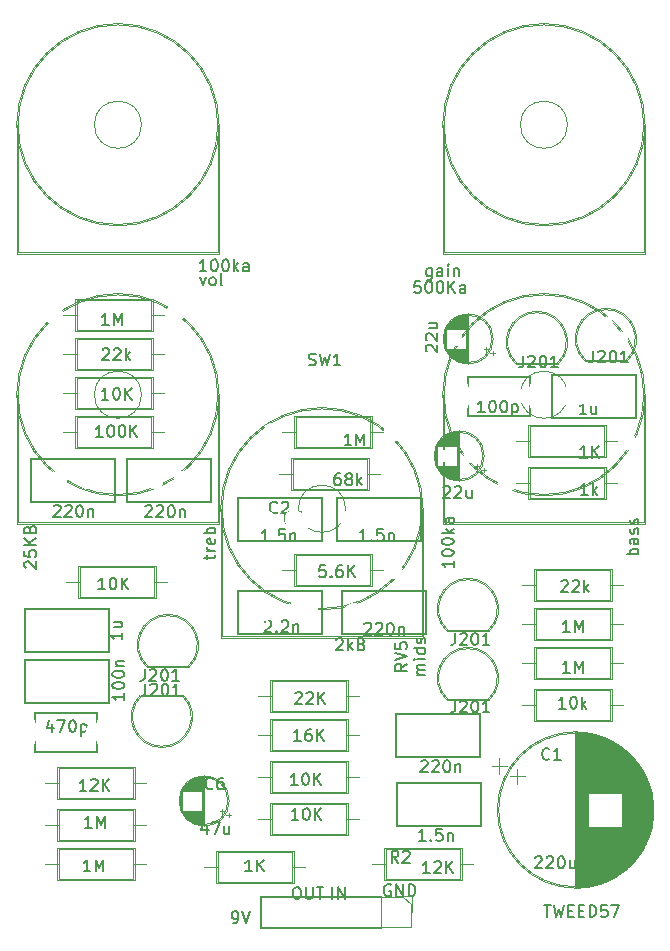
<source format=gbr>
G04 #@! TF.GenerationSoftware,KiCad,Pcbnew,7.0.11+dfsg-1build4*
G04 #@! TF.CreationDate,2026-02-26T20:41:32-05:00*
G04 #@! TF.ProjectId,tweed57,74776565-6435-4372-9e6b-696361645f70,rev?*
G04 #@! TF.SameCoordinates,Original*
G04 #@! TF.FileFunction,Legend,Top*
G04 #@! TF.FilePolarity,Positive*
%FSLAX46Y46*%
G04 Gerber Fmt 4.6, Leading zero omitted, Abs format (unit mm)*
G04 Created by KiCad (PCBNEW 7.0.11+dfsg-1build4) date 2026-02-26 20:41:32*
%MOMM*%
%LPD*%
G01*
G04 APERTURE LIST*
%ADD10C,0.150000*%
%ADD11C,0.120000*%
%ADD12C,0.100000*%
%ADD13R,2.400000X2.400000*%
%ADD14C,2.400000*%
%ADD15C,1.600000*%
%ADD16R,1.200000X1.200000*%
%ADD17C,1.200000*%
%ADD18R,1.300000X1.300000*%
%ADD19C,1.300000*%
%ADD20O,1.600000X1.600000*%
%ADD21C,2.340000*%
%ADD22O,3.000000X2.000000*%
%ADD23R,1.700000X1.700000*%
%ADD24O,1.700000X1.700000*%
G04 APERTURE END LIST*
D10*
X127201191Y-105604819D02*
X127201191Y-104604819D01*
X127677381Y-105604819D02*
X127677381Y-104604819D01*
X127677381Y-104604819D02*
X128248809Y-105604819D01*
X128248809Y-105604819D02*
X128248809Y-104604819D01*
X153108819Y-76406190D02*
X152108819Y-76406190D01*
X152489771Y-76406190D02*
X152442152Y-76310952D01*
X152442152Y-76310952D02*
X152442152Y-76120476D01*
X152442152Y-76120476D02*
X152489771Y-76025238D01*
X152489771Y-76025238D02*
X152537390Y-75977619D01*
X152537390Y-75977619D02*
X152632628Y-75930000D01*
X152632628Y-75930000D02*
X152918342Y-75930000D01*
X152918342Y-75930000D02*
X153013580Y-75977619D01*
X153013580Y-75977619D02*
X153061200Y-76025238D01*
X153061200Y-76025238D02*
X153108819Y-76120476D01*
X153108819Y-76120476D02*
X153108819Y-76310952D01*
X153108819Y-76310952D02*
X153061200Y-76406190D01*
X153108819Y-75072857D02*
X152585009Y-75072857D01*
X152585009Y-75072857D02*
X152489771Y-75120476D01*
X152489771Y-75120476D02*
X152442152Y-75215714D01*
X152442152Y-75215714D02*
X152442152Y-75406190D01*
X152442152Y-75406190D02*
X152489771Y-75501428D01*
X153061200Y-75072857D02*
X153108819Y-75168095D01*
X153108819Y-75168095D02*
X153108819Y-75406190D01*
X153108819Y-75406190D02*
X153061200Y-75501428D01*
X153061200Y-75501428D02*
X152965961Y-75549047D01*
X152965961Y-75549047D02*
X152870723Y-75549047D01*
X152870723Y-75549047D02*
X152775485Y-75501428D01*
X152775485Y-75501428D02*
X152727866Y-75406190D01*
X152727866Y-75406190D02*
X152727866Y-75168095D01*
X152727866Y-75168095D02*
X152680247Y-75072857D01*
X153061200Y-74644285D02*
X153108819Y-74549047D01*
X153108819Y-74549047D02*
X153108819Y-74358571D01*
X153108819Y-74358571D02*
X153061200Y-74263333D01*
X153061200Y-74263333D02*
X152965961Y-74215714D01*
X152965961Y-74215714D02*
X152918342Y-74215714D01*
X152918342Y-74215714D02*
X152823104Y-74263333D01*
X152823104Y-74263333D02*
X152775485Y-74358571D01*
X152775485Y-74358571D02*
X152775485Y-74501428D01*
X152775485Y-74501428D02*
X152727866Y-74596666D01*
X152727866Y-74596666D02*
X152632628Y-74644285D01*
X152632628Y-74644285D02*
X152585009Y-74644285D01*
X152585009Y-74644285D02*
X152489771Y-74596666D01*
X152489771Y-74596666D02*
X152442152Y-74501428D01*
X152442152Y-74501428D02*
X152442152Y-74358571D01*
X152442152Y-74358571D02*
X152489771Y-74263333D01*
X153061200Y-73834761D02*
X153108819Y-73739523D01*
X153108819Y-73739523D02*
X153108819Y-73549047D01*
X153108819Y-73549047D02*
X153061200Y-73453809D01*
X153061200Y-73453809D02*
X152965961Y-73406190D01*
X152965961Y-73406190D02*
X152918342Y-73406190D01*
X152918342Y-73406190D02*
X152823104Y-73453809D01*
X152823104Y-73453809D02*
X152775485Y-73549047D01*
X152775485Y-73549047D02*
X152775485Y-73691904D01*
X152775485Y-73691904D02*
X152727866Y-73787142D01*
X152727866Y-73787142D02*
X152632628Y-73834761D01*
X152632628Y-73834761D02*
X152585009Y-73834761D01*
X152585009Y-73834761D02*
X152489771Y-73787142D01*
X152489771Y-73787142D02*
X152442152Y-73691904D01*
X152442152Y-73691904D02*
X152442152Y-73549047D01*
X152442152Y-73549047D02*
X152489771Y-73453809D01*
X115989219Y-52950352D02*
X116227314Y-53617019D01*
X116227314Y-53617019D02*
X116465409Y-52950352D01*
X116989219Y-53617019D02*
X116893981Y-53569400D01*
X116893981Y-53569400D02*
X116846362Y-53521780D01*
X116846362Y-53521780D02*
X116798743Y-53426542D01*
X116798743Y-53426542D02*
X116798743Y-53140828D01*
X116798743Y-53140828D02*
X116846362Y-53045590D01*
X116846362Y-53045590D02*
X116893981Y-52997971D01*
X116893981Y-52997971D02*
X116989219Y-52950352D01*
X116989219Y-52950352D02*
X117132076Y-52950352D01*
X117132076Y-52950352D02*
X117227314Y-52997971D01*
X117227314Y-52997971D02*
X117274933Y-53045590D01*
X117274933Y-53045590D02*
X117322552Y-53140828D01*
X117322552Y-53140828D02*
X117322552Y-53426542D01*
X117322552Y-53426542D02*
X117274933Y-53521780D01*
X117274933Y-53521780D02*
X117227314Y-53569400D01*
X117227314Y-53569400D02*
X117132076Y-53617019D01*
X117132076Y-53617019D02*
X116989219Y-53617019D01*
X117893981Y-53617019D02*
X117798743Y-53569400D01*
X117798743Y-53569400D02*
X117751124Y-53474161D01*
X117751124Y-53474161D02*
X117751124Y-52617019D01*
X132138095Y-104402438D02*
X132042857Y-104354819D01*
X132042857Y-104354819D02*
X131900000Y-104354819D01*
X131900000Y-104354819D02*
X131757143Y-104402438D01*
X131757143Y-104402438D02*
X131661905Y-104497676D01*
X131661905Y-104497676D02*
X131614286Y-104592914D01*
X131614286Y-104592914D02*
X131566667Y-104783390D01*
X131566667Y-104783390D02*
X131566667Y-104926247D01*
X131566667Y-104926247D02*
X131614286Y-105116723D01*
X131614286Y-105116723D02*
X131661905Y-105211961D01*
X131661905Y-105211961D02*
X131757143Y-105307200D01*
X131757143Y-105307200D02*
X131900000Y-105354819D01*
X131900000Y-105354819D02*
X131995238Y-105354819D01*
X131995238Y-105354819D02*
X132138095Y-105307200D01*
X132138095Y-105307200D02*
X132185714Y-105259580D01*
X132185714Y-105259580D02*
X132185714Y-104926247D01*
X132185714Y-104926247D02*
X131995238Y-104926247D01*
X132614286Y-105354819D02*
X132614286Y-104354819D01*
X132614286Y-104354819D02*
X133185714Y-105354819D01*
X133185714Y-105354819D02*
X133185714Y-104354819D01*
X133661905Y-105354819D02*
X133661905Y-104354819D01*
X133661905Y-104354819D02*
X133900000Y-104354819D01*
X133900000Y-104354819D02*
X134042857Y-104402438D01*
X134042857Y-104402438D02*
X134138095Y-104497676D01*
X134138095Y-104497676D02*
X134185714Y-104592914D01*
X134185714Y-104592914D02*
X134233333Y-104783390D01*
X134233333Y-104783390D02*
X134233333Y-104926247D01*
X134233333Y-104926247D02*
X134185714Y-105116723D01*
X134185714Y-105116723D02*
X134138095Y-105211961D01*
X134138095Y-105211961D02*
X134042857Y-105307200D01*
X134042857Y-105307200D02*
X133900000Y-105354819D01*
X133900000Y-105354819D02*
X133661905Y-105354819D01*
X116628152Y-76818952D02*
X116628152Y-76438000D01*
X116294819Y-76676095D02*
X117151961Y-76676095D01*
X117151961Y-76676095D02*
X117247200Y-76628476D01*
X117247200Y-76628476D02*
X117294819Y-76533238D01*
X117294819Y-76533238D02*
X117294819Y-76438000D01*
X117294819Y-76104666D02*
X116628152Y-76104666D01*
X116818628Y-76104666D02*
X116723390Y-76057047D01*
X116723390Y-76057047D02*
X116675771Y-76009428D01*
X116675771Y-76009428D02*
X116628152Y-75914190D01*
X116628152Y-75914190D02*
X116628152Y-75818952D01*
X117247200Y-75104666D02*
X117294819Y-75199904D01*
X117294819Y-75199904D02*
X117294819Y-75390380D01*
X117294819Y-75390380D02*
X117247200Y-75485618D01*
X117247200Y-75485618D02*
X117151961Y-75533237D01*
X117151961Y-75533237D02*
X116771009Y-75533237D01*
X116771009Y-75533237D02*
X116675771Y-75485618D01*
X116675771Y-75485618D02*
X116628152Y-75390380D01*
X116628152Y-75390380D02*
X116628152Y-75199904D01*
X116628152Y-75199904D02*
X116675771Y-75104666D01*
X116675771Y-75104666D02*
X116771009Y-75057047D01*
X116771009Y-75057047D02*
X116866247Y-75057047D01*
X116866247Y-75057047D02*
X116961485Y-75533237D01*
X117294819Y-74628475D02*
X116294819Y-74628475D01*
X116675771Y-74628475D02*
X116628152Y-74533237D01*
X116628152Y-74533237D02*
X116628152Y-74342761D01*
X116628152Y-74342761D02*
X116675771Y-74247523D01*
X116675771Y-74247523D02*
X116723390Y-74199904D01*
X116723390Y-74199904D02*
X116818628Y-74152285D01*
X116818628Y-74152285D02*
X117104342Y-74152285D01*
X117104342Y-74152285D02*
X117199580Y-74199904D01*
X117199580Y-74199904D02*
X117247200Y-74247523D01*
X117247200Y-74247523D02*
X117294819Y-74342761D01*
X117294819Y-74342761D02*
X117294819Y-74533237D01*
X117294819Y-74533237D02*
X117247200Y-74628475D01*
X124100000Y-104579819D02*
X124290476Y-104579819D01*
X124290476Y-104579819D02*
X124385714Y-104627438D01*
X124385714Y-104627438D02*
X124480952Y-104722676D01*
X124480952Y-104722676D02*
X124528571Y-104913152D01*
X124528571Y-104913152D02*
X124528571Y-105246485D01*
X124528571Y-105246485D02*
X124480952Y-105436961D01*
X124480952Y-105436961D02*
X124385714Y-105532200D01*
X124385714Y-105532200D02*
X124290476Y-105579819D01*
X124290476Y-105579819D02*
X124100000Y-105579819D01*
X124100000Y-105579819D02*
X124004762Y-105532200D01*
X124004762Y-105532200D02*
X123909524Y-105436961D01*
X123909524Y-105436961D02*
X123861905Y-105246485D01*
X123861905Y-105246485D02*
X123861905Y-104913152D01*
X123861905Y-104913152D02*
X123909524Y-104722676D01*
X123909524Y-104722676D02*
X124004762Y-104627438D01*
X124004762Y-104627438D02*
X124100000Y-104579819D01*
X124957143Y-104579819D02*
X124957143Y-105389342D01*
X124957143Y-105389342D02*
X125004762Y-105484580D01*
X125004762Y-105484580D02*
X125052381Y-105532200D01*
X125052381Y-105532200D02*
X125147619Y-105579819D01*
X125147619Y-105579819D02*
X125338095Y-105579819D01*
X125338095Y-105579819D02*
X125433333Y-105532200D01*
X125433333Y-105532200D02*
X125480952Y-105484580D01*
X125480952Y-105484580D02*
X125528571Y-105389342D01*
X125528571Y-105389342D02*
X125528571Y-104579819D01*
X125861905Y-104579819D02*
X126433333Y-104579819D01*
X126147619Y-105579819D02*
X126147619Y-104579819D01*
X118760952Y-107642819D02*
X118951428Y-107642819D01*
X118951428Y-107642819D02*
X119046666Y-107595200D01*
X119046666Y-107595200D02*
X119094285Y-107547580D01*
X119094285Y-107547580D02*
X119189523Y-107404723D01*
X119189523Y-107404723D02*
X119237142Y-107214247D01*
X119237142Y-107214247D02*
X119237142Y-106833295D01*
X119237142Y-106833295D02*
X119189523Y-106738057D01*
X119189523Y-106738057D02*
X119141904Y-106690438D01*
X119141904Y-106690438D02*
X119046666Y-106642819D01*
X119046666Y-106642819D02*
X118856190Y-106642819D01*
X118856190Y-106642819D02*
X118760952Y-106690438D01*
X118760952Y-106690438D02*
X118713333Y-106738057D01*
X118713333Y-106738057D02*
X118665714Y-106833295D01*
X118665714Y-106833295D02*
X118665714Y-107071390D01*
X118665714Y-107071390D02*
X118713333Y-107166628D01*
X118713333Y-107166628D02*
X118760952Y-107214247D01*
X118760952Y-107214247D02*
X118856190Y-107261866D01*
X118856190Y-107261866D02*
X119046666Y-107261866D01*
X119046666Y-107261866D02*
X119141904Y-107214247D01*
X119141904Y-107214247D02*
X119189523Y-107166628D01*
X119189523Y-107166628D02*
X119237142Y-107071390D01*
X119522857Y-106642819D02*
X119856190Y-107642819D01*
X119856190Y-107642819D02*
X120189523Y-106642819D01*
X135074819Y-86613808D02*
X134408152Y-86613808D01*
X134503390Y-86613808D02*
X134455771Y-86566189D01*
X134455771Y-86566189D02*
X134408152Y-86470951D01*
X134408152Y-86470951D02*
X134408152Y-86328094D01*
X134408152Y-86328094D02*
X134455771Y-86232856D01*
X134455771Y-86232856D02*
X134551009Y-86185237D01*
X134551009Y-86185237D02*
X135074819Y-86185237D01*
X134551009Y-86185237D02*
X134455771Y-86137618D01*
X134455771Y-86137618D02*
X134408152Y-86042380D01*
X134408152Y-86042380D02*
X134408152Y-85899523D01*
X134408152Y-85899523D02*
X134455771Y-85804284D01*
X134455771Y-85804284D02*
X134551009Y-85756665D01*
X134551009Y-85756665D02*
X135074819Y-85756665D01*
X135074819Y-85280475D02*
X134408152Y-85280475D01*
X134074819Y-85280475D02*
X134122438Y-85328094D01*
X134122438Y-85328094D02*
X134170057Y-85280475D01*
X134170057Y-85280475D02*
X134122438Y-85232856D01*
X134122438Y-85232856D02*
X134074819Y-85280475D01*
X134074819Y-85280475D02*
X134170057Y-85280475D01*
X135074819Y-84375714D02*
X134074819Y-84375714D01*
X135027200Y-84375714D02*
X135074819Y-84470952D01*
X135074819Y-84470952D02*
X135074819Y-84661428D01*
X135074819Y-84661428D02*
X135027200Y-84756666D01*
X135027200Y-84756666D02*
X134979580Y-84804285D01*
X134979580Y-84804285D02*
X134884342Y-84851904D01*
X134884342Y-84851904D02*
X134598628Y-84851904D01*
X134598628Y-84851904D02*
X134503390Y-84804285D01*
X134503390Y-84804285D02*
X134455771Y-84756666D01*
X134455771Y-84756666D02*
X134408152Y-84661428D01*
X134408152Y-84661428D02*
X134408152Y-84470952D01*
X134408152Y-84470952D02*
X134455771Y-84375714D01*
X135027200Y-83947142D02*
X135074819Y-83851904D01*
X135074819Y-83851904D02*
X135074819Y-83661428D01*
X135074819Y-83661428D02*
X135027200Y-83566190D01*
X135027200Y-83566190D02*
X134931961Y-83518571D01*
X134931961Y-83518571D02*
X134884342Y-83518571D01*
X134884342Y-83518571D02*
X134789104Y-83566190D01*
X134789104Y-83566190D02*
X134741485Y-83661428D01*
X134741485Y-83661428D02*
X134741485Y-83804285D01*
X134741485Y-83804285D02*
X134693866Y-83899523D01*
X134693866Y-83899523D02*
X134598628Y-83947142D01*
X134598628Y-83947142D02*
X134551009Y-83947142D01*
X134551009Y-83947142D02*
X134455771Y-83899523D01*
X134455771Y-83899523D02*
X134408152Y-83804285D01*
X134408152Y-83804285D02*
X134408152Y-83661428D01*
X134408152Y-83661428D02*
X134455771Y-83566190D01*
X135621428Y-52188152D02*
X135621428Y-52997676D01*
X135621428Y-52997676D02*
X135573809Y-53092914D01*
X135573809Y-53092914D02*
X135526190Y-53140533D01*
X135526190Y-53140533D02*
X135430952Y-53188152D01*
X135430952Y-53188152D02*
X135288095Y-53188152D01*
X135288095Y-53188152D02*
X135192857Y-53140533D01*
X135621428Y-52807200D02*
X135526190Y-52854819D01*
X135526190Y-52854819D02*
X135335714Y-52854819D01*
X135335714Y-52854819D02*
X135240476Y-52807200D01*
X135240476Y-52807200D02*
X135192857Y-52759580D01*
X135192857Y-52759580D02*
X135145238Y-52664342D01*
X135145238Y-52664342D02*
X135145238Y-52378628D01*
X135145238Y-52378628D02*
X135192857Y-52283390D01*
X135192857Y-52283390D02*
X135240476Y-52235771D01*
X135240476Y-52235771D02*
X135335714Y-52188152D01*
X135335714Y-52188152D02*
X135526190Y-52188152D01*
X135526190Y-52188152D02*
X135621428Y-52235771D01*
X136526190Y-52854819D02*
X136526190Y-52331009D01*
X136526190Y-52331009D02*
X136478571Y-52235771D01*
X136478571Y-52235771D02*
X136383333Y-52188152D01*
X136383333Y-52188152D02*
X136192857Y-52188152D01*
X136192857Y-52188152D02*
X136097619Y-52235771D01*
X136526190Y-52807200D02*
X136430952Y-52854819D01*
X136430952Y-52854819D02*
X136192857Y-52854819D01*
X136192857Y-52854819D02*
X136097619Y-52807200D01*
X136097619Y-52807200D02*
X136050000Y-52711961D01*
X136050000Y-52711961D02*
X136050000Y-52616723D01*
X136050000Y-52616723D02*
X136097619Y-52521485D01*
X136097619Y-52521485D02*
X136192857Y-52473866D01*
X136192857Y-52473866D02*
X136430952Y-52473866D01*
X136430952Y-52473866D02*
X136526190Y-52426247D01*
X137002381Y-52854819D02*
X137002381Y-52188152D01*
X137002381Y-51854819D02*
X136954762Y-51902438D01*
X136954762Y-51902438D02*
X137002381Y-51950057D01*
X137002381Y-51950057D02*
X137050000Y-51902438D01*
X137050000Y-51902438D02*
X137002381Y-51854819D01*
X137002381Y-51854819D02*
X137002381Y-51950057D01*
X137478571Y-52188152D02*
X137478571Y-52854819D01*
X137478571Y-52283390D02*
X137526190Y-52235771D01*
X137526190Y-52235771D02*
X137621428Y-52188152D01*
X137621428Y-52188152D02*
X137764285Y-52188152D01*
X137764285Y-52188152D02*
X137859523Y-52235771D01*
X137859523Y-52235771D02*
X137907142Y-52331009D01*
X137907142Y-52331009D02*
X137907142Y-52854819D01*
X145121714Y-106109419D02*
X145693142Y-106109419D01*
X145407428Y-107109419D02*
X145407428Y-106109419D01*
X145931238Y-106109419D02*
X146169333Y-107109419D01*
X146169333Y-107109419D02*
X146359809Y-106395133D01*
X146359809Y-106395133D02*
X146550285Y-107109419D01*
X146550285Y-107109419D02*
X146788381Y-106109419D01*
X147169333Y-106585609D02*
X147502666Y-106585609D01*
X147645523Y-107109419D02*
X147169333Y-107109419D01*
X147169333Y-107109419D02*
X147169333Y-106109419D01*
X147169333Y-106109419D02*
X147645523Y-106109419D01*
X148074095Y-106585609D02*
X148407428Y-106585609D01*
X148550285Y-107109419D02*
X148074095Y-107109419D01*
X148074095Y-107109419D02*
X148074095Y-106109419D01*
X148074095Y-106109419D02*
X148550285Y-106109419D01*
X148978857Y-107109419D02*
X148978857Y-106109419D01*
X148978857Y-106109419D02*
X149216952Y-106109419D01*
X149216952Y-106109419D02*
X149359809Y-106157038D01*
X149359809Y-106157038D02*
X149455047Y-106252276D01*
X149455047Y-106252276D02*
X149502666Y-106347514D01*
X149502666Y-106347514D02*
X149550285Y-106537990D01*
X149550285Y-106537990D02*
X149550285Y-106680847D01*
X149550285Y-106680847D02*
X149502666Y-106871323D01*
X149502666Y-106871323D02*
X149455047Y-106966561D01*
X149455047Y-106966561D02*
X149359809Y-107061800D01*
X149359809Y-107061800D02*
X149216952Y-107109419D01*
X149216952Y-107109419D02*
X148978857Y-107109419D01*
X150455047Y-106109419D02*
X149978857Y-106109419D01*
X149978857Y-106109419D02*
X149931238Y-106585609D01*
X149931238Y-106585609D02*
X149978857Y-106537990D01*
X149978857Y-106537990D02*
X150074095Y-106490371D01*
X150074095Y-106490371D02*
X150312190Y-106490371D01*
X150312190Y-106490371D02*
X150407428Y-106537990D01*
X150407428Y-106537990D02*
X150455047Y-106585609D01*
X150455047Y-106585609D02*
X150502666Y-106680847D01*
X150502666Y-106680847D02*
X150502666Y-106918942D01*
X150502666Y-106918942D02*
X150455047Y-107014180D01*
X150455047Y-107014180D02*
X150407428Y-107061800D01*
X150407428Y-107061800D02*
X150312190Y-107109419D01*
X150312190Y-107109419D02*
X150074095Y-107109419D01*
X150074095Y-107109419D02*
X149978857Y-107061800D01*
X149978857Y-107061800D02*
X149931238Y-107014180D01*
X150836000Y-106109419D02*
X151502666Y-106109419D01*
X151502666Y-106109419D02*
X151074095Y-107109419D01*
X145583333Y-93709580D02*
X145535714Y-93757200D01*
X145535714Y-93757200D02*
X145392857Y-93804819D01*
X145392857Y-93804819D02*
X145297619Y-93804819D01*
X145297619Y-93804819D02*
X145154762Y-93757200D01*
X145154762Y-93757200D02*
X145059524Y-93661961D01*
X145059524Y-93661961D02*
X145011905Y-93566723D01*
X145011905Y-93566723D02*
X144964286Y-93376247D01*
X144964286Y-93376247D02*
X144964286Y-93233390D01*
X144964286Y-93233390D02*
X145011905Y-93042914D01*
X145011905Y-93042914D02*
X145059524Y-92947676D01*
X145059524Y-92947676D02*
X145154762Y-92852438D01*
X145154762Y-92852438D02*
X145297619Y-92804819D01*
X145297619Y-92804819D02*
X145392857Y-92804819D01*
X145392857Y-92804819D02*
X145535714Y-92852438D01*
X145535714Y-92852438D02*
X145583333Y-92900057D01*
X146535714Y-93804819D02*
X145964286Y-93804819D01*
X146250000Y-93804819D02*
X146250000Y-92804819D01*
X146250000Y-92804819D02*
X146154762Y-92947676D01*
X146154762Y-92947676D02*
X146059524Y-93042914D01*
X146059524Y-93042914D02*
X145964286Y-93090533D01*
X144384524Y-102075057D02*
X144432143Y-102027438D01*
X144432143Y-102027438D02*
X144527381Y-101979819D01*
X144527381Y-101979819D02*
X144765476Y-101979819D01*
X144765476Y-101979819D02*
X144860714Y-102027438D01*
X144860714Y-102027438D02*
X144908333Y-102075057D01*
X144908333Y-102075057D02*
X144955952Y-102170295D01*
X144955952Y-102170295D02*
X144955952Y-102265533D01*
X144955952Y-102265533D02*
X144908333Y-102408390D01*
X144908333Y-102408390D02*
X144336905Y-102979819D01*
X144336905Y-102979819D02*
X144955952Y-102979819D01*
X145336905Y-102075057D02*
X145384524Y-102027438D01*
X145384524Y-102027438D02*
X145479762Y-101979819D01*
X145479762Y-101979819D02*
X145717857Y-101979819D01*
X145717857Y-101979819D02*
X145813095Y-102027438D01*
X145813095Y-102027438D02*
X145860714Y-102075057D01*
X145860714Y-102075057D02*
X145908333Y-102170295D01*
X145908333Y-102170295D02*
X145908333Y-102265533D01*
X145908333Y-102265533D02*
X145860714Y-102408390D01*
X145860714Y-102408390D02*
X145289286Y-102979819D01*
X145289286Y-102979819D02*
X145908333Y-102979819D01*
X146527381Y-101979819D02*
X146622619Y-101979819D01*
X146622619Y-101979819D02*
X146717857Y-102027438D01*
X146717857Y-102027438D02*
X146765476Y-102075057D01*
X146765476Y-102075057D02*
X146813095Y-102170295D01*
X146813095Y-102170295D02*
X146860714Y-102360771D01*
X146860714Y-102360771D02*
X146860714Y-102598866D01*
X146860714Y-102598866D02*
X146813095Y-102789342D01*
X146813095Y-102789342D02*
X146765476Y-102884580D01*
X146765476Y-102884580D02*
X146717857Y-102932200D01*
X146717857Y-102932200D02*
X146622619Y-102979819D01*
X146622619Y-102979819D02*
X146527381Y-102979819D01*
X146527381Y-102979819D02*
X146432143Y-102932200D01*
X146432143Y-102932200D02*
X146384524Y-102884580D01*
X146384524Y-102884580D02*
X146336905Y-102789342D01*
X146336905Y-102789342D02*
X146289286Y-102598866D01*
X146289286Y-102598866D02*
X146289286Y-102360771D01*
X146289286Y-102360771D02*
X146336905Y-102170295D01*
X146336905Y-102170295D02*
X146384524Y-102075057D01*
X146384524Y-102075057D02*
X146432143Y-102027438D01*
X146432143Y-102027438D02*
X146527381Y-101979819D01*
X147717857Y-102313152D02*
X147717857Y-102979819D01*
X147289286Y-102313152D02*
X147289286Y-102836961D01*
X147289286Y-102836961D02*
X147336905Y-102932200D01*
X147336905Y-102932200D02*
X147432143Y-102979819D01*
X147432143Y-102979819D02*
X147575000Y-102979819D01*
X147575000Y-102979819D02*
X147670238Y-102932200D01*
X147670238Y-102932200D02*
X147717857Y-102884580D01*
X122533333Y-72834580D02*
X122485714Y-72882200D01*
X122485714Y-72882200D02*
X122342857Y-72929819D01*
X122342857Y-72929819D02*
X122247619Y-72929819D01*
X122247619Y-72929819D02*
X122104762Y-72882200D01*
X122104762Y-72882200D02*
X122009524Y-72786961D01*
X122009524Y-72786961D02*
X121961905Y-72691723D01*
X121961905Y-72691723D02*
X121914286Y-72501247D01*
X121914286Y-72501247D02*
X121914286Y-72358390D01*
X121914286Y-72358390D02*
X121961905Y-72167914D01*
X121961905Y-72167914D02*
X122009524Y-72072676D01*
X122009524Y-72072676D02*
X122104762Y-71977438D01*
X122104762Y-71977438D02*
X122247619Y-71929819D01*
X122247619Y-71929819D02*
X122342857Y-71929819D01*
X122342857Y-71929819D02*
X122485714Y-71977438D01*
X122485714Y-71977438D02*
X122533333Y-72025057D01*
X122914286Y-72025057D02*
X122961905Y-71977438D01*
X122961905Y-71977438D02*
X123057143Y-71929819D01*
X123057143Y-71929819D02*
X123295238Y-71929819D01*
X123295238Y-71929819D02*
X123390476Y-71977438D01*
X123390476Y-71977438D02*
X123438095Y-72025057D01*
X123438095Y-72025057D02*
X123485714Y-72120295D01*
X123485714Y-72120295D02*
X123485714Y-72215533D01*
X123485714Y-72215533D02*
X123438095Y-72358390D01*
X123438095Y-72358390D02*
X122866667Y-72929819D01*
X122866667Y-72929819D02*
X123485714Y-72929819D01*
X121794047Y-75279819D02*
X121222619Y-75279819D01*
X121508333Y-75279819D02*
X121508333Y-74279819D01*
X121508333Y-74279819D02*
X121413095Y-74422676D01*
X121413095Y-74422676D02*
X121317857Y-74517914D01*
X121317857Y-74517914D02*
X121222619Y-74565533D01*
X122222619Y-75184580D02*
X122270238Y-75232200D01*
X122270238Y-75232200D02*
X122222619Y-75279819D01*
X122222619Y-75279819D02*
X122175000Y-75232200D01*
X122175000Y-75232200D02*
X122222619Y-75184580D01*
X122222619Y-75184580D02*
X122222619Y-75279819D01*
X123174999Y-74279819D02*
X122698809Y-74279819D01*
X122698809Y-74279819D02*
X122651190Y-74756009D01*
X122651190Y-74756009D02*
X122698809Y-74708390D01*
X122698809Y-74708390D02*
X122794047Y-74660771D01*
X122794047Y-74660771D02*
X123032142Y-74660771D01*
X123032142Y-74660771D02*
X123127380Y-74708390D01*
X123127380Y-74708390D02*
X123174999Y-74756009D01*
X123174999Y-74756009D02*
X123222618Y-74851247D01*
X123222618Y-74851247D02*
X123222618Y-75089342D01*
X123222618Y-75089342D02*
X123174999Y-75184580D01*
X123174999Y-75184580D02*
X123127380Y-75232200D01*
X123127380Y-75232200D02*
X123032142Y-75279819D01*
X123032142Y-75279819D02*
X122794047Y-75279819D01*
X122794047Y-75279819D02*
X122698809Y-75232200D01*
X122698809Y-75232200D02*
X122651190Y-75184580D01*
X123651190Y-74613152D02*
X123651190Y-75279819D01*
X123651190Y-74708390D02*
X123698809Y-74660771D01*
X123698809Y-74660771D02*
X123794047Y-74613152D01*
X123794047Y-74613152D02*
X123936904Y-74613152D01*
X123936904Y-74613152D02*
X124032142Y-74660771D01*
X124032142Y-74660771D02*
X124079761Y-74756009D01*
X124079761Y-74756009D02*
X124079761Y-75279819D01*
X123805333Y-73765580D02*
X123757714Y-73813200D01*
X123757714Y-73813200D02*
X123614857Y-73860819D01*
X123614857Y-73860819D02*
X123519619Y-73860819D01*
X123519619Y-73860819D02*
X123376762Y-73813200D01*
X123376762Y-73813200D02*
X123281524Y-73717961D01*
X123281524Y-73717961D02*
X123233905Y-73622723D01*
X123233905Y-73622723D02*
X123186286Y-73432247D01*
X123186286Y-73432247D02*
X123186286Y-73289390D01*
X123186286Y-73289390D02*
X123233905Y-73098914D01*
X123233905Y-73098914D02*
X123281524Y-73003676D01*
X123281524Y-73003676D02*
X123376762Y-72908438D01*
X123376762Y-72908438D02*
X123519619Y-72860819D01*
X123519619Y-72860819D02*
X123614857Y-72860819D01*
X123614857Y-72860819D02*
X123757714Y-72908438D01*
X123757714Y-72908438D02*
X123805333Y-72956057D01*
X124186286Y-72956057D02*
X124233905Y-72908438D01*
X124233905Y-72908438D02*
X124329143Y-72860819D01*
X124329143Y-72860819D02*
X124567238Y-72860819D01*
X124567238Y-72860819D02*
X124662476Y-72908438D01*
X124662476Y-72908438D02*
X124710095Y-72956057D01*
X124710095Y-72956057D02*
X124757714Y-73051295D01*
X124757714Y-73051295D02*
X124757714Y-73146533D01*
X124757714Y-73146533D02*
X124710095Y-73289390D01*
X124710095Y-73289390D02*
X124138667Y-73860819D01*
X124138667Y-73860819D02*
X124757714Y-73860819D01*
X103484514Y-90770952D02*
X103484514Y-91437619D01*
X103246419Y-90390000D02*
X103008324Y-91104285D01*
X103008324Y-91104285D02*
X103627371Y-91104285D01*
X103913086Y-90437619D02*
X104579752Y-90437619D01*
X104579752Y-90437619D02*
X104151181Y-91437619D01*
X105151181Y-90437619D02*
X105246419Y-90437619D01*
X105246419Y-90437619D02*
X105341657Y-90485238D01*
X105341657Y-90485238D02*
X105389276Y-90532857D01*
X105389276Y-90532857D02*
X105436895Y-90628095D01*
X105436895Y-90628095D02*
X105484514Y-90818571D01*
X105484514Y-90818571D02*
X105484514Y-91056666D01*
X105484514Y-91056666D02*
X105436895Y-91247142D01*
X105436895Y-91247142D02*
X105389276Y-91342380D01*
X105389276Y-91342380D02*
X105341657Y-91390000D01*
X105341657Y-91390000D02*
X105246419Y-91437619D01*
X105246419Y-91437619D02*
X105151181Y-91437619D01*
X105151181Y-91437619D02*
X105055943Y-91390000D01*
X105055943Y-91390000D02*
X105008324Y-91342380D01*
X105008324Y-91342380D02*
X104960705Y-91247142D01*
X104960705Y-91247142D02*
X104913086Y-91056666D01*
X104913086Y-91056666D02*
X104913086Y-90818571D01*
X104913086Y-90818571D02*
X104960705Y-90628095D01*
X104960705Y-90628095D02*
X105008324Y-90532857D01*
X105008324Y-90532857D02*
X105055943Y-90485238D01*
X105055943Y-90485238D02*
X105151181Y-90437619D01*
X105913086Y-90770952D02*
X105913086Y-91770952D01*
X105913086Y-90818571D02*
X106008324Y-90770952D01*
X106008324Y-90770952D02*
X106198800Y-90770952D01*
X106198800Y-90770952D02*
X106294038Y-90818571D01*
X106294038Y-90818571D02*
X106341657Y-90866190D01*
X106341657Y-90866190D02*
X106389276Y-90961428D01*
X106389276Y-90961428D02*
X106389276Y-91247142D01*
X106389276Y-91247142D02*
X106341657Y-91342380D01*
X106341657Y-91342380D02*
X106294038Y-91390000D01*
X106294038Y-91390000D02*
X106198800Y-91437619D01*
X106198800Y-91437619D02*
X106008324Y-91437619D01*
X106008324Y-91437619D02*
X105913086Y-91390000D01*
X109573219Y-88164847D02*
X109573219Y-88736275D01*
X109573219Y-88450561D02*
X108573219Y-88450561D01*
X108573219Y-88450561D02*
X108716076Y-88545799D01*
X108716076Y-88545799D02*
X108811314Y-88641037D01*
X108811314Y-88641037D02*
X108858933Y-88736275D01*
X108573219Y-87545799D02*
X108573219Y-87450561D01*
X108573219Y-87450561D02*
X108620838Y-87355323D01*
X108620838Y-87355323D02*
X108668457Y-87307704D01*
X108668457Y-87307704D02*
X108763695Y-87260085D01*
X108763695Y-87260085D02*
X108954171Y-87212466D01*
X108954171Y-87212466D02*
X109192266Y-87212466D01*
X109192266Y-87212466D02*
X109382742Y-87260085D01*
X109382742Y-87260085D02*
X109477980Y-87307704D01*
X109477980Y-87307704D02*
X109525600Y-87355323D01*
X109525600Y-87355323D02*
X109573219Y-87450561D01*
X109573219Y-87450561D02*
X109573219Y-87545799D01*
X109573219Y-87545799D02*
X109525600Y-87641037D01*
X109525600Y-87641037D02*
X109477980Y-87688656D01*
X109477980Y-87688656D02*
X109382742Y-87736275D01*
X109382742Y-87736275D02*
X109192266Y-87783894D01*
X109192266Y-87783894D02*
X108954171Y-87783894D01*
X108954171Y-87783894D02*
X108763695Y-87736275D01*
X108763695Y-87736275D02*
X108668457Y-87688656D01*
X108668457Y-87688656D02*
X108620838Y-87641037D01*
X108620838Y-87641037D02*
X108573219Y-87545799D01*
X108573219Y-86593418D02*
X108573219Y-86498180D01*
X108573219Y-86498180D02*
X108620838Y-86402942D01*
X108620838Y-86402942D02*
X108668457Y-86355323D01*
X108668457Y-86355323D02*
X108763695Y-86307704D01*
X108763695Y-86307704D02*
X108954171Y-86260085D01*
X108954171Y-86260085D02*
X109192266Y-86260085D01*
X109192266Y-86260085D02*
X109382742Y-86307704D01*
X109382742Y-86307704D02*
X109477980Y-86355323D01*
X109477980Y-86355323D02*
X109525600Y-86402942D01*
X109525600Y-86402942D02*
X109573219Y-86498180D01*
X109573219Y-86498180D02*
X109573219Y-86593418D01*
X109573219Y-86593418D02*
X109525600Y-86688656D01*
X109525600Y-86688656D02*
X109477980Y-86736275D01*
X109477980Y-86736275D02*
X109382742Y-86783894D01*
X109382742Y-86783894D02*
X109192266Y-86831513D01*
X109192266Y-86831513D02*
X108954171Y-86831513D01*
X108954171Y-86831513D02*
X108763695Y-86783894D01*
X108763695Y-86783894D02*
X108668457Y-86736275D01*
X108668457Y-86736275D02*
X108620838Y-86688656D01*
X108620838Y-86688656D02*
X108573219Y-86593418D01*
X108906552Y-85831513D02*
X109573219Y-85831513D01*
X109001790Y-85831513D02*
X108954171Y-85783894D01*
X108954171Y-85783894D02*
X108906552Y-85688656D01*
X108906552Y-85688656D02*
X108906552Y-85545799D01*
X108906552Y-85545799D02*
X108954171Y-85450561D01*
X108954171Y-85450561D02*
X109049409Y-85402942D01*
X109049409Y-85402942D02*
X109573219Y-85402942D01*
X130119047Y-75254819D02*
X129547619Y-75254819D01*
X129833333Y-75254819D02*
X129833333Y-74254819D01*
X129833333Y-74254819D02*
X129738095Y-74397676D01*
X129738095Y-74397676D02*
X129642857Y-74492914D01*
X129642857Y-74492914D02*
X129547619Y-74540533D01*
X130547619Y-75159580D02*
X130595238Y-75207200D01*
X130595238Y-75207200D02*
X130547619Y-75254819D01*
X130547619Y-75254819D02*
X130500000Y-75207200D01*
X130500000Y-75207200D02*
X130547619Y-75159580D01*
X130547619Y-75159580D02*
X130547619Y-75254819D01*
X131499999Y-74254819D02*
X131023809Y-74254819D01*
X131023809Y-74254819D02*
X130976190Y-74731009D01*
X130976190Y-74731009D02*
X131023809Y-74683390D01*
X131023809Y-74683390D02*
X131119047Y-74635771D01*
X131119047Y-74635771D02*
X131357142Y-74635771D01*
X131357142Y-74635771D02*
X131452380Y-74683390D01*
X131452380Y-74683390D02*
X131499999Y-74731009D01*
X131499999Y-74731009D02*
X131547618Y-74826247D01*
X131547618Y-74826247D02*
X131547618Y-75064342D01*
X131547618Y-75064342D02*
X131499999Y-75159580D01*
X131499999Y-75159580D02*
X131452380Y-75207200D01*
X131452380Y-75207200D02*
X131357142Y-75254819D01*
X131357142Y-75254819D02*
X131119047Y-75254819D01*
X131119047Y-75254819D02*
X131023809Y-75207200D01*
X131023809Y-75207200D02*
X130976190Y-75159580D01*
X131976190Y-74588152D02*
X131976190Y-75254819D01*
X131976190Y-74683390D02*
X132023809Y-74635771D01*
X132023809Y-74635771D02*
X132119047Y-74588152D01*
X132119047Y-74588152D02*
X132261904Y-74588152D01*
X132261904Y-74588152D02*
X132357142Y-74635771D01*
X132357142Y-74635771D02*
X132404761Y-74731009D01*
X132404761Y-74731009D02*
X132404761Y-75254819D01*
X117083333Y-96209580D02*
X117035714Y-96257200D01*
X117035714Y-96257200D02*
X116892857Y-96304819D01*
X116892857Y-96304819D02*
X116797619Y-96304819D01*
X116797619Y-96304819D02*
X116654762Y-96257200D01*
X116654762Y-96257200D02*
X116559524Y-96161961D01*
X116559524Y-96161961D02*
X116511905Y-96066723D01*
X116511905Y-96066723D02*
X116464286Y-95876247D01*
X116464286Y-95876247D02*
X116464286Y-95733390D01*
X116464286Y-95733390D02*
X116511905Y-95542914D01*
X116511905Y-95542914D02*
X116559524Y-95447676D01*
X116559524Y-95447676D02*
X116654762Y-95352438D01*
X116654762Y-95352438D02*
X116797619Y-95304819D01*
X116797619Y-95304819D02*
X116892857Y-95304819D01*
X116892857Y-95304819D02*
X117035714Y-95352438D01*
X117035714Y-95352438D02*
X117083333Y-95400057D01*
X117940476Y-95304819D02*
X117750000Y-95304819D01*
X117750000Y-95304819D02*
X117654762Y-95352438D01*
X117654762Y-95352438D02*
X117607143Y-95400057D01*
X117607143Y-95400057D02*
X117511905Y-95542914D01*
X117511905Y-95542914D02*
X117464286Y-95733390D01*
X117464286Y-95733390D02*
X117464286Y-96114342D01*
X117464286Y-96114342D02*
X117511905Y-96209580D01*
X117511905Y-96209580D02*
X117559524Y-96257200D01*
X117559524Y-96257200D02*
X117654762Y-96304819D01*
X117654762Y-96304819D02*
X117845238Y-96304819D01*
X117845238Y-96304819D02*
X117940476Y-96257200D01*
X117940476Y-96257200D02*
X117988095Y-96209580D01*
X117988095Y-96209580D02*
X118035714Y-96114342D01*
X118035714Y-96114342D02*
X118035714Y-95876247D01*
X118035714Y-95876247D02*
X117988095Y-95781009D01*
X117988095Y-95781009D02*
X117940476Y-95733390D01*
X117940476Y-95733390D02*
X117845238Y-95685771D01*
X117845238Y-95685771D02*
X117654762Y-95685771D01*
X117654762Y-95685771D02*
X117559524Y-95733390D01*
X117559524Y-95733390D02*
X117511905Y-95781009D01*
X117511905Y-95781009D02*
X117464286Y-95876247D01*
X116586904Y-99438152D02*
X116586904Y-100104819D01*
X116348809Y-99057200D02*
X116110714Y-99771485D01*
X116110714Y-99771485D02*
X116729761Y-99771485D01*
X117015476Y-99104819D02*
X117682142Y-99104819D01*
X117682142Y-99104819D02*
X117253571Y-100104819D01*
X118491666Y-99438152D02*
X118491666Y-100104819D01*
X118063095Y-99438152D02*
X118063095Y-99961961D01*
X118063095Y-99961961D02*
X118110714Y-100057200D01*
X118110714Y-100057200D02*
X118205952Y-100104819D01*
X118205952Y-100104819D02*
X118348809Y-100104819D01*
X118348809Y-100104819D02*
X118444047Y-100057200D01*
X118444047Y-100057200D02*
X118491666Y-100009580D01*
X135110647Y-100657819D02*
X134539219Y-100657819D01*
X134824933Y-100657819D02*
X134824933Y-99657819D01*
X134824933Y-99657819D02*
X134729695Y-99800676D01*
X134729695Y-99800676D02*
X134634457Y-99895914D01*
X134634457Y-99895914D02*
X134539219Y-99943533D01*
X135539219Y-100562580D02*
X135586838Y-100610200D01*
X135586838Y-100610200D02*
X135539219Y-100657819D01*
X135539219Y-100657819D02*
X135491600Y-100610200D01*
X135491600Y-100610200D02*
X135539219Y-100562580D01*
X135539219Y-100562580D02*
X135539219Y-100657819D01*
X136491599Y-99657819D02*
X136015409Y-99657819D01*
X136015409Y-99657819D02*
X135967790Y-100134009D01*
X135967790Y-100134009D02*
X136015409Y-100086390D01*
X136015409Y-100086390D02*
X136110647Y-100038771D01*
X136110647Y-100038771D02*
X136348742Y-100038771D01*
X136348742Y-100038771D02*
X136443980Y-100086390D01*
X136443980Y-100086390D02*
X136491599Y-100134009D01*
X136491599Y-100134009D02*
X136539218Y-100229247D01*
X136539218Y-100229247D02*
X136539218Y-100467342D01*
X136539218Y-100467342D02*
X136491599Y-100562580D01*
X136491599Y-100562580D02*
X136443980Y-100610200D01*
X136443980Y-100610200D02*
X136348742Y-100657819D01*
X136348742Y-100657819D02*
X136110647Y-100657819D01*
X136110647Y-100657819D02*
X136015409Y-100610200D01*
X136015409Y-100610200D02*
X135967790Y-100562580D01*
X136967790Y-99991152D02*
X136967790Y-100657819D01*
X136967790Y-100086390D02*
X137015409Y-100038771D01*
X137015409Y-100038771D02*
X137110647Y-99991152D01*
X137110647Y-99991152D02*
X137253504Y-99991152D01*
X137253504Y-99991152D02*
X137348742Y-100038771D01*
X137348742Y-100038771D02*
X137396361Y-100134009D01*
X137396361Y-100134009D02*
X137396361Y-100657819D01*
X140105952Y-64379819D02*
X139534524Y-64379819D01*
X139820238Y-64379819D02*
X139820238Y-63379819D01*
X139820238Y-63379819D02*
X139725000Y-63522676D01*
X139725000Y-63522676D02*
X139629762Y-63617914D01*
X139629762Y-63617914D02*
X139534524Y-63665533D01*
X140725000Y-63379819D02*
X140820238Y-63379819D01*
X140820238Y-63379819D02*
X140915476Y-63427438D01*
X140915476Y-63427438D02*
X140963095Y-63475057D01*
X140963095Y-63475057D02*
X141010714Y-63570295D01*
X141010714Y-63570295D02*
X141058333Y-63760771D01*
X141058333Y-63760771D02*
X141058333Y-63998866D01*
X141058333Y-63998866D02*
X141010714Y-64189342D01*
X141010714Y-64189342D02*
X140963095Y-64284580D01*
X140963095Y-64284580D02*
X140915476Y-64332200D01*
X140915476Y-64332200D02*
X140820238Y-64379819D01*
X140820238Y-64379819D02*
X140725000Y-64379819D01*
X140725000Y-64379819D02*
X140629762Y-64332200D01*
X140629762Y-64332200D02*
X140582143Y-64284580D01*
X140582143Y-64284580D02*
X140534524Y-64189342D01*
X140534524Y-64189342D02*
X140486905Y-63998866D01*
X140486905Y-63998866D02*
X140486905Y-63760771D01*
X140486905Y-63760771D02*
X140534524Y-63570295D01*
X140534524Y-63570295D02*
X140582143Y-63475057D01*
X140582143Y-63475057D02*
X140629762Y-63427438D01*
X140629762Y-63427438D02*
X140725000Y-63379819D01*
X141677381Y-63379819D02*
X141772619Y-63379819D01*
X141772619Y-63379819D02*
X141867857Y-63427438D01*
X141867857Y-63427438D02*
X141915476Y-63475057D01*
X141915476Y-63475057D02*
X141963095Y-63570295D01*
X141963095Y-63570295D02*
X142010714Y-63760771D01*
X142010714Y-63760771D02*
X142010714Y-63998866D01*
X142010714Y-63998866D02*
X141963095Y-64189342D01*
X141963095Y-64189342D02*
X141915476Y-64284580D01*
X141915476Y-64284580D02*
X141867857Y-64332200D01*
X141867857Y-64332200D02*
X141772619Y-64379819D01*
X141772619Y-64379819D02*
X141677381Y-64379819D01*
X141677381Y-64379819D02*
X141582143Y-64332200D01*
X141582143Y-64332200D02*
X141534524Y-64284580D01*
X141534524Y-64284580D02*
X141486905Y-64189342D01*
X141486905Y-64189342D02*
X141439286Y-63998866D01*
X141439286Y-63998866D02*
X141439286Y-63760771D01*
X141439286Y-63760771D02*
X141486905Y-63570295D01*
X141486905Y-63570295D02*
X141534524Y-63475057D01*
X141534524Y-63475057D02*
X141582143Y-63427438D01*
X141582143Y-63427438D02*
X141677381Y-63379819D01*
X142439286Y-63713152D02*
X142439286Y-64713152D01*
X142439286Y-63760771D02*
X142534524Y-63713152D01*
X142534524Y-63713152D02*
X142725000Y-63713152D01*
X142725000Y-63713152D02*
X142820238Y-63760771D01*
X142820238Y-63760771D02*
X142867857Y-63808390D01*
X142867857Y-63808390D02*
X142915476Y-63903628D01*
X142915476Y-63903628D02*
X142915476Y-64189342D01*
X142915476Y-64189342D02*
X142867857Y-64284580D01*
X142867857Y-64284580D02*
X142820238Y-64332200D01*
X142820238Y-64332200D02*
X142725000Y-64379819D01*
X142725000Y-64379819D02*
X142534524Y-64379819D01*
X142534524Y-64379819D02*
X142439286Y-64332200D01*
X111364924Y-72346457D02*
X111412543Y-72298838D01*
X111412543Y-72298838D02*
X111507781Y-72251219D01*
X111507781Y-72251219D02*
X111745876Y-72251219D01*
X111745876Y-72251219D02*
X111841114Y-72298838D01*
X111841114Y-72298838D02*
X111888733Y-72346457D01*
X111888733Y-72346457D02*
X111936352Y-72441695D01*
X111936352Y-72441695D02*
X111936352Y-72536933D01*
X111936352Y-72536933D02*
X111888733Y-72679790D01*
X111888733Y-72679790D02*
X111317305Y-73251219D01*
X111317305Y-73251219D02*
X111936352Y-73251219D01*
X112317305Y-72346457D02*
X112364924Y-72298838D01*
X112364924Y-72298838D02*
X112460162Y-72251219D01*
X112460162Y-72251219D02*
X112698257Y-72251219D01*
X112698257Y-72251219D02*
X112793495Y-72298838D01*
X112793495Y-72298838D02*
X112841114Y-72346457D01*
X112841114Y-72346457D02*
X112888733Y-72441695D01*
X112888733Y-72441695D02*
X112888733Y-72536933D01*
X112888733Y-72536933D02*
X112841114Y-72679790D01*
X112841114Y-72679790D02*
X112269686Y-73251219D01*
X112269686Y-73251219D02*
X112888733Y-73251219D01*
X113507781Y-72251219D02*
X113603019Y-72251219D01*
X113603019Y-72251219D02*
X113698257Y-72298838D01*
X113698257Y-72298838D02*
X113745876Y-72346457D01*
X113745876Y-72346457D02*
X113793495Y-72441695D01*
X113793495Y-72441695D02*
X113841114Y-72632171D01*
X113841114Y-72632171D02*
X113841114Y-72870266D01*
X113841114Y-72870266D02*
X113793495Y-73060742D01*
X113793495Y-73060742D02*
X113745876Y-73155980D01*
X113745876Y-73155980D02*
X113698257Y-73203600D01*
X113698257Y-73203600D02*
X113603019Y-73251219D01*
X113603019Y-73251219D02*
X113507781Y-73251219D01*
X113507781Y-73251219D02*
X113412543Y-73203600D01*
X113412543Y-73203600D02*
X113364924Y-73155980D01*
X113364924Y-73155980D02*
X113317305Y-73060742D01*
X113317305Y-73060742D02*
X113269686Y-72870266D01*
X113269686Y-72870266D02*
X113269686Y-72632171D01*
X113269686Y-72632171D02*
X113317305Y-72441695D01*
X113317305Y-72441695D02*
X113364924Y-72346457D01*
X113364924Y-72346457D02*
X113412543Y-72298838D01*
X113412543Y-72298838D02*
X113507781Y-72251219D01*
X114269686Y-72584552D02*
X114269686Y-73251219D01*
X114269686Y-72679790D02*
X114317305Y-72632171D01*
X114317305Y-72632171D02*
X114412543Y-72584552D01*
X114412543Y-72584552D02*
X114555400Y-72584552D01*
X114555400Y-72584552D02*
X114650638Y-72632171D01*
X114650638Y-72632171D02*
X114698257Y-72727409D01*
X114698257Y-72727409D02*
X114698257Y-73251219D01*
X148708333Y-64529819D02*
X148136905Y-64529819D01*
X148422619Y-64529819D02*
X148422619Y-63529819D01*
X148422619Y-63529819D02*
X148327381Y-63672676D01*
X148327381Y-63672676D02*
X148232143Y-63767914D01*
X148232143Y-63767914D02*
X148136905Y-63815533D01*
X149565476Y-63863152D02*
X149565476Y-64529819D01*
X149136905Y-63863152D02*
X149136905Y-64386961D01*
X149136905Y-64386961D02*
X149184524Y-64482200D01*
X149184524Y-64482200D02*
X149279762Y-64529819D01*
X149279762Y-64529819D02*
X149422619Y-64529819D01*
X149422619Y-64529819D02*
X149517857Y-64482200D01*
X149517857Y-64482200D02*
X149565476Y-64434580D01*
X136606114Y-70720857D02*
X136653733Y-70673238D01*
X136653733Y-70673238D02*
X136748971Y-70625619D01*
X136748971Y-70625619D02*
X136987066Y-70625619D01*
X136987066Y-70625619D02*
X137082304Y-70673238D01*
X137082304Y-70673238D02*
X137129923Y-70720857D01*
X137129923Y-70720857D02*
X137177542Y-70816095D01*
X137177542Y-70816095D02*
X137177542Y-70911333D01*
X137177542Y-70911333D02*
X137129923Y-71054190D01*
X137129923Y-71054190D02*
X136558495Y-71625619D01*
X136558495Y-71625619D02*
X137177542Y-71625619D01*
X137558495Y-70720857D02*
X137606114Y-70673238D01*
X137606114Y-70673238D02*
X137701352Y-70625619D01*
X137701352Y-70625619D02*
X137939447Y-70625619D01*
X137939447Y-70625619D02*
X138034685Y-70673238D01*
X138034685Y-70673238D02*
X138082304Y-70720857D01*
X138082304Y-70720857D02*
X138129923Y-70816095D01*
X138129923Y-70816095D02*
X138129923Y-70911333D01*
X138129923Y-70911333D02*
X138082304Y-71054190D01*
X138082304Y-71054190D02*
X137510876Y-71625619D01*
X137510876Y-71625619D02*
X138129923Y-71625619D01*
X138987066Y-70958952D02*
X138987066Y-71625619D01*
X138558495Y-70958952D02*
X138558495Y-71482761D01*
X138558495Y-71482761D02*
X138606114Y-71578000D01*
X138606114Y-71578000D02*
X138701352Y-71625619D01*
X138701352Y-71625619D02*
X138844209Y-71625619D01*
X138844209Y-71625619D02*
X138939447Y-71578000D01*
X138939447Y-71578000D02*
X138987066Y-71530380D01*
X129909524Y-82300057D02*
X129957143Y-82252438D01*
X129957143Y-82252438D02*
X130052381Y-82204819D01*
X130052381Y-82204819D02*
X130290476Y-82204819D01*
X130290476Y-82204819D02*
X130385714Y-82252438D01*
X130385714Y-82252438D02*
X130433333Y-82300057D01*
X130433333Y-82300057D02*
X130480952Y-82395295D01*
X130480952Y-82395295D02*
X130480952Y-82490533D01*
X130480952Y-82490533D02*
X130433333Y-82633390D01*
X130433333Y-82633390D02*
X129861905Y-83204819D01*
X129861905Y-83204819D02*
X130480952Y-83204819D01*
X130861905Y-82300057D02*
X130909524Y-82252438D01*
X130909524Y-82252438D02*
X131004762Y-82204819D01*
X131004762Y-82204819D02*
X131242857Y-82204819D01*
X131242857Y-82204819D02*
X131338095Y-82252438D01*
X131338095Y-82252438D02*
X131385714Y-82300057D01*
X131385714Y-82300057D02*
X131433333Y-82395295D01*
X131433333Y-82395295D02*
X131433333Y-82490533D01*
X131433333Y-82490533D02*
X131385714Y-82633390D01*
X131385714Y-82633390D02*
X130814286Y-83204819D01*
X130814286Y-83204819D02*
X131433333Y-83204819D01*
X132052381Y-82204819D02*
X132147619Y-82204819D01*
X132147619Y-82204819D02*
X132242857Y-82252438D01*
X132242857Y-82252438D02*
X132290476Y-82300057D01*
X132290476Y-82300057D02*
X132338095Y-82395295D01*
X132338095Y-82395295D02*
X132385714Y-82585771D01*
X132385714Y-82585771D02*
X132385714Y-82823866D01*
X132385714Y-82823866D02*
X132338095Y-83014342D01*
X132338095Y-83014342D02*
X132290476Y-83109580D01*
X132290476Y-83109580D02*
X132242857Y-83157200D01*
X132242857Y-83157200D02*
X132147619Y-83204819D01*
X132147619Y-83204819D02*
X132052381Y-83204819D01*
X132052381Y-83204819D02*
X131957143Y-83157200D01*
X131957143Y-83157200D02*
X131909524Y-83109580D01*
X131909524Y-83109580D02*
X131861905Y-83014342D01*
X131861905Y-83014342D02*
X131814286Y-82823866D01*
X131814286Y-82823866D02*
X131814286Y-82585771D01*
X131814286Y-82585771D02*
X131861905Y-82395295D01*
X131861905Y-82395295D02*
X131909524Y-82300057D01*
X131909524Y-82300057D02*
X131957143Y-82252438D01*
X131957143Y-82252438D02*
X132052381Y-82204819D01*
X132814286Y-82538152D02*
X132814286Y-83204819D01*
X132814286Y-82633390D02*
X132861905Y-82585771D01*
X132861905Y-82585771D02*
X132957143Y-82538152D01*
X132957143Y-82538152D02*
X133100000Y-82538152D01*
X133100000Y-82538152D02*
X133195238Y-82585771D01*
X133195238Y-82585771D02*
X133242857Y-82681009D01*
X133242857Y-82681009D02*
X133242857Y-83204819D01*
X109395419Y-83021466D02*
X109395419Y-83592894D01*
X109395419Y-83307180D02*
X108395419Y-83307180D01*
X108395419Y-83307180D02*
X108538276Y-83402418D01*
X108538276Y-83402418D02*
X108633514Y-83497656D01*
X108633514Y-83497656D02*
X108681133Y-83592894D01*
X108728752Y-82164323D02*
X109395419Y-82164323D01*
X108728752Y-82592894D02*
X109252561Y-82592894D01*
X109252561Y-82592894D02*
X109347800Y-82545275D01*
X109347800Y-82545275D02*
X109395419Y-82450037D01*
X109395419Y-82450037D02*
X109395419Y-82307180D01*
X109395419Y-82307180D02*
X109347800Y-82211942D01*
X109347800Y-82211942D02*
X109300180Y-82164323D01*
X103617924Y-72321057D02*
X103665543Y-72273438D01*
X103665543Y-72273438D02*
X103760781Y-72225819D01*
X103760781Y-72225819D02*
X103998876Y-72225819D01*
X103998876Y-72225819D02*
X104094114Y-72273438D01*
X104094114Y-72273438D02*
X104141733Y-72321057D01*
X104141733Y-72321057D02*
X104189352Y-72416295D01*
X104189352Y-72416295D02*
X104189352Y-72511533D01*
X104189352Y-72511533D02*
X104141733Y-72654390D01*
X104141733Y-72654390D02*
X103570305Y-73225819D01*
X103570305Y-73225819D02*
X104189352Y-73225819D01*
X104570305Y-72321057D02*
X104617924Y-72273438D01*
X104617924Y-72273438D02*
X104713162Y-72225819D01*
X104713162Y-72225819D02*
X104951257Y-72225819D01*
X104951257Y-72225819D02*
X105046495Y-72273438D01*
X105046495Y-72273438D02*
X105094114Y-72321057D01*
X105094114Y-72321057D02*
X105141733Y-72416295D01*
X105141733Y-72416295D02*
X105141733Y-72511533D01*
X105141733Y-72511533D02*
X105094114Y-72654390D01*
X105094114Y-72654390D02*
X104522686Y-73225819D01*
X104522686Y-73225819D02*
X105141733Y-73225819D01*
X105760781Y-72225819D02*
X105856019Y-72225819D01*
X105856019Y-72225819D02*
X105951257Y-72273438D01*
X105951257Y-72273438D02*
X105998876Y-72321057D01*
X105998876Y-72321057D02*
X106046495Y-72416295D01*
X106046495Y-72416295D02*
X106094114Y-72606771D01*
X106094114Y-72606771D02*
X106094114Y-72844866D01*
X106094114Y-72844866D02*
X106046495Y-73035342D01*
X106046495Y-73035342D02*
X105998876Y-73130580D01*
X105998876Y-73130580D02*
X105951257Y-73178200D01*
X105951257Y-73178200D02*
X105856019Y-73225819D01*
X105856019Y-73225819D02*
X105760781Y-73225819D01*
X105760781Y-73225819D02*
X105665543Y-73178200D01*
X105665543Y-73178200D02*
X105617924Y-73130580D01*
X105617924Y-73130580D02*
X105570305Y-73035342D01*
X105570305Y-73035342D02*
X105522686Y-72844866D01*
X105522686Y-72844866D02*
X105522686Y-72606771D01*
X105522686Y-72606771D02*
X105570305Y-72416295D01*
X105570305Y-72416295D02*
X105617924Y-72321057D01*
X105617924Y-72321057D02*
X105665543Y-72273438D01*
X105665543Y-72273438D02*
X105760781Y-72225819D01*
X106522686Y-72559152D02*
X106522686Y-73225819D01*
X106522686Y-72654390D02*
X106570305Y-72606771D01*
X106570305Y-72606771D02*
X106665543Y-72559152D01*
X106665543Y-72559152D02*
X106808400Y-72559152D01*
X106808400Y-72559152D02*
X106903638Y-72606771D01*
X106903638Y-72606771D02*
X106951257Y-72702009D01*
X106951257Y-72702009D02*
X106951257Y-73225819D01*
X134707524Y-93936457D02*
X134755143Y-93888838D01*
X134755143Y-93888838D02*
X134850381Y-93841219D01*
X134850381Y-93841219D02*
X135088476Y-93841219D01*
X135088476Y-93841219D02*
X135183714Y-93888838D01*
X135183714Y-93888838D02*
X135231333Y-93936457D01*
X135231333Y-93936457D02*
X135278952Y-94031695D01*
X135278952Y-94031695D02*
X135278952Y-94126933D01*
X135278952Y-94126933D02*
X135231333Y-94269790D01*
X135231333Y-94269790D02*
X134659905Y-94841219D01*
X134659905Y-94841219D02*
X135278952Y-94841219D01*
X135659905Y-93936457D02*
X135707524Y-93888838D01*
X135707524Y-93888838D02*
X135802762Y-93841219D01*
X135802762Y-93841219D02*
X136040857Y-93841219D01*
X136040857Y-93841219D02*
X136136095Y-93888838D01*
X136136095Y-93888838D02*
X136183714Y-93936457D01*
X136183714Y-93936457D02*
X136231333Y-94031695D01*
X136231333Y-94031695D02*
X136231333Y-94126933D01*
X136231333Y-94126933D02*
X136183714Y-94269790D01*
X136183714Y-94269790D02*
X135612286Y-94841219D01*
X135612286Y-94841219D02*
X136231333Y-94841219D01*
X136850381Y-93841219D02*
X136945619Y-93841219D01*
X136945619Y-93841219D02*
X137040857Y-93888838D01*
X137040857Y-93888838D02*
X137088476Y-93936457D01*
X137088476Y-93936457D02*
X137136095Y-94031695D01*
X137136095Y-94031695D02*
X137183714Y-94222171D01*
X137183714Y-94222171D02*
X137183714Y-94460266D01*
X137183714Y-94460266D02*
X137136095Y-94650742D01*
X137136095Y-94650742D02*
X137088476Y-94745980D01*
X137088476Y-94745980D02*
X137040857Y-94793600D01*
X137040857Y-94793600D02*
X136945619Y-94841219D01*
X136945619Y-94841219D02*
X136850381Y-94841219D01*
X136850381Y-94841219D02*
X136755143Y-94793600D01*
X136755143Y-94793600D02*
X136707524Y-94745980D01*
X136707524Y-94745980D02*
X136659905Y-94650742D01*
X136659905Y-94650742D02*
X136612286Y-94460266D01*
X136612286Y-94460266D02*
X136612286Y-94222171D01*
X136612286Y-94222171D02*
X136659905Y-94031695D01*
X136659905Y-94031695D02*
X136707524Y-93936457D01*
X136707524Y-93936457D02*
X136755143Y-93888838D01*
X136755143Y-93888838D02*
X136850381Y-93841219D01*
X137612286Y-94174552D02*
X137612286Y-94841219D01*
X137612286Y-94269790D02*
X137659905Y-94222171D01*
X137659905Y-94222171D02*
X137755143Y-94174552D01*
X137755143Y-94174552D02*
X137898000Y-94174552D01*
X137898000Y-94174552D02*
X137993238Y-94222171D01*
X137993238Y-94222171D02*
X138040857Y-94317409D01*
X138040857Y-94317409D02*
X138040857Y-94841219D01*
X121472619Y-82100057D02*
X121520238Y-82052438D01*
X121520238Y-82052438D02*
X121615476Y-82004819D01*
X121615476Y-82004819D02*
X121853571Y-82004819D01*
X121853571Y-82004819D02*
X121948809Y-82052438D01*
X121948809Y-82052438D02*
X121996428Y-82100057D01*
X121996428Y-82100057D02*
X122044047Y-82195295D01*
X122044047Y-82195295D02*
X122044047Y-82290533D01*
X122044047Y-82290533D02*
X121996428Y-82433390D01*
X121996428Y-82433390D02*
X121425000Y-83004819D01*
X121425000Y-83004819D02*
X122044047Y-83004819D01*
X122472619Y-82909580D02*
X122520238Y-82957200D01*
X122520238Y-82957200D02*
X122472619Y-83004819D01*
X122472619Y-83004819D02*
X122425000Y-82957200D01*
X122425000Y-82957200D02*
X122472619Y-82909580D01*
X122472619Y-82909580D02*
X122472619Y-83004819D01*
X122901190Y-82100057D02*
X122948809Y-82052438D01*
X122948809Y-82052438D02*
X123044047Y-82004819D01*
X123044047Y-82004819D02*
X123282142Y-82004819D01*
X123282142Y-82004819D02*
X123377380Y-82052438D01*
X123377380Y-82052438D02*
X123424999Y-82100057D01*
X123424999Y-82100057D02*
X123472618Y-82195295D01*
X123472618Y-82195295D02*
X123472618Y-82290533D01*
X123472618Y-82290533D02*
X123424999Y-82433390D01*
X123424999Y-82433390D02*
X122853571Y-83004819D01*
X122853571Y-83004819D02*
X123472618Y-83004819D01*
X123901190Y-82338152D02*
X123901190Y-83004819D01*
X123901190Y-82433390D02*
X123948809Y-82385771D01*
X123948809Y-82385771D02*
X124044047Y-82338152D01*
X124044047Y-82338152D02*
X124186904Y-82338152D01*
X124186904Y-82338152D02*
X124282142Y-82385771D01*
X124282142Y-82385771D02*
X124329761Y-82481009D01*
X124329761Y-82481009D02*
X124329761Y-83004819D01*
X135186057Y-59227885D02*
X135138438Y-59180266D01*
X135138438Y-59180266D02*
X135090819Y-59085028D01*
X135090819Y-59085028D02*
X135090819Y-58846933D01*
X135090819Y-58846933D02*
X135138438Y-58751695D01*
X135138438Y-58751695D02*
X135186057Y-58704076D01*
X135186057Y-58704076D02*
X135281295Y-58656457D01*
X135281295Y-58656457D02*
X135376533Y-58656457D01*
X135376533Y-58656457D02*
X135519390Y-58704076D01*
X135519390Y-58704076D02*
X136090819Y-59275504D01*
X136090819Y-59275504D02*
X136090819Y-58656457D01*
X135186057Y-58275504D02*
X135138438Y-58227885D01*
X135138438Y-58227885D02*
X135090819Y-58132647D01*
X135090819Y-58132647D02*
X135090819Y-57894552D01*
X135090819Y-57894552D02*
X135138438Y-57799314D01*
X135138438Y-57799314D02*
X135186057Y-57751695D01*
X135186057Y-57751695D02*
X135281295Y-57704076D01*
X135281295Y-57704076D02*
X135376533Y-57704076D01*
X135376533Y-57704076D02*
X135519390Y-57751695D01*
X135519390Y-57751695D02*
X136090819Y-58323123D01*
X136090819Y-58323123D02*
X136090819Y-57704076D01*
X135424152Y-56846933D02*
X136090819Y-56846933D01*
X135424152Y-57275504D02*
X135947961Y-57275504D01*
X135947961Y-57275504D02*
X136043200Y-57227885D01*
X136043200Y-57227885D02*
X136090819Y-57132647D01*
X136090819Y-57132647D02*
X136090819Y-56989790D01*
X136090819Y-56989790D02*
X136043200Y-56894552D01*
X136043200Y-56894552D02*
X135995580Y-56846933D01*
X111363285Y-87364219D02*
X111363285Y-88078504D01*
X111363285Y-88078504D02*
X111315666Y-88221361D01*
X111315666Y-88221361D02*
X111220428Y-88316600D01*
X111220428Y-88316600D02*
X111077571Y-88364219D01*
X111077571Y-88364219D02*
X110982333Y-88364219D01*
X111791857Y-87459457D02*
X111839476Y-87411838D01*
X111839476Y-87411838D02*
X111934714Y-87364219D01*
X111934714Y-87364219D02*
X112172809Y-87364219D01*
X112172809Y-87364219D02*
X112268047Y-87411838D01*
X112268047Y-87411838D02*
X112315666Y-87459457D01*
X112315666Y-87459457D02*
X112363285Y-87554695D01*
X112363285Y-87554695D02*
X112363285Y-87649933D01*
X112363285Y-87649933D02*
X112315666Y-87792790D01*
X112315666Y-87792790D02*
X111744238Y-88364219D01*
X111744238Y-88364219D02*
X112363285Y-88364219D01*
X112982333Y-87364219D02*
X113077571Y-87364219D01*
X113077571Y-87364219D02*
X113172809Y-87411838D01*
X113172809Y-87411838D02*
X113220428Y-87459457D01*
X113220428Y-87459457D02*
X113268047Y-87554695D01*
X113268047Y-87554695D02*
X113315666Y-87745171D01*
X113315666Y-87745171D02*
X113315666Y-87983266D01*
X113315666Y-87983266D02*
X113268047Y-88173742D01*
X113268047Y-88173742D02*
X113220428Y-88268980D01*
X113220428Y-88268980D02*
X113172809Y-88316600D01*
X113172809Y-88316600D02*
X113077571Y-88364219D01*
X113077571Y-88364219D02*
X112982333Y-88364219D01*
X112982333Y-88364219D02*
X112887095Y-88316600D01*
X112887095Y-88316600D02*
X112839476Y-88268980D01*
X112839476Y-88268980D02*
X112791857Y-88173742D01*
X112791857Y-88173742D02*
X112744238Y-87983266D01*
X112744238Y-87983266D02*
X112744238Y-87745171D01*
X112744238Y-87745171D02*
X112791857Y-87554695D01*
X112791857Y-87554695D02*
X112839476Y-87459457D01*
X112839476Y-87459457D02*
X112887095Y-87411838D01*
X112887095Y-87411838D02*
X112982333Y-87364219D01*
X114268047Y-88364219D02*
X113696619Y-88364219D01*
X113982333Y-88364219D02*
X113982333Y-87364219D01*
X113982333Y-87364219D02*
X113887095Y-87507076D01*
X113887095Y-87507076D02*
X113791857Y-87602314D01*
X113791857Y-87602314D02*
X113696619Y-87649933D01*
X137601485Y-83071619D02*
X137601485Y-83785904D01*
X137601485Y-83785904D02*
X137553866Y-83928761D01*
X137553866Y-83928761D02*
X137458628Y-84024000D01*
X137458628Y-84024000D02*
X137315771Y-84071619D01*
X137315771Y-84071619D02*
X137220533Y-84071619D01*
X138030057Y-83166857D02*
X138077676Y-83119238D01*
X138077676Y-83119238D02*
X138172914Y-83071619D01*
X138172914Y-83071619D02*
X138411009Y-83071619D01*
X138411009Y-83071619D02*
X138506247Y-83119238D01*
X138506247Y-83119238D02*
X138553866Y-83166857D01*
X138553866Y-83166857D02*
X138601485Y-83262095D01*
X138601485Y-83262095D02*
X138601485Y-83357333D01*
X138601485Y-83357333D02*
X138553866Y-83500190D01*
X138553866Y-83500190D02*
X137982438Y-84071619D01*
X137982438Y-84071619D02*
X138601485Y-84071619D01*
X139220533Y-83071619D02*
X139315771Y-83071619D01*
X139315771Y-83071619D02*
X139411009Y-83119238D01*
X139411009Y-83119238D02*
X139458628Y-83166857D01*
X139458628Y-83166857D02*
X139506247Y-83262095D01*
X139506247Y-83262095D02*
X139553866Y-83452571D01*
X139553866Y-83452571D02*
X139553866Y-83690666D01*
X139553866Y-83690666D02*
X139506247Y-83881142D01*
X139506247Y-83881142D02*
X139458628Y-83976380D01*
X139458628Y-83976380D02*
X139411009Y-84024000D01*
X139411009Y-84024000D02*
X139315771Y-84071619D01*
X139315771Y-84071619D02*
X139220533Y-84071619D01*
X139220533Y-84071619D02*
X139125295Y-84024000D01*
X139125295Y-84024000D02*
X139077676Y-83976380D01*
X139077676Y-83976380D02*
X139030057Y-83881142D01*
X139030057Y-83881142D02*
X138982438Y-83690666D01*
X138982438Y-83690666D02*
X138982438Y-83452571D01*
X138982438Y-83452571D02*
X139030057Y-83262095D01*
X139030057Y-83262095D02*
X139077676Y-83166857D01*
X139077676Y-83166857D02*
X139125295Y-83119238D01*
X139125295Y-83119238D02*
X139220533Y-83071619D01*
X140506247Y-84071619D02*
X139934819Y-84071619D01*
X140220533Y-84071619D02*
X140220533Y-83071619D01*
X140220533Y-83071619D02*
X140125295Y-83214476D01*
X140125295Y-83214476D02*
X140030057Y-83309714D01*
X140030057Y-83309714D02*
X139934819Y-83357333D01*
X111312485Y-86119619D02*
X111312485Y-86833904D01*
X111312485Y-86833904D02*
X111264866Y-86976761D01*
X111264866Y-86976761D02*
X111169628Y-87072000D01*
X111169628Y-87072000D02*
X111026771Y-87119619D01*
X111026771Y-87119619D02*
X110931533Y-87119619D01*
X111741057Y-86214857D02*
X111788676Y-86167238D01*
X111788676Y-86167238D02*
X111883914Y-86119619D01*
X111883914Y-86119619D02*
X112122009Y-86119619D01*
X112122009Y-86119619D02*
X112217247Y-86167238D01*
X112217247Y-86167238D02*
X112264866Y-86214857D01*
X112264866Y-86214857D02*
X112312485Y-86310095D01*
X112312485Y-86310095D02*
X112312485Y-86405333D01*
X112312485Y-86405333D02*
X112264866Y-86548190D01*
X112264866Y-86548190D02*
X111693438Y-87119619D01*
X111693438Y-87119619D02*
X112312485Y-87119619D01*
X112931533Y-86119619D02*
X113026771Y-86119619D01*
X113026771Y-86119619D02*
X113122009Y-86167238D01*
X113122009Y-86167238D02*
X113169628Y-86214857D01*
X113169628Y-86214857D02*
X113217247Y-86310095D01*
X113217247Y-86310095D02*
X113264866Y-86500571D01*
X113264866Y-86500571D02*
X113264866Y-86738666D01*
X113264866Y-86738666D02*
X113217247Y-86929142D01*
X113217247Y-86929142D02*
X113169628Y-87024380D01*
X113169628Y-87024380D02*
X113122009Y-87072000D01*
X113122009Y-87072000D02*
X113026771Y-87119619D01*
X113026771Y-87119619D02*
X112931533Y-87119619D01*
X112931533Y-87119619D02*
X112836295Y-87072000D01*
X112836295Y-87072000D02*
X112788676Y-87024380D01*
X112788676Y-87024380D02*
X112741057Y-86929142D01*
X112741057Y-86929142D02*
X112693438Y-86738666D01*
X112693438Y-86738666D02*
X112693438Y-86500571D01*
X112693438Y-86500571D02*
X112741057Y-86310095D01*
X112741057Y-86310095D02*
X112788676Y-86214857D01*
X112788676Y-86214857D02*
X112836295Y-86167238D01*
X112836295Y-86167238D02*
X112931533Y-86119619D01*
X114217247Y-87119619D02*
X113645819Y-87119619D01*
X113931533Y-87119619D02*
X113931533Y-86119619D01*
X113931533Y-86119619D02*
X113836295Y-86262476D01*
X113836295Y-86262476D02*
X113741057Y-86357714D01*
X113741057Y-86357714D02*
X113645819Y-86405333D01*
X137601485Y-88786619D02*
X137601485Y-89500904D01*
X137601485Y-89500904D02*
X137553866Y-89643761D01*
X137553866Y-89643761D02*
X137458628Y-89739000D01*
X137458628Y-89739000D02*
X137315771Y-89786619D01*
X137315771Y-89786619D02*
X137220533Y-89786619D01*
X138030057Y-88881857D02*
X138077676Y-88834238D01*
X138077676Y-88834238D02*
X138172914Y-88786619D01*
X138172914Y-88786619D02*
X138411009Y-88786619D01*
X138411009Y-88786619D02*
X138506247Y-88834238D01*
X138506247Y-88834238D02*
X138553866Y-88881857D01*
X138553866Y-88881857D02*
X138601485Y-88977095D01*
X138601485Y-88977095D02*
X138601485Y-89072333D01*
X138601485Y-89072333D02*
X138553866Y-89215190D01*
X138553866Y-89215190D02*
X137982438Y-89786619D01*
X137982438Y-89786619D02*
X138601485Y-89786619D01*
X139220533Y-88786619D02*
X139315771Y-88786619D01*
X139315771Y-88786619D02*
X139411009Y-88834238D01*
X139411009Y-88834238D02*
X139458628Y-88881857D01*
X139458628Y-88881857D02*
X139506247Y-88977095D01*
X139506247Y-88977095D02*
X139553866Y-89167571D01*
X139553866Y-89167571D02*
X139553866Y-89405666D01*
X139553866Y-89405666D02*
X139506247Y-89596142D01*
X139506247Y-89596142D02*
X139458628Y-89691380D01*
X139458628Y-89691380D02*
X139411009Y-89739000D01*
X139411009Y-89739000D02*
X139315771Y-89786619D01*
X139315771Y-89786619D02*
X139220533Y-89786619D01*
X139220533Y-89786619D02*
X139125295Y-89739000D01*
X139125295Y-89739000D02*
X139077676Y-89691380D01*
X139077676Y-89691380D02*
X139030057Y-89596142D01*
X139030057Y-89596142D02*
X138982438Y-89405666D01*
X138982438Y-89405666D02*
X138982438Y-89167571D01*
X138982438Y-89167571D02*
X139030057Y-88977095D01*
X139030057Y-88977095D02*
X139077676Y-88881857D01*
X139077676Y-88881857D02*
X139125295Y-88834238D01*
X139125295Y-88834238D02*
X139220533Y-88786619D01*
X140506247Y-89786619D02*
X139934819Y-89786619D01*
X140220533Y-89786619D02*
X140220533Y-88786619D01*
X140220533Y-88786619D02*
X140125295Y-88929476D01*
X140125295Y-88929476D02*
X140030057Y-89024714D01*
X140030057Y-89024714D02*
X139934819Y-89072333D01*
X143364285Y-59579819D02*
X143364285Y-60294104D01*
X143364285Y-60294104D02*
X143316666Y-60436961D01*
X143316666Y-60436961D02*
X143221428Y-60532200D01*
X143221428Y-60532200D02*
X143078571Y-60579819D01*
X143078571Y-60579819D02*
X142983333Y-60579819D01*
X143792857Y-59675057D02*
X143840476Y-59627438D01*
X143840476Y-59627438D02*
X143935714Y-59579819D01*
X143935714Y-59579819D02*
X144173809Y-59579819D01*
X144173809Y-59579819D02*
X144269047Y-59627438D01*
X144269047Y-59627438D02*
X144316666Y-59675057D01*
X144316666Y-59675057D02*
X144364285Y-59770295D01*
X144364285Y-59770295D02*
X144364285Y-59865533D01*
X144364285Y-59865533D02*
X144316666Y-60008390D01*
X144316666Y-60008390D02*
X143745238Y-60579819D01*
X143745238Y-60579819D02*
X144364285Y-60579819D01*
X144983333Y-59579819D02*
X145078571Y-59579819D01*
X145078571Y-59579819D02*
X145173809Y-59627438D01*
X145173809Y-59627438D02*
X145221428Y-59675057D01*
X145221428Y-59675057D02*
X145269047Y-59770295D01*
X145269047Y-59770295D02*
X145316666Y-59960771D01*
X145316666Y-59960771D02*
X145316666Y-60198866D01*
X145316666Y-60198866D02*
X145269047Y-60389342D01*
X145269047Y-60389342D02*
X145221428Y-60484580D01*
X145221428Y-60484580D02*
X145173809Y-60532200D01*
X145173809Y-60532200D02*
X145078571Y-60579819D01*
X145078571Y-60579819D02*
X144983333Y-60579819D01*
X144983333Y-60579819D02*
X144888095Y-60532200D01*
X144888095Y-60532200D02*
X144840476Y-60484580D01*
X144840476Y-60484580D02*
X144792857Y-60389342D01*
X144792857Y-60389342D02*
X144745238Y-60198866D01*
X144745238Y-60198866D02*
X144745238Y-59960771D01*
X144745238Y-59960771D02*
X144792857Y-59770295D01*
X144792857Y-59770295D02*
X144840476Y-59675057D01*
X144840476Y-59675057D02*
X144888095Y-59627438D01*
X144888095Y-59627438D02*
X144983333Y-59579819D01*
X146269047Y-60579819D02*
X145697619Y-60579819D01*
X145983333Y-60579819D02*
X145983333Y-59579819D01*
X145983333Y-59579819D02*
X145888095Y-59722676D01*
X145888095Y-59722676D02*
X145792857Y-59817914D01*
X145792857Y-59817914D02*
X145697619Y-59865533D01*
X149289285Y-59154819D02*
X149289285Y-59869104D01*
X149289285Y-59869104D02*
X149241666Y-60011961D01*
X149241666Y-60011961D02*
X149146428Y-60107200D01*
X149146428Y-60107200D02*
X149003571Y-60154819D01*
X149003571Y-60154819D02*
X148908333Y-60154819D01*
X149717857Y-59250057D02*
X149765476Y-59202438D01*
X149765476Y-59202438D02*
X149860714Y-59154819D01*
X149860714Y-59154819D02*
X150098809Y-59154819D01*
X150098809Y-59154819D02*
X150194047Y-59202438D01*
X150194047Y-59202438D02*
X150241666Y-59250057D01*
X150241666Y-59250057D02*
X150289285Y-59345295D01*
X150289285Y-59345295D02*
X150289285Y-59440533D01*
X150289285Y-59440533D02*
X150241666Y-59583390D01*
X150241666Y-59583390D02*
X149670238Y-60154819D01*
X149670238Y-60154819D02*
X150289285Y-60154819D01*
X150908333Y-59154819D02*
X151003571Y-59154819D01*
X151003571Y-59154819D02*
X151098809Y-59202438D01*
X151098809Y-59202438D02*
X151146428Y-59250057D01*
X151146428Y-59250057D02*
X151194047Y-59345295D01*
X151194047Y-59345295D02*
X151241666Y-59535771D01*
X151241666Y-59535771D02*
X151241666Y-59773866D01*
X151241666Y-59773866D02*
X151194047Y-59964342D01*
X151194047Y-59964342D02*
X151146428Y-60059580D01*
X151146428Y-60059580D02*
X151098809Y-60107200D01*
X151098809Y-60107200D02*
X151003571Y-60154819D01*
X151003571Y-60154819D02*
X150908333Y-60154819D01*
X150908333Y-60154819D02*
X150813095Y-60107200D01*
X150813095Y-60107200D02*
X150765476Y-60059580D01*
X150765476Y-60059580D02*
X150717857Y-59964342D01*
X150717857Y-59964342D02*
X150670238Y-59773866D01*
X150670238Y-59773866D02*
X150670238Y-59535771D01*
X150670238Y-59535771D02*
X150717857Y-59345295D01*
X150717857Y-59345295D02*
X150765476Y-59250057D01*
X150765476Y-59250057D02*
X150813095Y-59202438D01*
X150813095Y-59202438D02*
X150908333Y-59154819D01*
X152194047Y-60154819D02*
X151622619Y-60154819D01*
X151908333Y-60154819D02*
X151908333Y-59154819D01*
X151908333Y-59154819D02*
X151813095Y-59297676D01*
X151813095Y-59297676D02*
X151717857Y-59392914D01*
X151717857Y-59392914D02*
X151622619Y-59440533D01*
X106826085Y-99565619D02*
X106254657Y-99565619D01*
X106540371Y-99565619D02*
X106540371Y-98565619D01*
X106540371Y-98565619D02*
X106445133Y-98708476D01*
X106445133Y-98708476D02*
X106349895Y-98803714D01*
X106349895Y-98803714D02*
X106254657Y-98851333D01*
X107254657Y-99565619D02*
X107254657Y-98565619D01*
X107254657Y-98565619D02*
X107587990Y-99279904D01*
X107587990Y-99279904D02*
X107921323Y-98565619D01*
X107921323Y-98565619D02*
X107921323Y-99565619D01*
X132783333Y-102504819D02*
X132450000Y-102028628D01*
X132211905Y-102504819D02*
X132211905Y-101504819D01*
X132211905Y-101504819D02*
X132592857Y-101504819D01*
X132592857Y-101504819D02*
X132688095Y-101552438D01*
X132688095Y-101552438D02*
X132735714Y-101600057D01*
X132735714Y-101600057D02*
X132783333Y-101695295D01*
X132783333Y-101695295D02*
X132783333Y-101838152D01*
X132783333Y-101838152D02*
X132735714Y-101933390D01*
X132735714Y-101933390D02*
X132688095Y-101981009D01*
X132688095Y-101981009D02*
X132592857Y-102028628D01*
X132592857Y-102028628D02*
X132211905Y-102028628D01*
X133164286Y-101600057D02*
X133211905Y-101552438D01*
X133211905Y-101552438D02*
X133307143Y-101504819D01*
X133307143Y-101504819D02*
X133545238Y-101504819D01*
X133545238Y-101504819D02*
X133640476Y-101552438D01*
X133640476Y-101552438D02*
X133688095Y-101600057D01*
X133688095Y-101600057D02*
X133735714Y-101695295D01*
X133735714Y-101695295D02*
X133735714Y-101790533D01*
X133735714Y-101790533D02*
X133688095Y-101933390D01*
X133688095Y-101933390D02*
X133116667Y-102504819D01*
X133116667Y-102504819D02*
X133735714Y-102504819D01*
X135459523Y-103379819D02*
X134888095Y-103379819D01*
X135173809Y-103379819D02*
X135173809Y-102379819D01*
X135173809Y-102379819D02*
X135078571Y-102522676D01*
X135078571Y-102522676D02*
X134983333Y-102617914D01*
X134983333Y-102617914D02*
X134888095Y-102665533D01*
X135840476Y-102475057D02*
X135888095Y-102427438D01*
X135888095Y-102427438D02*
X135983333Y-102379819D01*
X135983333Y-102379819D02*
X136221428Y-102379819D01*
X136221428Y-102379819D02*
X136316666Y-102427438D01*
X136316666Y-102427438D02*
X136364285Y-102475057D01*
X136364285Y-102475057D02*
X136411904Y-102570295D01*
X136411904Y-102570295D02*
X136411904Y-102665533D01*
X136411904Y-102665533D02*
X136364285Y-102808390D01*
X136364285Y-102808390D02*
X135792857Y-103379819D01*
X135792857Y-103379819D02*
X136411904Y-103379819D01*
X136840476Y-103379819D02*
X136840476Y-102379819D01*
X137411904Y-103379819D02*
X136983333Y-102808390D01*
X137411904Y-102379819D02*
X136840476Y-102951247D01*
X106370523Y-96441419D02*
X105799095Y-96441419D01*
X106084809Y-96441419D02*
X106084809Y-95441419D01*
X106084809Y-95441419D02*
X105989571Y-95584276D01*
X105989571Y-95584276D02*
X105894333Y-95679514D01*
X105894333Y-95679514D02*
X105799095Y-95727133D01*
X106751476Y-95536657D02*
X106799095Y-95489038D01*
X106799095Y-95489038D02*
X106894333Y-95441419D01*
X106894333Y-95441419D02*
X107132428Y-95441419D01*
X107132428Y-95441419D02*
X107227666Y-95489038D01*
X107227666Y-95489038D02*
X107275285Y-95536657D01*
X107275285Y-95536657D02*
X107322904Y-95631895D01*
X107322904Y-95631895D02*
X107322904Y-95727133D01*
X107322904Y-95727133D02*
X107275285Y-95869990D01*
X107275285Y-95869990D02*
X106703857Y-96441419D01*
X106703857Y-96441419D02*
X107322904Y-96441419D01*
X107751476Y-96441419D02*
X107751476Y-95441419D01*
X108322904Y-96441419D02*
X107894333Y-95869990D01*
X108322904Y-95441419D02*
X107751476Y-96012847D01*
X124328323Y-98879819D02*
X123756895Y-98879819D01*
X124042609Y-98879819D02*
X124042609Y-97879819D01*
X124042609Y-97879819D02*
X123947371Y-98022676D01*
X123947371Y-98022676D02*
X123852133Y-98117914D01*
X123852133Y-98117914D02*
X123756895Y-98165533D01*
X124947371Y-97879819D02*
X125042609Y-97879819D01*
X125042609Y-97879819D02*
X125137847Y-97927438D01*
X125137847Y-97927438D02*
X125185466Y-97975057D01*
X125185466Y-97975057D02*
X125233085Y-98070295D01*
X125233085Y-98070295D02*
X125280704Y-98260771D01*
X125280704Y-98260771D02*
X125280704Y-98498866D01*
X125280704Y-98498866D02*
X125233085Y-98689342D01*
X125233085Y-98689342D02*
X125185466Y-98784580D01*
X125185466Y-98784580D02*
X125137847Y-98832200D01*
X125137847Y-98832200D02*
X125042609Y-98879819D01*
X125042609Y-98879819D02*
X124947371Y-98879819D01*
X124947371Y-98879819D02*
X124852133Y-98832200D01*
X124852133Y-98832200D02*
X124804514Y-98784580D01*
X124804514Y-98784580D02*
X124756895Y-98689342D01*
X124756895Y-98689342D02*
X124709276Y-98498866D01*
X124709276Y-98498866D02*
X124709276Y-98260771D01*
X124709276Y-98260771D02*
X124756895Y-98070295D01*
X124756895Y-98070295D02*
X124804514Y-97975057D01*
X124804514Y-97975057D02*
X124852133Y-97927438D01*
X124852133Y-97927438D02*
X124947371Y-97879819D01*
X125709276Y-98879819D02*
X125709276Y-97879819D01*
X126280704Y-98879819D02*
X125852133Y-98308390D01*
X126280704Y-97879819D02*
X125709276Y-98451247D01*
X108273885Y-56995219D02*
X107702457Y-56995219D01*
X107988171Y-56995219D02*
X107988171Y-55995219D01*
X107988171Y-55995219D02*
X107892933Y-56138076D01*
X107892933Y-56138076D02*
X107797695Y-56233314D01*
X107797695Y-56233314D02*
X107702457Y-56280933D01*
X108702457Y-56995219D02*
X108702457Y-55995219D01*
X108702457Y-55995219D02*
X109035790Y-56709504D01*
X109035790Y-56709504D02*
X109369123Y-55995219D01*
X109369123Y-55995219D02*
X109369123Y-56995219D01*
X106724485Y-103248619D02*
X106153057Y-103248619D01*
X106438771Y-103248619D02*
X106438771Y-102248619D01*
X106438771Y-102248619D02*
X106343533Y-102391476D01*
X106343533Y-102391476D02*
X106248295Y-102486714D01*
X106248295Y-102486714D02*
X106153057Y-102534333D01*
X107153057Y-103248619D02*
X107153057Y-102248619D01*
X107153057Y-102248619D02*
X107486390Y-102962904D01*
X107486390Y-102962904D02*
X107819723Y-102248619D01*
X107819723Y-102248619D02*
X107819723Y-103248619D01*
X107773933Y-66469419D02*
X107202505Y-66469419D01*
X107488219Y-66469419D02*
X107488219Y-65469419D01*
X107488219Y-65469419D02*
X107392981Y-65612276D01*
X107392981Y-65612276D02*
X107297743Y-65707514D01*
X107297743Y-65707514D02*
X107202505Y-65755133D01*
X108392981Y-65469419D02*
X108488219Y-65469419D01*
X108488219Y-65469419D02*
X108583457Y-65517038D01*
X108583457Y-65517038D02*
X108631076Y-65564657D01*
X108631076Y-65564657D02*
X108678695Y-65659895D01*
X108678695Y-65659895D02*
X108726314Y-65850371D01*
X108726314Y-65850371D02*
X108726314Y-66088466D01*
X108726314Y-66088466D02*
X108678695Y-66278942D01*
X108678695Y-66278942D02*
X108631076Y-66374180D01*
X108631076Y-66374180D02*
X108583457Y-66421800D01*
X108583457Y-66421800D02*
X108488219Y-66469419D01*
X108488219Y-66469419D02*
X108392981Y-66469419D01*
X108392981Y-66469419D02*
X108297743Y-66421800D01*
X108297743Y-66421800D02*
X108250124Y-66374180D01*
X108250124Y-66374180D02*
X108202505Y-66278942D01*
X108202505Y-66278942D02*
X108154886Y-66088466D01*
X108154886Y-66088466D02*
X108154886Y-65850371D01*
X108154886Y-65850371D02*
X108202505Y-65659895D01*
X108202505Y-65659895D02*
X108250124Y-65564657D01*
X108250124Y-65564657D02*
X108297743Y-65517038D01*
X108297743Y-65517038D02*
X108392981Y-65469419D01*
X109345362Y-65469419D02*
X109440600Y-65469419D01*
X109440600Y-65469419D02*
X109535838Y-65517038D01*
X109535838Y-65517038D02*
X109583457Y-65564657D01*
X109583457Y-65564657D02*
X109631076Y-65659895D01*
X109631076Y-65659895D02*
X109678695Y-65850371D01*
X109678695Y-65850371D02*
X109678695Y-66088466D01*
X109678695Y-66088466D02*
X109631076Y-66278942D01*
X109631076Y-66278942D02*
X109583457Y-66374180D01*
X109583457Y-66374180D02*
X109535838Y-66421800D01*
X109535838Y-66421800D02*
X109440600Y-66469419D01*
X109440600Y-66469419D02*
X109345362Y-66469419D01*
X109345362Y-66469419D02*
X109250124Y-66421800D01*
X109250124Y-66421800D02*
X109202505Y-66374180D01*
X109202505Y-66374180D02*
X109154886Y-66278942D01*
X109154886Y-66278942D02*
X109107267Y-66088466D01*
X109107267Y-66088466D02*
X109107267Y-65850371D01*
X109107267Y-65850371D02*
X109154886Y-65659895D01*
X109154886Y-65659895D02*
X109202505Y-65564657D01*
X109202505Y-65564657D02*
X109250124Y-65517038D01*
X109250124Y-65517038D02*
X109345362Y-65469419D01*
X110107267Y-66469419D02*
X110107267Y-65469419D01*
X110678695Y-66469419D02*
X110250124Y-65897990D01*
X110678695Y-65469419D02*
X110107267Y-66040847D01*
X124531523Y-92199619D02*
X123960095Y-92199619D01*
X124245809Y-92199619D02*
X124245809Y-91199619D01*
X124245809Y-91199619D02*
X124150571Y-91342476D01*
X124150571Y-91342476D02*
X124055333Y-91437714D01*
X124055333Y-91437714D02*
X123960095Y-91485333D01*
X125388666Y-91199619D02*
X125198190Y-91199619D01*
X125198190Y-91199619D02*
X125102952Y-91247238D01*
X125102952Y-91247238D02*
X125055333Y-91294857D01*
X125055333Y-91294857D02*
X124960095Y-91437714D01*
X124960095Y-91437714D02*
X124912476Y-91628190D01*
X124912476Y-91628190D02*
X124912476Y-92009142D01*
X124912476Y-92009142D02*
X124960095Y-92104380D01*
X124960095Y-92104380D02*
X125007714Y-92152000D01*
X125007714Y-92152000D02*
X125102952Y-92199619D01*
X125102952Y-92199619D02*
X125293428Y-92199619D01*
X125293428Y-92199619D02*
X125388666Y-92152000D01*
X125388666Y-92152000D02*
X125436285Y-92104380D01*
X125436285Y-92104380D02*
X125483904Y-92009142D01*
X125483904Y-92009142D02*
X125483904Y-91771047D01*
X125483904Y-91771047D02*
X125436285Y-91675809D01*
X125436285Y-91675809D02*
X125388666Y-91628190D01*
X125388666Y-91628190D02*
X125293428Y-91580571D01*
X125293428Y-91580571D02*
X125102952Y-91580571D01*
X125102952Y-91580571D02*
X125007714Y-91628190D01*
X125007714Y-91628190D02*
X124960095Y-91675809D01*
X124960095Y-91675809D02*
X124912476Y-91771047D01*
X125912476Y-92199619D02*
X125912476Y-91199619D01*
X126483904Y-92199619D02*
X126055333Y-91628190D01*
X126483904Y-91199619D02*
X125912476Y-91771047D01*
X120410314Y-103248619D02*
X119838886Y-103248619D01*
X120124600Y-103248619D02*
X120124600Y-102248619D01*
X120124600Y-102248619D02*
X120029362Y-102391476D01*
X120029362Y-102391476D02*
X119934124Y-102486714D01*
X119934124Y-102486714D02*
X119838886Y-102534333D01*
X120838886Y-103248619D02*
X120838886Y-102248619D01*
X121410314Y-103248619D02*
X120981743Y-102677190D01*
X121410314Y-102248619D02*
X120838886Y-102820047D01*
X146953361Y-89456419D02*
X146381933Y-89456419D01*
X146667647Y-89456419D02*
X146667647Y-88456419D01*
X146667647Y-88456419D02*
X146572409Y-88599276D01*
X146572409Y-88599276D02*
X146477171Y-88694514D01*
X146477171Y-88694514D02*
X146381933Y-88742133D01*
X147572409Y-88456419D02*
X147667647Y-88456419D01*
X147667647Y-88456419D02*
X147762885Y-88504038D01*
X147762885Y-88504038D02*
X147810504Y-88551657D01*
X147810504Y-88551657D02*
X147858123Y-88646895D01*
X147858123Y-88646895D02*
X147905742Y-88837371D01*
X147905742Y-88837371D02*
X147905742Y-89075466D01*
X147905742Y-89075466D02*
X147858123Y-89265942D01*
X147858123Y-89265942D02*
X147810504Y-89361180D01*
X147810504Y-89361180D02*
X147762885Y-89408800D01*
X147762885Y-89408800D02*
X147667647Y-89456419D01*
X147667647Y-89456419D02*
X147572409Y-89456419D01*
X147572409Y-89456419D02*
X147477171Y-89408800D01*
X147477171Y-89408800D02*
X147429552Y-89361180D01*
X147429552Y-89361180D02*
X147381933Y-89265942D01*
X147381933Y-89265942D02*
X147334314Y-89075466D01*
X147334314Y-89075466D02*
X147334314Y-88837371D01*
X147334314Y-88837371D02*
X147381933Y-88646895D01*
X147381933Y-88646895D02*
X147429552Y-88551657D01*
X147429552Y-88551657D02*
X147477171Y-88504038D01*
X147477171Y-88504038D02*
X147572409Y-88456419D01*
X148334314Y-89456419D02*
X148334314Y-88456419D01*
X148429552Y-89075466D02*
X148715266Y-89456419D01*
X148715266Y-88789752D02*
X148334314Y-89170704D01*
X127834523Y-69554819D02*
X127644047Y-69554819D01*
X127644047Y-69554819D02*
X127548809Y-69602438D01*
X127548809Y-69602438D02*
X127501190Y-69650057D01*
X127501190Y-69650057D02*
X127405952Y-69792914D01*
X127405952Y-69792914D02*
X127358333Y-69983390D01*
X127358333Y-69983390D02*
X127358333Y-70364342D01*
X127358333Y-70364342D02*
X127405952Y-70459580D01*
X127405952Y-70459580D02*
X127453571Y-70507200D01*
X127453571Y-70507200D02*
X127548809Y-70554819D01*
X127548809Y-70554819D02*
X127739285Y-70554819D01*
X127739285Y-70554819D02*
X127834523Y-70507200D01*
X127834523Y-70507200D02*
X127882142Y-70459580D01*
X127882142Y-70459580D02*
X127929761Y-70364342D01*
X127929761Y-70364342D02*
X127929761Y-70126247D01*
X127929761Y-70126247D02*
X127882142Y-70031009D01*
X127882142Y-70031009D02*
X127834523Y-69983390D01*
X127834523Y-69983390D02*
X127739285Y-69935771D01*
X127739285Y-69935771D02*
X127548809Y-69935771D01*
X127548809Y-69935771D02*
X127453571Y-69983390D01*
X127453571Y-69983390D02*
X127405952Y-70031009D01*
X127405952Y-70031009D02*
X127358333Y-70126247D01*
X128501190Y-69983390D02*
X128405952Y-69935771D01*
X128405952Y-69935771D02*
X128358333Y-69888152D01*
X128358333Y-69888152D02*
X128310714Y-69792914D01*
X128310714Y-69792914D02*
X128310714Y-69745295D01*
X128310714Y-69745295D02*
X128358333Y-69650057D01*
X128358333Y-69650057D02*
X128405952Y-69602438D01*
X128405952Y-69602438D02*
X128501190Y-69554819D01*
X128501190Y-69554819D02*
X128691666Y-69554819D01*
X128691666Y-69554819D02*
X128786904Y-69602438D01*
X128786904Y-69602438D02*
X128834523Y-69650057D01*
X128834523Y-69650057D02*
X128882142Y-69745295D01*
X128882142Y-69745295D02*
X128882142Y-69792914D01*
X128882142Y-69792914D02*
X128834523Y-69888152D01*
X128834523Y-69888152D02*
X128786904Y-69935771D01*
X128786904Y-69935771D02*
X128691666Y-69983390D01*
X128691666Y-69983390D02*
X128501190Y-69983390D01*
X128501190Y-69983390D02*
X128405952Y-70031009D01*
X128405952Y-70031009D02*
X128358333Y-70078628D01*
X128358333Y-70078628D02*
X128310714Y-70173866D01*
X128310714Y-70173866D02*
X128310714Y-70364342D01*
X128310714Y-70364342D02*
X128358333Y-70459580D01*
X128358333Y-70459580D02*
X128405952Y-70507200D01*
X128405952Y-70507200D02*
X128501190Y-70554819D01*
X128501190Y-70554819D02*
X128691666Y-70554819D01*
X128691666Y-70554819D02*
X128786904Y-70507200D01*
X128786904Y-70507200D02*
X128834523Y-70459580D01*
X128834523Y-70459580D02*
X128882142Y-70364342D01*
X128882142Y-70364342D02*
X128882142Y-70173866D01*
X128882142Y-70173866D02*
X128834523Y-70078628D01*
X128834523Y-70078628D02*
X128786904Y-70031009D01*
X128786904Y-70031009D02*
X128691666Y-69983390D01*
X129310714Y-70554819D02*
X129310714Y-69554819D01*
X129405952Y-70173866D02*
X129691666Y-70554819D01*
X129691666Y-69888152D02*
X129310714Y-70269104D01*
X124277523Y-95933419D02*
X123706095Y-95933419D01*
X123991809Y-95933419D02*
X123991809Y-94933419D01*
X123991809Y-94933419D02*
X123896571Y-95076276D01*
X123896571Y-95076276D02*
X123801333Y-95171514D01*
X123801333Y-95171514D02*
X123706095Y-95219133D01*
X124896571Y-94933419D02*
X124991809Y-94933419D01*
X124991809Y-94933419D02*
X125087047Y-94981038D01*
X125087047Y-94981038D02*
X125134666Y-95028657D01*
X125134666Y-95028657D02*
X125182285Y-95123895D01*
X125182285Y-95123895D02*
X125229904Y-95314371D01*
X125229904Y-95314371D02*
X125229904Y-95552466D01*
X125229904Y-95552466D02*
X125182285Y-95742942D01*
X125182285Y-95742942D02*
X125134666Y-95838180D01*
X125134666Y-95838180D02*
X125087047Y-95885800D01*
X125087047Y-95885800D02*
X124991809Y-95933419D01*
X124991809Y-95933419D02*
X124896571Y-95933419D01*
X124896571Y-95933419D02*
X124801333Y-95885800D01*
X124801333Y-95885800D02*
X124753714Y-95838180D01*
X124753714Y-95838180D02*
X124706095Y-95742942D01*
X124706095Y-95742942D02*
X124658476Y-95552466D01*
X124658476Y-95552466D02*
X124658476Y-95314371D01*
X124658476Y-95314371D02*
X124706095Y-95123895D01*
X124706095Y-95123895D02*
X124753714Y-95028657D01*
X124753714Y-95028657D02*
X124801333Y-94981038D01*
X124801333Y-94981038D02*
X124896571Y-94933419D01*
X125658476Y-95933419D02*
X125658476Y-94933419D01*
X126229904Y-95933419D02*
X125801333Y-95361990D01*
X126229904Y-94933419D02*
X125658476Y-95504847D01*
X147288285Y-83004819D02*
X146716857Y-83004819D01*
X147002571Y-83004819D02*
X147002571Y-82004819D01*
X147002571Y-82004819D02*
X146907333Y-82147676D01*
X146907333Y-82147676D02*
X146812095Y-82242914D01*
X146812095Y-82242914D02*
X146716857Y-82290533D01*
X147716857Y-83004819D02*
X147716857Y-82004819D01*
X147716857Y-82004819D02*
X148050190Y-82719104D01*
X148050190Y-82719104D02*
X148383523Y-82004819D01*
X148383523Y-82004819D02*
X148383523Y-83004819D01*
X147288285Y-86408419D02*
X146716857Y-86408419D01*
X147002571Y-86408419D02*
X147002571Y-85408419D01*
X147002571Y-85408419D02*
X146907333Y-85551276D01*
X146907333Y-85551276D02*
X146812095Y-85646514D01*
X146812095Y-85646514D02*
X146716857Y-85694133D01*
X147716857Y-86408419D02*
X147716857Y-85408419D01*
X147716857Y-85408419D02*
X148050190Y-86122704D01*
X148050190Y-86122704D02*
X148383523Y-85408419D01*
X148383523Y-85408419D02*
X148383523Y-86408419D01*
X148830952Y-71379819D02*
X148259524Y-71379819D01*
X148545238Y-71379819D02*
X148545238Y-70379819D01*
X148545238Y-70379819D02*
X148450000Y-70522676D01*
X148450000Y-70522676D02*
X148354762Y-70617914D01*
X148354762Y-70617914D02*
X148259524Y-70665533D01*
X149259524Y-71379819D02*
X149259524Y-70379819D01*
X149354762Y-70998866D02*
X149640476Y-71379819D01*
X149640476Y-70713152D02*
X149259524Y-71094104D01*
X146585133Y-78696457D02*
X146632752Y-78648838D01*
X146632752Y-78648838D02*
X146727990Y-78601219D01*
X146727990Y-78601219D02*
X146966085Y-78601219D01*
X146966085Y-78601219D02*
X147061323Y-78648838D01*
X147061323Y-78648838D02*
X147108942Y-78696457D01*
X147108942Y-78696457D02*
X147156561Y-78791695D01*
X147156561Y-78791695D02*
X147156561Y-78886933D01*
X147156561Y-78886933D02*
X147108942Y-79029790D01*
X147108942Y-79029790D02*
X146537514Y-79601219D01*
X146537514Y-79601219D02*
X147156561Y-79601219D01*
X147537514Y-78696457D02*
X147585133Y-78648838D01*
X147585133Y-78648838D02*
X147680371Y-78601219D01*
X147680371Y-78601219D02*
X147918466Y-78601219D01*
X147918466Y-78601219D02*
X148013704Y-78648838D01*
X148013704Y-78648838D02*
X148061323Y-78696457D01*
X148061323Y-78696457D02*
X148108942Y-78791695D01*
X148108942Y-78791695D02*
X148108942Y-78886933D01*
X148108942Y-78886933D02*
X148061323Y-79029790D01*
X148061323Y-79029790D02*
X147489895Y-79601219D01*
X147489895Y-79601219D02*
X148108942Y-79601219D01*
X148537514Y-79601219D02*
X148537514Y-78601219D01*
X148632752Y-79220266D02*
X148918466Y-79601219D01*
X148918466Y-78934552D02*
X148537514Y-79315504D01*
X107970723Y-79372619D02*
X107399295Y-79372619D01*
X107685009Y-79372619D02*
X107685009Y-78372619D01*
X107685009Y-78372619D02*
X107589771Y-78515476D01*
X107589771Y-78515476D02*
X107494533Y-78610714D01*
X107494533Y-78610714D02*
X107399295Y-78658333D01*
X108589771Y-78372619D02*
X108685009Y-78372619D01*
X108685009Y-78372619D02*
X108780247Y-78420238D01*
X108780247Y-78420238D02*
X108827866Y-78467857D01*
X108827866Y-78467857D02*
X108875485Y-78563095D01*
X108875485Y-78563095D02*
X108923104Y-78753571D01*
X108923104Y-78753571D02*
X108923104Y-78991666D01*
X108923104Y-78991666D02*
X108875485Y-79182142D01*
X108875485Y-79182142D02*
X108827866Y-79277380D01*
X108827866Y-79277380D02*
X108780247Y-79325000D01*
X108780247Y-79325000D02*
X108685009Y-79372619D01*
X108685009Y-79372619D02*
X108589771Y-79372619D01*
X108589771Y-79372619D02*
X108494533Y-79325000D01*
X108494533Y-79325000D02*
X108446914Y-79277380D01*
X108446914Y-79277380D02*
X108399295Y-79182142D01*
X108399295Y-79182142D02*
X108351676Y-78991666D01*
X108351676Y-78991666D02*
X108351676Y-78753571D01*
X108351676Y-78753571D02*
X108399295Y-78563095D01*
X108399295Y-78563095D02*
X108446914Y-78467857D01*
X108446914Y-78467857D02*
X108494533Y-78420238D01*
X108494533Y-78420238D02*
X108589771Y-78372619D01*
X109351676Y-79372619D02*
X109351676Y-78372619D01*
X109923104Y-79372619D02*
X109494533Y-78801190D01*
X109923104Y-78372619D02*
X109351676Y-78944047D01*
X126608009Y-77331219D02*
X126131819Y-77331219D01*
X126131819Y-77331219D02*
X126084200Y-77807409D01*
X126084200Y-77807409D02*
X126131819Y-77759790D01*
X126131819Y-77759790D02*
X126227057Y-77712171D01*
X126227057Y-77712171D02*
X126465152Y-77712171D01*
X126465152Y-77712171D02*
X126560390Y-77759790D01*
X126560390Y-77759790D02*
X126608009Y-77807409D01*
X126608009Y-77807409D02*
X126655628Y-77902647D01*
X126655628Y-77902647D02*
X126655628Y-78140742D01*
X126655628Y-78140742D02*
X126608009Y-78235980D01*
X126608009Y-78235980D02*
X126560390Y-78283600D01*
X126560390Y-78283600D02*
X126465152Y-78331219D01*
X126465152Y-78331219D02*
X126227057Y-78331219D01*
X126227057Y-78331219D02*
X126131819Y-78283600D01*
X126131819Y-78283600D02*
X126084200Y-78235980D01*
X127084200Y-78235980D02*
X127131819Y-78283600D01*
X127131819Y-78283600D02*
X127084200Y-78331219D01*
X127084200Y-78331219D02*
X127036581Y-78283600D01*
X127036581Y-78283600D02*
X127084200Y-78235980D01*
X127084200Y-78235980D02*
X127084200Y-78331219D01*
X127988961Y-77331219D02*
X127798485Y-77331219D01*
X127798485Y-77331219D02*
X127703247Y-77378838D01*
X127703247Y-77378838D02*
X127655628Y-77426457D01*
X127655628Y-77426457D02*
X127560390Y-77569314D01*
X127560390Y-77569314D02*
X127512771Y-77759790D01*
X127512771Y-77759790D02*
X127512771Y-78140742D01*
X127512771Y-78140742D02*
X127560390Y-78235980D01*
X127560390Y-78235980D02*
X127608009Y-78283600D01*
X127608009Y-78283600D02*
X127703247Y-78331219D01*
X127703247Y-78331219D02*
X127893723Y-78331219D01*
X127893723Y-78331219D02*
X127988961Y-78283600D01*
X127988961Y-78283600D02*
X128036580Y-78235980D01*
X128036580Y-78235980D02*
X128084199Y-78140742D01*
X128084199Y-78140742D02*
X128084199Y-77902647D01*
X128084199Y-77902647D02*
X128036580Y-77807409D01*
X128036580Y-77807409D02*
X127988961Y-77759790D01*
X127988961Y-77759790D02*
X127893723Y-77712171D01*
X127893723Y-77712171D02*
X127703247Y-77712171D01*
X127703247Y-77712171D02*
X127608009Y-77759790D01*
X127608009Y-77759790D02*
X127560390Y-77807409D01*
X127560390Y-77807409D02*
X127512771Y-77902647D01*
X128512771Y-78331219D02*
X128512771Y-77331219D01*
X129084199Y-78331219D02*
X128655628Y-77759790D01*
X129084199Y-77331219D02*
X128512771Y-77902647D01*
X108250123Y-63294419D02*
X107678695Y-63294419D01*
X107964409Y-63294419D02*
X107964409Y-62294419D01*
X107964409Y-62294419D02*
X107869171Y-62437276D01*
X107869171Y-62437276D02*
X107773933Y-62532514D01*
X107773933Y-62532514D02*
X107678695Y-62580133D01*
X108869171Y-62294419D02*
X108964409Y-62294419D01*
X108964409Y-62294419D02*
X109059647Y-62342038D01*
X109059647Y-62342038D02*
X109107266Y-62389657D01*
X109107266Y-62389657D02*
X109154885Y-62484895D01*
X109154885Y-62484895D02*
X109202504Y-62675371D01*
X109202504Y-62675371D02*
X109202504Y-62913466D01*
X109202504Y-62913466D02*
X109154885Y-63103942D01*
X109154885Y-63103942D02*
X109107266Y-63199180D01*
X109107266Y-63199180D02*
X109059647Y-63246800D01*
X109059647Y-63246800D02*
X108964409Y-63294419D01*
X108964409Y-63294419D02*
X108869171Y-63294419D01*
X108869171Y-63294419D02*
X108773933Y-63246800D01*
X108773933Y-63246800D02*
X108726314Y-63199180D01*
X108726314Y-63199180D02*
X108678695Y-63103942D01*
X108678695Y-63103942D02*
X108631076Y-62913466D01*
X108631076Y-62913466D02*
X108631076Y-62675371D01*
X108631076Y-62675371D02*
X108678695Y-62484895D01*
X108678695Y-62484895D02*
X108726314Y-62389657D01*
X108726314Y-62389657D02*
X108773933Y-62342038D01*
X108773933Y-62342038D02*
X108869171Y-62294419D01*
X109631076Y-63294419D02*
X109631076Y-62294419D01*
X110202504Y-63294419D02*
X109773933Y-62722990D01*
X110202504Y-62294419D02*
X109631076Y-62865847D01*
X128814285Y-67179819D02*
X128242857Y-67179819D01*
X128528571Y-67179819D02*
X128528571Y-66179819D01*
X128528571Y-66179819D02*
X128433333Y-66322676D01*
X128433333Y-66322676D02*
X128338095Y-66417914D01*
X128338095Y-66417914D02*
X128242857Y-66465533D01*
X129242857Y-67179819D02*
X129242857Y-66179819D01*
X129242857Y-66179819D02*
X129576190Y-66894104D01*
X129576190Y-66894104D02*
X129909523Y-66179819D01*
X129909523Y-66179819D02*
X129909523Y-67179819D01*
X148760714Y-68204819D02*
X148189286Y-68204819D01*
X148475000Y-68204819D02*
X148475000Y-67204819D01*
X148475000Y-67204819D02*
X148379762Y-67347676D01*
X148379762Y-67347676D02*
X148284524Y-67442914D01*
X148284524Y-67442914D02*
X148189286Y-67490533D01*
X149189286Y-68204819D02*
X149189286Y-67204819D01*
X149760714Y-68204819D02*
X149332143Y-67633390D01*
X149760714Y-67204819D02*
X149189286Y-67776247D01*
X124061695Y-88170657D02*
X124109314Y-88123038D01*
X124109314Y-88123038D02*
X124204552Y-88075419D01*
X124204552Y-88075419D02*
X124442647Y-88075419D01*
X124442647Y-88075419D02*
X124537885Y-88123038D01*
X124537885Y-88123038D02*
X124585504Y-88170657D01*
X124585504Y-88170657D02*
X124633123Y-88265895D01*
X124633123Y-88265895D02*
X124633123Y-88361133D01*
X124633123Y-88361133D02*
X124585504Y-88503990D01*
X124585504Y-88503990D02*
X124014076Y-89075419D01*
X124014076Y-89075419D02*
X124633123Y-89075419D01*
X125014076Y-88170657D02*
X125061695Y-88123038D01*
X125061695Y-88123038D02*
X125156933Y-88075419D01*
X125156933Y-88075419D02*
X125395028Y-88075419D01*
X125395028Y-88075419D02*
X125490266Y-88123038D01*
X125490266Y-88123038D02*
X125537885Y-88170657D01*
X125537885Y-88170657D02*
X125585504Y-88265895D01*
X125585504Y-88265895D02*
X125585504Y-88361133D01*
X125585504Y-88361133D02*
X125537885Y-88503990D01*
X125537885Y-88503990D02*
X124966457Y-89075419D01*
X124966457Y-89075419D02*
X125585504Y-89075419D01*
X126014076Y-89075419D02*
X126014076Y-88075419D01*
X126585504Y-89075419D02*
X126156933Y-88503990D01*
X126585504Y-88075419D02*
X126014076Y-88646847D01*
X107748533Y-59062257D02*
X107796152Y-59014638D01*
X107796152Y-59014638D02*
X107891390Y-58967019D01*
X107891390Y-58967019D02*
X108129485Y-58967019D01*
X108129485Y-58967019D02*
X108224723Y-59014638D01*
X108224723Y-59014638D02*
X108272342Y-59062257D01*
X108272342Y-59062257D02*
X108319961Y-59157495D01*
X108319961Y-59157495D02*
X108319961Y-59252733D01*
X108319961Y-59252733D02*
X108272342Y-59395590D01*
X108272342Y-59395590D02*
X107700914Y-59967019D01*
X107700914Y-59967019D02*
X108319961Y-59967019D01*
X108700914Y-59062257D02*
X108748533Y-59014638D01*
X108748533Y-59014638D02*
X108843771Y-58967019D01*
X108843771Y-58967019D02*
X109081866Y-58967019D01*
X109081866Y-58967019D02*
X109177104Y-59014638D01*
X109177104Y-59014638D02*
X109224723Y-59062257D01*
X109224723Y-59062257D02*
X109272342Y-59157495D01*
X109272342Y-59157495D02*
X109272342Y-59252733D01*
X109272342Y-59252733D02*
X109224723Y-59395590D01*
X109224723Y-59395590D02*
X108653295Y-59967019D01*
X108653295Y-59967019D02*
X109272342Y-59967019D01*
X109700914Y-59967019D02*
X109700914Y-58967019D01*
X109796152Y-59586066D02*
X110081866Y-59967019D01*
X110081866Y-59300352D02*
X109700914Y-59681304D01*
X116535390Y-52423219D02*
X115963962Y-52423219D01*
X116249676Y-52423219D02*
X116249676Y-51423219D01*
X116249676Y-51423219D02*
X116154438Y-51566076D01*
X116154438Y-51566076D02*
X116059200Y-51661314D01*
X116059200Y-51661314D02*
X115963962Y-51708933D01*
X117154438Y-51423219D02*
X117249676Y-51423219D01*
X117249676Y-51423219D02*
X117344914Y-51470838D01*
X117344914Y-51470838D02*
X117392533Y-51518457D01*
X117392533Y-51518457D02*
X117440152Y-51613695D01*
X117440152Y-51613695D02*
X117487771Y-51804171D01*
X117487771Y-51804171D02*
X117487771Y-52042266D01*
X117487771Y-52042266D02*
X117440152Y-52232742D01*
X117440152Y-52232742D02*
X117392533Y-52327980D01*
X117392533Y-52327980D02*
X117344914Y-52375600D01*
X117344914Y-52375600D02*
X117249676Y-52423219D01*
X117249676Y-52423219D02*
X117154438Y-52423219D01*
X117154438Y-52423219D02*
X117059200Y-52375600D01*
X117059200Y-52375600D02*
X117011581Y-52327980D01*
X117011581Y-52327980D02*
X116963962Y-52232742D01*
X116963962Y-52232742D02*
X116916343Y-52042266D01*
X116916343Y-52042266D02*
X116916343Y-51804171D01*
X116916343Y-51804171D02*
X116963962Y-51613695D01*
X116963962Y-51613695D02*
X117011581Y-51518457D01*
X117011581Y-51518457D02*
X117059200Y-51470838D01*
X117059200Y-51470838D02*
X117154438Y-51423219D01*
X118106819Y-51423219D02*
X118202057Y-51423219D01*
X118202057Y-51423219D02*
X118297295Y-51470838D01*
X118297295Y-51470838D02*
X118344914Y-51518457D01*
X118344914Y-51518457D02*
X118392533Y-51613695D01*
X118392533Y-51613695D02*
X118440152Y-51804171D01*
X118440152Y-51804171D02*
X118440152Y-52042266D01*
X118440152Y-52042266D02*
X118392533Y-52232742D01*
X118392533Y-52232742D02*
X118344914Y-52327980D01*
X118344914Y-52327980D02*
X118297295Y-52375600D01*
X118297295Y-52375600D02*
X118202057Y-52423219D01*
X118202057Y-52423219D02*
X118106819Y-52423219D01*
X118106819Y-52423219D02*
X118011581Y-52375600D01*
X118011581Y-52375600D02*
X117963962Y-52327980D01*
X117963962Y-52327980D02*
X117916343Y-52232742D01*
X117916343Y-52232742D02*
X117868724Y-52042266D01*
X117868724Y-52042266D02*
X117868724Y-51804171D01*
X117868724Y-51804171D02*
X117916343Y-51613695D01*
X117916343Y-51613695D02*
X117963962Y-51518457D01*
X117963962Y-51518457D02*
X118011581Y-51470838D01*
X118011581Y-51470838D02*
X118106819Y-51423219D01*
X118868724Y-52423219D02*
X118868724Y-51423219D01*
X118963962Y-52042266D02*
X119249676Y-52423219D01*
X119249676Y-51756552D02*
X118868724Y-52137504D01*
X120106819Y-52423219D02*
X120106819Y-51899409D01*
X120106819Y-51899409D02*
X120059200Y-51804171D01*
X120059200Y-51804171D02*
X119963962Y-51756552D01*
X119963962Y-51756552D02*
X119773486Y-51756552D01*
X119773486Y-51756552D02*
X119678248Y-51804171D01*
X120106819Y-52375600D02*
X120011581Y-52423219D01*
X120011581Y-52423219D02*
X119773486Y-52423219D01*
X119773486Y-52423219D02*
X119678248Y-52375600D01*
X119678248Y-52375600D02*
X119630629Y-52280361D01*
X119630629Y-52280361D02*
X119630629Y-52185123D01*
X119630629Y-52185123D02*
X119678248Y-52089885D01*
X119678248Y-52089885D02*
X119773486Y-52042266D01*
X119773486Y-52042266D02*
X120011581Y-52042266D01*
X120011581Y-52042266D02*
X120106819Y-51994647D01*
X134655133Y-53277419D02*
X134178943Y-53277419D01*
X134178943Y-53277419D02*
X134131324Y-53753609D01*
X134131324Y-53753609D02*
X134178943Y-53705990D01*
X134178943Y-53705990D02*
X134274181Y-53658371D01*
X134274181Y-53658371D02*
X134512276Y-53658371D01*
X134512276Y-53658371D02*
X134607514Y-53705990D01*
X134607514Y-53705990D02*
X134655133Y-53753609D01*
X134655133Y-53753609D02*
X134702752Y-53848847D01*
X134702752Y-53848847D02*
X134702752Y-54086942D01*
X134702752Y-54086942D02*
X134655133Y-54182180D01*
X134655133Y-54182180D02*
X134607514Y-54229800D01*
X134607514Y-54229800D02*
X134512276Y-54277419D01*
X134512276Y-54277419D02*
X134274181Y-54277419D01*
X134274181Y-54277419D02*
X134178943Y-54229800D01*
X134178943Y-54229800D02*
X134131324Y-54182180D01*
X135321800Y-53277419D02*
X135417038Y-53277419D01*
X135417038Y-53277419D02*
X135512276Y-53325038D01*
X135512276Y-53325038D02*
X135559895Y-53372657D01*
X135559895Y-53372657D02*
X135607514Y-53467895D01*
X135607514Y-53467895D02*
X135655133Y-53658371D01*
X135655133Y-53658371D02*
X135655133Y-53896466D01*
X135655133Y-53896466D02*
X135607514Y-54086942D01*
X135607514Y-54086942D02*
X135559895Y-54182180D01*
X135559895Y-54182180D02*
X135512276Y-54229800D01*
X135512276Y-54229800D02*
X135417038Y-54277419D01*
X135417038Y-54277419D02*
X135321800Y-54277419D01*
X135321800Y-54277419D02*
X135226562Y-54229800D01*
X135226562Y-54229800D02*
X135178943Y-54182180D01*
X135178943Y-54182180D02*
X135131324Y-54086942D01*
X135131324Y-54086942D02*
X135083705Y-53896466D01*
X135083705Y-53896466D02*
X135083705Y-53658371D01*
X135083705Y-53658371D02*
X135131324Y-53467895D01*
X135131324Y-53467895D02*
X135178943Y-53372657D01*
X135178943Y-53372657D02*
X135226562Y-53325038D01*
X135226562Y-53325038D02*
X135321800Y-53277419D01*
X136274181Y-53277419D02*
X136369419Y-53277419D01*
X136369419Y-53277419D02*
X136464657Y-53325038D01*
X136464657Y-53325038D02*
X136512276Y-53372657D01*
X136512276Y-53372657D02*
X136559895Y-53467895D01*
X136559895Y-53467895D02*
X136607514Y-53658371D01*
X136607514Y-53658371D02*
X136607514Y-53896466D01*
X136607514Y-53896466D02*
X136559895Y-54086942D01*
X136559895Y-54086942D02*
X136512276Y-54182180D01*
X136512276Y-54182180D02*
X136464657Y-54229800D01*
X136464657Y-54229800D02*
X136369419Y-54277419D01*
X136369419Y-54277419D02*
X136274181Y-54277419D01*
X136274181Y-54277419D02*
X136178943Y-54229800D01*
X136178943Y-54229800D02*
X136131324Y-54182180D01*
X136131324Y-54182180D02*
X136083705Y-54086942D01*
X136083705Y-54086942D02*
X136036086Y-53896466D01*
X136036086Y-53896466D02*
X136036086Y-53658371D01*
X136036086Y-53658371D02*
X136083705Y-53467895D01*
X136083705Y-53467895D02*
X136131324Y-53372657D01*
X136131324Y-53372657D02*
X136178943Y-53325038D01*
X136178943Y-53325038D02*
X136274181Y-53277419D01*
X137036086Y-54277419D02*
X137036086Y-53277419D01*
X137607514Y-54277419D02*
X137178943Y-53705990D01*
X137607514Y-53277419D02*
X137036086Y-53848847D01*
X138464657Y-54277419D02*
X138464657Y-53753609D01*
X138464657Y-53753609D02*
X138417038Y-53658371D01*
X138417038Y-53658371D02*
X138321800Y-53610752D01*
X138321800Y-53610752D02*
X138131324Y-53610752D01*
X138131324Y-53610752D02*
X138036086Y-53658371D01*
X138464657Y-54229800D02*
X138369419Y-54277419D01*
X138369419Y-54277419D02*
X138131324Y-54277419D01*
X138131324Y-54277419D02*
X138036086Y-54229800D01*
X138036086Y-54229800D02*
X137988467Y-54134561D01*
X137988467Y-54134561D02*
X137988467Y-54039323D01*
X137988467Y-54039323D02*
X138036086Y-53944085D01*
X138036086Y-53944085D02*
X138131324Y-53896466D01*
X138131324Y-53896466D02*
X138369419Y-53896466D01*
X138369419Y-53896466D02*
X138464657Y-53848847D01*
X101226257Y-77555504D02*
X101178638Y-77507885D01*
X101178638Y-77507885D02*
X101131019Y-77412647D01*
X101131019Y-77412647D02*
X101131019Y-77174552D01*
X101131019Y-77174552D02*
X101178638Y-77079314D01*
X101178638Y-77079314D02*
X101226257Y-77031695D01*
X101226257Y-77031695D02*
X101321495Y-76984076D01*
X101321495Y-76984076D02*
X101416733Y-76984076D01*
X101416733Y-76984076D02*
X101559590Y-77031695D01*
X101559590Y-77031695D02*
X102131019Y-77603123D01*
X102131019Y-77603123D02*
X102131019Y-76984076D01*
X101131019Y-76079314D02*
X101131019Y-76555504D01*
X101131019Y-76555504D02*
X101607209Y-76603123D01*
X101607209Y-76603123D02*
X101559590Y-76555504D01*
X101559590Y-76555504D02*
X101511971Y-76460266D01*
X101511971Y-76460266D02*
X101511971Y-76222171D01*
X101511971Y-76222171D02*
X101559590Y-76126933D01*
X101559590Y-76126933D02*
X101607209Y-76079314D01*
X101607209Y-76079314D02*
X101702447Y-76031695D01*
X101702447Y-76031695D02*
X101940542Y-76031695D01*
X101940542Y-76031695D02*
X102035780Y-76079314D01*
X102035780Y-76079314D02*
X102083400Y-76126933D01*
X102083400Y-76126933D02*
X102131019Y-76222171D01*
X102131019Y-76222171D02*
X102131019Y-76460266D01*
X102131019Y-76460266D02*
X102083400Y-76555504D01*
X102083400Y-76555504D02*
X102035780Y-76603123D01*
X102131019Y-75603123D02*
X101131019Y-75603123D01*
X102131019Y-75031695D02*
X101559590Y-75460266D01*
X101131019Y-75031695D02*
X101702447Y-75603123D01*
X101607209Y-74269790D02*
X101654828Y-74126933D01*
X101654828Y-74126933D02*
X101702447Y-74079314D01*
X101702447Y-74079314D02*
X101797685Y-74031695D01*
X101797685Y-74031695D02*
X101940542Y-74031695D01*
X101940542Y-74031695D02*
X102035780Y-74079314D01*
X102035780Y-74079314D02*
X102083400Y-74126933D01*
X102083400Y-74126933D02*
X102131019Y-74222171D01*
X102131019Y-74222171D02*
X102131019Y-74603123D01*
X102131019Y-74603123D02*
X101131019Y-74603123D01*
X101131019Y-74603123D02*
X101131019Y-74269790D01*
X101131019Y-74269790D02*
X101178638Y-74174552D01*
X101178638Y-74174552D02*
X101226257Y-74126933D01*
X101226257Y-74126933D02*
X101321495Y-74079314D01*
X101321495Y-74079314D02*
X101416733Y-74079314D01*
X101416733Y-74079314D02*
X101511971Y-74126933D01*
X101511971Y-74126933D02*
X101559590Y-74174552D01*
X101559590Y-74174552D02*
X101607209Y-74269790D01*
X101607209Y-74269790D02*
X101607209Y-74603123D01*
X137462419Y-76936409D02*
X137462419Y-77507837D01*
X137462419Y-77222123D02*
X136462419Y-77222123D01*
X136462419Y-77222123D02*
X136605276Y-77317361D01*
X136605276Y-77317361D02*
X136700514Y-77412599D01*
X136700514Y-77412599D02*
X136748133Y-77507837D01*
X136462419Y-76317361D02*
X136462419Y-76222123D01*
X136462419Y-76222123D02*
X136510038Y-76126885D01*
X136510038Y-76126885D02*
X136557657Y-76079266D01*
X136557657Y-76079266D02*
X136652895Y-76031647D01*
X136652895Y-76031647D02*
X136843371Y-75984028D01*
X136843371Y-75984028D02*
X137081466Y-75984028D01*
X137081466Y-75984028D02*
X137271942Y-76031647D01*
X137271942Y-76031647D02*
X137367180Y-76079266D01*
X137367180Y-76079266D02*
X137414800Y-76126885D01*
X137414800Y-76126885D02*
X137462419Y-76222123D01*
X137462419Y-76222123D02*
X137462419Y-76317361D01*
X137462419Y-76317361D02*
X137414800Y-76412599D01*
X137414800Y-76412599D02*
X137367180Y-76460218D01*
X137367180Y-76460218D02*
X137271942Y-76507837D01*
X137271942Y-76507837D02*
X137081466Y-76555456D01*
X137081466Y-76555456D02*
X136843371Y-76555456D01*
X136843371Y-76555456D02*
X136652895Y-76507837D01*
X136652895Y-76507837D02*
X136557657Y-76460218D01*
X136557657Y-76460218D02*
X136510038Y-76412599D01*
X136510038Y-76412599D02*
X136462419Y-76317361D01*
X136462419Y-75364980D02*
X136462419Y-75269742D01*
X136462419Y-75269742D02*
X136510038Y-75174504D01*
X136510038Y-75174504D02*
X136557657Y-75126885D01*
X136557657Y-75126885D02*
X136652895Y-75079266D01*
X136652895Y-75079266D02*
X136843371Y-75031647D01*
X136843371Y-75031647D02*
X137081466Y-75031647D01*
X137081466Y-75031647D02*
X137271942Y-75079266D01*
X137271942Y-75079266D02*
X137367180Y-75126885D01*
X137367180Y-75126885D02*
X137414800Y-75174504D01*
X137414800Y-75174504D02*
X137462419Y-75269742D01*
X137462419Y-75269742D02*
X137462419Y-75364980D01*
X137462419Y-75364980D02*
X137414800Y-75460218D01*
X137414800Y-75460218D02*
X137367180Y-75507837D01*
X137367180Y-75507837D02*
X137271942Y-75555456D01*
X137271942Y-75555456D02*
X137081466Y-75603075D01*
X137081466Y-75603075D02*
X136843371Y-75603075D01*
X136843371Y-75603075D02*
X136652895Y-75555456D01*
X136652895Y-75555456D02*
X136557657Y-75507837D01*
X136557657Y-75507837D02*
X136510038Y-75460218D01*
X136510038Y-75460218D02*
X136462419Y-75364980D01*
X137462419Y-74603075D02*
X136462419Y-74603075D01*
X137081466Y-74507837D02*
X137462419Y-74222123D01*
X136795752Y-74222123D02*
X137176704Y-74603075D01*
X137462419Y-73364980D02*
X136938609Y-73364980D01*
X136938609Y-73364980D02*
X136843371Y-73412599D01*
X136843371Y-73412599D02*
X136795752Y-73507837D01*
X136795752Y-73507837D02*
X136795752Y-73698313D01*
X136795752Y-73698313D02*
X136843371Y-73793551D01*
X137414800Y-73364980D02*
X137462419Y-73460218D01*
X137462419Y-73460218D02*
X137462419Y-73698313D01*
X137462419Y-73698313D02*
X137414800Y-73793551D01*
X137414800Y-73793551D02*
X137319561Y-73841170D01*
X137319561Y-73841170D02*
X137224323Y-73841170D01*
X137224323Y-73841170D02*
X137129085Y-73793551D01*
X137129085Y-73793551D02*
X137081466Y-73698313D01*
X137081466Y-73698313D02*
X137081466Y-73460218D01*
X137081466Y-73460218D02*
X137033847Y-73364980D01*
X125216667Y-60357200D02*
X125359524Y-60404819D01*
X125359524Y-60404819D02*
X125597619Y-60404819D01*
X125597619Y-60404819D02*
X125692857Y-60357200D01*
X125692857Y-60357200D02*
X125740476Y-60309580D01*
X125740476Y-60309580D02*
X125788095Y-60214342D01*
X125788095Y-60214342D02*
X125788095Y-60119104D01*
X125788095Y-60119104D02*
X125740476Y-60023866D01*
X125740476Y-60023866D02*
X125692857Y-59976247D01*
X125692857Y-59976247D02*
X125597619Y-59928628D01*
X125597619Y-59928628D02*
X125407143Y-59881009D01*
X125407143Y-59881009D02*
X125311905Y-59833390D01*
X125311905Y-59833390D02*
X125264286Y-59785771D01*
X125264286Y-59785771D02*
X125216667Y-59690533D01*
X125216667Y-59690533D02*
X125216667Y-59595295D01*
X125216667Y-59595295D02*
X125264286Y-59500057D01*
X125264286Y-59500057D02*
X125311905Y-59452438D01*
X125311905Y-59452438D02*
X125407143Y-59404819D01*
X125407143Y-59404819D02*
X125645238Y-59404819D01*
X125645238Y-59404819D02*
X125788095Y-59452438D01*
X126121429Y-59404819D02*
X126359524Y-60404819D01*
X126359524Y-60404819D02*
X126550000Y-59690533D01*
X126550000Y-59690533D02*
X126740476Y-60404819D01*
X126740476Y-60404819D02*
X126978572Y-59404819D01*
X127883333Y-60404819D02*
X127311905Y-60404819D01*
X127597619Y-60404819D02*
X127597619Y-59404819D01*
X127597619Y-59404819D02*
X127502381Y-59547676D01*
X127502381Y-59547676D02*
X127407143Y-59642914D01*
X127407143Y-59642914D02*
X127311905Y-59690533D01*
X133526819Y-85668238D02*
X133050628Y-86001571D01*
X133526819Y-86239666D02*
X132526819Y-86239666D01*
X132526819Y-86239666D02*
X132526819Y-85858714D01*
X132526819Y-85858714D02*
X132574438Y-85763476D01*
X132574438Y-85763476D02*
X132622057Y-85715857D01*
X132622057Y-85715857D02*
X132717295Y-85668238D01*
X132717295Y-85668238D02*
X132860152Y-85668238D01*
X132860152Y-85668238D02*
X132955390Y-85715857D01*
X132955390Y-85715857D02*
X133003009Y-85763476D01*
X133003009Y-85763476D02*
X133050628Y-85858714D01*
X133050628Y-85858714D02*
X133050628Y-86239666D01*
X132526819Y-85382523D02*
X133526819Y-85049190D01*
X133526819Y-85049190D02*
X132526819Y-84715857D01*
X132526819Y-83906333D02*
X132526819Y-84382523D01*
X132526819Y-84382523D02*
X133003009Y-84430142D01*
X133003009Y-84430142D02*
X132955390Y-84382523D01*
X132955390Y-84382523D02*
X132907771Y-84287285D01*
X132907771Y-84287285D02*
X132907771Y-84049190D01*
X132907771Y-84049190D02*
X132955390Y-83953952D01*
X132955390Y-83953952D02*
X133003009Y-83906333D01*
X133003009Y-83906333D02*
X133098247Y-83858714D01*
X133098247Y-83858714D02*
X133336342Y-83858714D01*
X133336342Y-83858714D02*
X133431580Y-83906333D01*
X133431580Y-83906333D02*
X133479200Y-83953952D01*
X133479200Y-83953952D02*
X133526819Y-84049190D01*
X133526819Y-84049190D02*
X133526819Y-84287285D01*
X133526819Y-84287285D02*
X133479200Y-84382523D01*
X133479200Y-84382523D02*
X133431580Y-84430142D01*
X127531524Y-83623057D02*
X127579143Y-83575438D01*
X127579143Y-83575438D02*
X127674381Y-83527819D01*
X127674381Y-83527819D02*
X127912476Y-83527819D01*
X127912476Y-83527819D02*
X128007714Y-83575438D01*
X128007714Y-83575438D02*
X128055333Y-83623057D01*
X128055333Y-83623057D02*
X128102952Y-83718295D01*
X128102952Y-83718295D02*
X128102952Y-83813533D01*
X128102952Y-83813533D02*
X128055333Y-83956390D01*
X128055333Y-83956390D02*
X127483905Y-84527819D01*
X127483905Y-84527819D02*
X128102952Y-84527819D01*
X128531524Y-84527819D02*
X128531524Y-83527819D01*
X128626762Y-84146866D02*
X128912476Y-84527819D01*
X128912476Y-83861152D02*
X128531524Y-84242104D01*
X129674381Y-84004009D02*
X129817238Y-84051628D01*
X129817238Y-84051628D02*
X129864857Y-84099247D01*
X129864857Y-84099247D02*
X129912476Y-84194485D01*
X129912476Y-84194485D02*
X129912476Y-84337342D01*
X129912476Y-84337342D02*
X129864857Y-84432580D01*
X129864857Y-84432580D02*
X129817238Y-84480200D01*
X129817238Y-84480200D02*
X129722000Y-84527819D01*
X129722000Y-84527819D02*
X129341048Y-84527819D01*
X129341048Y-84527819D02*
X129341048Y-83527819D01*
X129341048Y-83527819D02*
X129674381Y-83527819D01*
X129674381Y-83527819D02*
X129769619Y-83575438D01*
X129769619Y-83575438D02*
X129817238Y-83623057D01*
X129817238Y-83623057D02*
X129864857Y-83718295D01*
X129864857Y-83718295D02*
X129864857Y-83813533D01*
X129864857Y-83813533D02*
X129817238Y-83908771D01*
X129817238Y-83908771D02*
X129769619Y-83956390D01*
X129769619Y-83956390D02*
X129674381Y-84004009D01*
X129674381Y-84004009D02*
X129341048Y-84004009D01*
D11*
X153029000Y-94038000D02*
X153029000Y-102050000D01*
X153869000Y-95465000D02*
X153869000Y-100623000D01*
X150629000Y-99484000D02*
X150629000Y-103984000D01*
X149749000Y-91760000D02*
X149749000Y-96604000D01*
X149669000Y-91736000D02*
X149669000Y-96604000D01*
X150829000Y-92203000D02*
X150829000Y-96604000D01*
X150909000Y-92245000D02*
X150909000Y-96604000D01*
X152429000Y-93362000D02*
X152429000Y-102726000D01*
X151829000Y-92839000D02*
X151829000Y-103249000D01*
X147788000Y-91464000D02*
X147788000Y-104624000D01*
X149309000Y-99484000D02*
X149309000Y-104448000D01*
X150029000Y-91854000D02*
X150029000Y-96604000D01*
X148909000Y-99484000D02*
X148909000Y-104529000D01*
X150629000Y-92104000D02*
X150629000Y-96604000D01*
X149469000Y-91680000D02*
X149469000Y-96604000D01*
X150229000Y-91930000D02*
X150229000Y-96604000D01*
X149189000Y-99484000D02*
X149189000Y-104475000D01*
X148549000Y-91507000D02*
X148549000Y-104581000D01*
X153109000Y-94144000D02*
X153109000Y-101944000D01*
X149269000Y-99484000D02*
X149269000Y-104457000D01*
X149109000Y-99484000D02*
X149109000Y-104492000D01*
X151309000Y-99484000D02*
X151309000Y-103611000D01*
X150149000Y-99484000D02*
X150149000Y-104190000D01*
X147868000Y-91464000D02*
X147868000Y-104624000D01*
X151349000Y-99484000D02*
X151349000Y-103586000D01*
X149189000Y-91613000D02*
X149189000Y-96604000D01*
X148749000Y-91533000D02*
X148749000Y-104555000D01*
X150669000Y-99484000D02*
X150669000Y-103965000D01*
X150549000Y-92066000D02*
X150549000Y-96604000D01*
X151869000Y-92870000D02*
X151869000Y-103218000D01*
X151029000Y-99484000D02*
X151029000Y-103777000D01*
X141353431Y-93679000D02*
X141353431Y-94979000D01*
X149069000Y-99484000D02*
X149069000Y-104500000D01*
X149389000Y-99484000D02*
X149389000Y-104428000D01*
X148949000Y-91566000D02*
X148949000Y-96604000D01*
X152829000Y-93791000D02*
X152829000Y-102297000D01*
X149509000Y-99484000D02*
X149509000Y-104397000D01*
X149069000Y-91588000D02*
X149069000Y-96604000D01*
X148348000Y-91487000D02*
X148348000Y-104601000D01*
X150269000Y-91946000D02*
X150269000Y-96604000D01*
X151709000Y-92749000D02*
X151709000Y-96604000D01*
X154309000Y-96937000D02*
X154309000Y-99151000D01*
X151509000Y-99484000D02*
X151509000Y-103480000D01*
X151269000Y-92452000D02*
X151269000Y-96604000D01*
X151189000Y-99484000D02*
X151189000Y-103685000D01*
X153509000Y-94751000D02*
X153509000Y-101337000D01*
X149349000Y-99484000D02*
X149349000Y-104438000D01*
X148308000Y-91484000D02*
X148308000Y-104604000D01*
X153549000Y-94821000D02*
X153549000Y-101267000D01*
X149709000Y-99484000D02*
X149709000Y-104340000D01*
X149909000Y-99484000D02*
X149909000Y-104276000D01*
X148148000Y-91473000D02*
X148148000Y-104615000D01*
X148108000Y-91471000D02*
X148108000Y-104617000D01*
X150909000Y-99484000D02*
X150909000Y-103843000D01*
D12*
X142855985Y-94546500D02*
X142855985Y-95846500D01*
D11*
X150069000Y-99484000D02*
X150069000Y-104219000D01*
X149909000Y-91812000D02*
X149909000Y-96604000D01*
X149709000Y-91748000D02*
X149709000Y-96604000D01*
X152109000Y-93067000D02*
X152109000Y-103021000D01*
X152869000Y-93839000D02*
X152869000Y-102249000D01*
X154029000Y-95873000D02*
X154029000Y-100215000D01*
X150349000Y-91979000D02*
X150349000Y-96604000D01*
X150869000Y-99484000D02*
X150869000Y-103864000D01*
X150469000Y-99484000D02*
X150469000Y-104058000D01*
X148028000Y-91468000D02*
X148028000Y-104620000D01*
X151629000Y-92691000D02*
X151629000Y-96604000D01*
X153989000Y-95763000D02*
X153989000Y-100325000D01*
X148709000Y-91528000D02*
X148709000Y-104560000D01*
X152309000Y-93247000D02*
X152309000Y-102841000D01*
X149669000Y-99484000D02*
X149669000Y-104352000D01*
X153469000Y-94683000D02*
X153469000Y-101405000D01*
X152269000Y-93210000D02*
X152269000Y-102878000D01*
X148228000Y-91478000D02*
X148228000Y-104610000D01*
X150509000Y-92048000D02*
X150509000Y-96604000D01*
X149869000Y-99484000D02*
X149869000Y-104289000D01*
X150989000Y-99484000D02*
X150989000Y-103800000D01*
X153589000Y-94892000D02*
X153589000Y-101196000D01*
X148669000Y-91522000D02*
X148669000Y-104566000D01*
X153149000Y-94198000D02*
X153149000Y-101890000D01*
X148869000Y-91552000D02*
X148869000Y-96604000D01*
X148188000Y-91476000D02*
X148188000Y-104612000D01*
X140703431Y-94329000D02*
X142003431Y-94329000D01*
X149469000Y-99484000D02*
X149469000Y-104408000D01*
X150229000Y-99484000D02*
X150229000Y-104158000D01*
X151949000Y-92934000D02*
X151949000Y-103154000D01*
X151589000Y-99484000D02*
X151589000Y-103425000D01*
X149309000Y-91640000D02*
X149309000Y-96604000D01*
D12*
X142205985Y-95196500D02*
X143505985Y-95196500D01*
D11*
X150589000Y-92085000D02*
X150589000Y-96604000D01*
X153309000Y-94429000D02*
X153309000Y-101659000D01*
X149749000Y-99484000D02*
X149749000Y-104328000D01*
X151229000Y-99484000D02*
X151229000Y-103661000D01*
X150749000Y-99484000D02*
X150749000Y-103926000D01*
X151549000Y-99484000D02*
X151549000Y-103453000D01*
X153629000Y-94966000D02*
X153629000Y-101122000D01*
X151109000Y-99484000D02*
X151109000Y-103732000D01*
X148829000Y-91546000D02*
X148829000Y-104542000D01*
X152509000Y-93442000D02*
X152509000Y-102646000D01*
X150989000Y-92288000D02*
X150989000Y-96604000D01*
X154109000Y-96113000D02*
X154109000Y-99975000D01*
X150029000Y-99484000D02*
X150029000Y-104234000D01*
X151069000Y-92333000D02*
X151069000Y-96604000D01*
X150309000Y-91962000D02*
X150309000Y-96604000D01*
X149029000Y-99484000D02*
X149029000Y-104507000D01*
X153389000Y-94553000D02*
X153389000Y-101535000D01*
X149829000Y-99484000D02*
X149829000Y-104302000D01*
X153749000Y-95202000D02*
X153749000Y-100886000D01*
X150829000Y-99484000D02*
X150829000Y-103885000D01*
X149429000Y-91670000D02*
X149429000Y-96604000D01*
X154269000Y-96729000D02*
X154269000Y-99359000D01*
X148388000Y-91491000D02*
X148388000Y-104597000D01*
X148068000Y-91469000D02*
X148068000Y-104619000D01*
X152389000Y-93323000D02*
X152389000Y-102765000D01*
X150789000Y-92182000D02*
X150789000Y-96604000D01*
X151789000Y-92809000D02*
X151789000Y-103279000D01*
X148468000Y-91499000D02*
X148468000Y-104589000D01*
X151269000Y-99484000D02*
X151269000Y-103636000D01*
X148989000Y-91573000D02*
X148989000Y-96604000D01*
X149949000Y-91826000D02*
X149949000Y-96604000D01*
X152989000Y-93987000D02*
X152989000Y-102101000D01*
X151509000Y-92608000D02*
X151509000Y-96604000D01*
X154229000Y-96550000D02*
X154229000Y-99538000D01*
X151069000Y-99484000D02*
X151069000Y-103755000D01*
X152629000Y-93567000D02*
X152629000Y-102521000D01*
X152029000Y-93000000D02*
X152029000Y-103088000D01*
X153789000Y-95286000D02*
X153789000Y-100802000D01*
X150949000Y-92266000D02*
X150949000Y-96604000D01*
X152669000Y-93610000D02*
X152669000Y-102478000D01*
X153349000Y-94490000D02*
X153349000Y-101598000D01*
X152189000Y-93137000D02*
X152189000Y-102951000D01*
X150509000Y-99484000D02*
X150509000Y-104040000D01*
X153229000Y-94311000D02*
X153229000Y-101777000D01*
X149589000Y-99484000D02*
X149589000Y-104375000D01*
X149549000Y-91702000D02*
X149549000Y-96604000D01*
X151709000Y-99484000D02*
X151709000Y-103339000D01*
X150149000Y-91898000D02*
X150149000Y-96604000D01*
X149549000Y-99484000D02*
X149549000Y-104386000D01*
X151669000Y-92720000D02*
X151669000Y-96604000D01*
X152549000Y-93483000D02*
X152549000Y-102605000D01*
X151309000Y-92477000D02*
X151309000Y-96604000D01*
X149509000Y-91691000D02*
X149509000Y-96604000D01*
X153429000Y-94617000D02*
X153429000Y-101471000D01*
X149829000Y-91786000D02*
X149829000Y-96604000D01*
X152349000Y-93284000D02*
X152349000Y-102804000D01*
X151629000Y-99484000D02*
X151629000Y-103397000D01*
X149989000Y-91840000D02*
X149989000Y-96604000D01*
X151589000Y-92663000D02*
X151589000Y-96604000D01*
X150309000Y-99484000D02*
X150309000Y-104126000D01*
X148589000Y-91512000D02*
X148589000Y-104576000D01*
X149149000Y-91605000D02*
X149149000Y-96604000D01*
X149029000Y-91581000D02*
X149029000Y-96604000D01*
X151189000Y-92403000D02*
X151189000Y-96604000D01*
X148869000Y-99484000D02*
X148869000Y-104536000D01*
X147948000Y-91465000D02*
X147948000Y-104623000D01*
X150469000Y-92030000D02*
X150469000Y-96604000D01*
X149629000Y-99484000D02*
X149629000Y-104364000D01*
X151669000Y-99484000D02*
X151669000Y-103368000D01*
X152789000Y-93745000D02*
X152789000Y-102343000D01*
X150389000Y-99484000D02*
X150389000Y-104093000D01*
X151229000Y-92427000D02*
X151229000Y-96604000D01*
X151349000Y-92502000D02*
X151349000Y-96604000D01*
X151029000Y-92311000D02*
X151029000Y-96604000D01*
X149269000Y-91631000D02*
X149269000Y-96604000D01*
X148989000Y-99484000D02*
X148989000Y-104515000D01*
X154069000Y-95989000D02*
X154069000Y-100099000D01*
X149109000Y-91596000D02*
X149109000Y-96604000D01*
X150749000Y-92162000D02*
X150749000Y-96604000D01*
X151149000Y-92380000D02*
X151149000Y-96604000D01*
X152589000Y-93525000D02*
X152589000Y-102563000D01*
X150869000Y-92224000D02*
X150869000Y-96604000D01*
X151429000Y-99484000D02*
X151429000Y-103534000D01*
X153909000Y-95560000D02*
X153909000Y-100528000D01*
X149349000Y-91650000D02*
X149349000Y-96604000D01*
X149949000Y-99484000D02*
X149949000Y-104262000D01*
X153709000Y-95121000D02*
X153709000Y-100967000D01*
X150669000Y-92123000D02*
X150669000Y-96604000D01*
X149789000Y-91773000D02*
X149789000Y-96604000D01*
X153829000Y-95374000D02*
X153829000Y-100714000D01*
X149629000Y-91724000D02*
X149629000Y-96604000D01*
X150429000Y-92013000D02*
X150429000Y-96604000D01*
X147988000Y-91467000D02*
X147988000Y-104621000D01*
X149989000Y-99484000D02*
X149989000Y-104248000D01*
X149789000Y-99484000D02*
X149789000Y-104315000D01*
X148949000Y-99484000D02*
X148949000Y-104522000D01*
X147908000Y-91465000D02*
X147908000Y-104623000D01*
X150429000Y-99484000D02*
X150429000Y-104075000D01*
X154389000Y-97569000D02*
X154389000Y-98519000D01*
X153669000Y-95042000D02*
X153669000Y-101046000D01*
X149589000Y-91713000D02*
X149589000Y-96604000D01*
X151389000Y-99484000D02*
X151389000Y-103560000D01*
X152909000Y-93887000D02*
X152909000Y-102201000D01*
X148629000Y-91517000D02*
X148629000Y-104571000D01*
X152949000Y-93936000D02*
X152949000Y-102152000D01*
X149229000Y-91622000D02*
X149229000Y-96604000D01*
X150109000Y-99484000D02*
X150109000Y-104205000D01*
X152149000Y-93102000D02*
X152149000Y-102986000D01*
X151469000Y-99484000D02*
X151469000Y-103507000D01*
X149389000Y-91660000D02*
X149389000Y-96604000D01*
X147828000Y-91464000D02*
X147828000Y-104624000D01*
X150349000Y-99484000D02*
X150349000Y-104109000D01*
X152229000Y-93173000D02*
X152229000Y-102915000D01*
X153269000Y-94369000D02*
X153269000Y-101719000D01*
X149149000Y-99484000D02*
X149149000Y-104483000D01*
X151149000Y-99484000D02*
X151149000Y-103708000D01*
X151749000Y-92779000D02*
X151749000Y-103309000D01*
X150589000Y-99484000D02*
X150589000Y-104003000D01*
X148268000Y-91481000D02*
X148268000Y-104607000D01*
X151909000Y-92902000D02*
X151909000Y-103186000D01*
X151109000Y-92356000D02*
X151109000Y-96604000D01*
X151549000Y-92635000D02*
X151549000Y-96604000D01*
X154189000Y-96391000D02*
X154189000Y-99697000D01*
X152709000Y-93654000D02*
X152709000Y-102434000D01*
X150069000Y-91869000D02*
X150069000Y-96604000D01*
X150189000Y-99484000D02*
X150189000Y-104174000D01*
X150949000Y-99484000D02*
X150949000Y-103822000D01*
X153069000Y-94090000D02*
X153069000Y-101998000D01*
X149869000Y-91799000D02*
X149869000Y-96604000D01*
X148509000Y-91503000D02*
X148509000Y-104585000D01*
X150109000Y-91883000D02*
X150109000Y-96604000D01*
X149229000Y-99484000D02*
X149229000Y-104466000D01*
X148909000Y-91559000D02*
X148909000Y-96604000D01*
X153949000Y-95659000D02*
X153949000Y-100429000D01*
X150389000Y-91995000D02*
X150389000Y-96604000D01*
X150549000Y-99484000D02*
X150549000Y-104022000D01*
X152469000Y-93401000D02*
X152469000Y-102687000D01*
X153189000Y-94254000D02*
X153189000Y-101834000D01*
X151469000Y-92581000D02*
X151469000Y-96604000D01*
X149429000Y-99484000D02*
X149429000Y-104418000D01*
X150269000Y-99484000D02*
X150269000Y-104142000D01*
X150189000Y-91914000D02*
X150189000Y-96604000D01*
X148789000Y-91539000D02*
X148789000Y-104549000D01*
X154149000Y-96246000D02*
X154149000Y-99842000D01*
X150789000Y-99484000D02*
X150789000Y-103906000D01*
X148428000Y-91495000D02*
X148428000Y-104593000D01*
X150709000Y-92142000D02*
X150709000Y-96604000D01*
X150709000Y-99484000D02*
X150709000Y-103946000D01*
X152069000Y-93033000D02*
X152069000Y-103055000D01*
X152749000Y-93699000D02*
X152749000Y-102389000D01*
X151989000Y-92966000D02*
X151989000Y-103122000D01*
X154349000Y-97194000D02*
X154349000Y-98894000D01*
X151389000Y-92528000D02*
X151389000Y-96604000D01*
X151429000Y-92554000D02*
X151429000Y-96604000D01*
X154408000Y-98044000D02*
G75*
G03*
X141168000Y-98044000I-6620000J0D01*
G01*
X141168000Y-98044000D02*
G75*
G03*
X154408000Y-98044000I6620000J0D01*
G01*
D12*
X154288000Y-98044000D02*
G75*
G03*
X141288000Y-98044000I-6500000J0D01*
G01*
X141288000Y-98044000D02*
G75*
G03*
X154288000Y-98044000I6500000J0D01*
G01*
D11*
X126342000Y-71536000D02*
X119102000Y-71536000D01*
X119102000Y-75276000D02*
X119102000Y-71536000D01*
X126342000Y-75276000D02*
X119102000Y-75276000D01*
X126342000Y-75276000D02*
X126342000Y-71536000D01*
D12*
X126222000Y-75156000D02*
X126222000Y-71656000D01*
X126222000Y-71656000D02*
X119222000Y-71656000D01*
X119222000Y-71656000D02*
X119222000Y-75156000D01*
X119222000Y-75156000D02*
X126222000Y-75156000D01*
D11*
X107278000Y-92495000D02*
X107278000Y-93161000D01*
D12*
X107158000Y-93040000D02*
X107158000Y-89840000D01*
D11*
X101938000Y-92495000D02*
X101938000Y-93161000D01*
D12*
X102058000Y-93040000D02*
X107158000Y-93040000D01*
X107158000Y-89840000D02*
X102058000Y-89840000D01*
D11*
X107278000Y-89719000D02*
X107278000Y-90385000D01*
X101938000Y-89719000D02*
X107278000Y-89719000D01*
X101938000Y-89719000D02*
X101938000Y-90385000D01*
X101938000Y-93161000D02*
X107278000Y-93161000D01*
D12*
X102058000Y-89840000D02*
X102058000Y-93040000D01*
X101188000Y-88872000D02*
X108188000Y-88872000D01*
D11*
X108308000Y-88992000D02*
X108308000Y-85252000D01*
X108308000Y-85252000D02*
X101068000Y-85252000D01*
X101068000Y-88992000D02*
X101068000Y-85252000D01*
D12*
X108188000Y-88872000D02*
X108188000Y-85372000D01*
X101188000Y-85372000D02*
X101188000Y-88872000D01*
X108188000Y-85372000D02*
X101188000Y-85372000D01*
D11*
X108308000Y-88992000D02*
X101068000Y-88992000D01*
X134724000Y-71536000D02*
X127484000Y-71536000D01*
D12*
X134604000Y-71656000D02*
X127604000Y-71656000D01*
D11*
X134724000Y-75276000D02*
X134724000Y-71536000D01*
D12*
X127604000Y-71656000D02*
X127604000Y-75156000D01*
D11*
X127484000Y-75276000D02*
X127484000Y-71536000D01*
X134724000Y-75276000D02*
X127484000Y-75276000D01*
D12*
X134604000Y-75156000D02*
X134604000Y-71656000D01*
X127604000Y-75156000D02*
X134604000Y-75156000D01*
D11*
X116108000Y-99349000D02*
X116108000Y-98122000D01*
X114947000Y-98834000D02*
X114947000Y-98122000D01*
X115387000Y-96442000D02*
X115387000Y-95431000D01*
X115507000Y-96442000D02*
X115507000Y-95375000D01*
X114947000Y-96442000D02*
X114947000Y-95730000D01*
X115267000Y-99067000D02*
X115267000Y-98122000D01*
X116308000Y-99362000D02*
X116308000Y-95202000D01*
X114267000Y-97652000D02*
X114267000Y-96912000D01*
X114547000Y-98362000D02*
X114547000Y-98122000D01*
X115427000Y-99152000D02*
X115427000Y-98122000D01*
X114747000Y-98633000D02*
X114747000Y-98122000D01*
X115187000Y-96442000D02*
X115187000Y-95547000D01*
X115948000Y-99324000D02*
X115948000Y-98122000D01*
X115027000Y-96442000D02*
X115027000Y-95663000D01*
X115708000Y-96442000D02*
X115708000Y-95300000D01*
X115908000Y-96442000D02*
X115908000Y-95248000D01*
X118617801Y-98477000D02*
X118217801Y-98477000D01*
X115107000Y-98962000D02*
X115107000Y-98122000D01*
X115788000Y-99287000D02*
X115788000Y-98122000D01*
X114627000Y-96442000D02*
X114627000Y-96082000D01*
X116228000Y-99359000D02*
X116228000Y-95205000D01*
X116148000Y-96442000D02*
X116148000Y-95211000D01*
X115988000Y-99332000D02*
X115988000Y-98122000D01*
X115547000Y-96442000D02*
X115547000Y-95358000D01*
X114387000Y-98050000D02*
X114387000Y-96514000D01*
X114707000Y-96442000D02*
X114707000Y-95978000D01*
X115147000Y-98990000D02*
X115147000Y-98122000D01*
X115788000Y-96442000D02*
X115788000Y-95277000D01*
X114347000Y-97946000D02*
X114347000Y-96618000D01*
X115868000Y-96442000D02*
X115868000Y-95257000D01*
X115668000Y-96442000D02*
X115668000Y-95314000D01*
X114627000Y-98482000D02*
X114627000Y-98122000D01*
X115387000Y-99133000D02*
X115387000Y-98122000D01*
X115828000Y-99298000D02*
X115828000Y-98122000D01*
X116068000Y-99344000D02*
X116068000Y-98122000D01*
X114907000Y-98798000D02*
X114907000Y-98122000D01*
X115748000Y-96442000D02*
X115748000Y-95288000D01*
X115708000Y-99264000D02*
X115708000Y-98122000D01*
X115988000Y-96442000D02*
X115988000Y-95232000D01*
D12*
X118050554Y-98149500D02*
X117650554Y-98149500D01*
D11*
X116188000Y-99356000D02*
X116188000Y-95208000D01*
X115227000Y-96442000D02*
X115227000Y-95522000D01*
X116148000Y-99353000D02*
X116148000Y-98122000D01*
X115627000Y-99236000D02*
X115627000Y-98122000D01*
X114987000Y-96442000D02*
X114987000Y-95695000D01*
X116108000Y-96442000D02*
X116108000Y-95215000D01*
X116028000Y-99338000D02*
X116028000Y-98122000D01*
X115107000Y-96442000D02*
X115107000Y-95602000D01*
X116068000Y-96442000D02*
X116068000Y-95220000D01*
X114667000Y-96442000D02*
X114667000Y-96028000D01*
X114307000Y-97819000D02*
X114307000Y-96745000D01*
X114787000Y-98678000D02*
X114787000Y-98122000D01*
X115467000Y-96442000D02*
X115467000Y-95393000D01*
X115547000Y-99206000D02*
X115547000Y-98122000D01*
X114787000Y-96442000D02*
X114787000Y-95886000D01*
X114907000Y-96442000D02*
X114907000Y-95766000D01*
X114987000Y-98869000D02*
X114987000Y-98122000D01*
X115868000Y-99307000D02*
X115868000Y-98122000D01*
X115427000Y-96442000D02*
X115427000Y-95412000D01*
X115587000Y-99222000D02*
X115587000Y-98122000D01*
X115908000Y-99316000D02*
X115908000Y-98122000D01*
X114587000Y-98424000D02*
X114587000Y-98122000D01*
X115307000Y-96442000D02*
X115307000Y-95474000D01*
X115587000Y-96442000D02*
X115587000Y-95342000D01*
X114667000Y-98536000D02*
X114667000Y-98122000D01*
X115948000Y-96442000D02*
X115948000Y-95240000D01*
X114707000Y-98586000D02*
X114707000Y-98122000D01*
X115347000Y-96442000D02*
X115347000Y-95452000D01*
X114587000Y-96442000D02*
X114587000Y-96140000D01*
X116268000Y-99361000D02*
X116268000Y-95203000D01*
X115668000Y-99250000D02*
X115668000Y-98122000D01*
X115267000Y-96442000D02*
X115267000Y-95497000D01*
X115187000Y-99017000D02*
X115187000Y-98122000D01*
X115748000Y-99276000D02*
X115748000Y-98122000D01*
D12*
X117850554Y-98349500D02*
X117850554Y-97949500D01*
D11*
X115227000Y-99042000D02*
X115227000Y-98122000D01*
X116348000Y-99362000D02*
X116348000Y-95202000D01*
X115467000Y-99171000D02*
X115467000Y-98122000D01*
X114867000Y-98760000D02*
X114867000Y-98122000D01*
X115627000Y-96442000D02*
X115627000Y-95328000D01*
X114867000Y-96442000D02*
X114867000Y-95804000D01*
X114827000Y-98720000D02*
X114827000Y-98122000D01*
X115067000Y-96442000D02*
X115067000Y-95632000D01*
X114747000Y-96442000D02*
X114747000Y-95931000D01*
X115507000Y-99189000D02*
X115507000Y-98122000D01*
X114427000Y-98141000D02*
X114427000Y-96423000D01*
X115347000Y-99112000D02*
X115347000Y-98122000D01*
X114467000Y-98222000D02*
X114467000Y-96342000D01*
X115828000Y-96442000D02*
X115828000Y-95266000D01*
X115147000Y-96442000D02*
X115147000Y-95574000D01*
X116028000Y-96442000D02*
X116028000Y-95226000D01*
X118417801Y-98677000D02*
X118417801Y-98277000D01*
X114827000Y-96442000D02*
X114827000Y-95844000D01*
X114547000Y-96442000D02*
X114547000Y-96202000D01*
X114507000Y-98295000D02*
X114507000Y-96269000D01*
X115307000Y-99090000D02*
X115307000Y-98122000D01*
X115027000Y-98901000D02*
X115027000Y-98122000D01*
X115067000Y-98932000D02*
X115067000Y-98122000D01*
X118468000Y-97282000D02*
G75*
G03*
X114228000Y-97282000I-2120000J0D01*
G01*
X114228000Y-97282000D02*
G75*
G03*
X118468000Y-97282000I2120000J0D01*
G01*
D12*
X118348000Y-97282000D02*
G75*
G03*
X114348000Y-97282000I-2000000J0D01*
G01*
X114348000Y-97282000D02*
G75*
G03*
X118348000Y-97282000I2000000J0D01*
G01*
D11*
X139804000Y-99406000D02*
X132564000Y-99406000D01*
D12*
X139684000Y-95786000D02*
X132684000Y-95786000D01*
X132684000Y-95786000D02*
X132684000Y-99286000D01*
D11*
X139804000Y-99406000D02*
X139804000Y-95666000D01*
D12*
X132684000Y-99286000D02*
X139684000Y-99286000D01*
D11*
X132564000Y-99406000D02*
X132564000Y-95666000D01*
X139804000Y-95666000D02*
X132564000Y-95666000D01*
D12*
X139684000Y-99286000D02*
X139684000Y-95786000D01*
X138714000Y-61392000D02*
X138714000Y-64592000D01*
X138714000Y-64592000D02*
X143814000Y-64592000D01*
D11*
X143934000Y-64713000D02*
X143934000Y-64047000D01*
X138594000Y-64713000D02*
X138594000Y-64047000D01*
X138594000Y-61937000D02*
X138594000Y-61271000D01*
X143934000Y-61937000D02*
X143934000Y-61271000D01*
X143934000Y-64713000D02*
X138594000Y-64713000D01*
D12*
X143814000Y-64592000D02*
X143814000Y-61392000D01*
D11*
X143934000Y-61271000D02*
X138594000Y-61271000D01*
D12*
X143814000Y-61392000D02*
X138714000Y-61392000D01*
D11*
X116944000Y-71974000D02*
X109704000Y-71974000D01*
D12*
X116824000Y-71854000D02*
X116824000Y-68354000D01*
X116824000Y-68354000D02*
X109824000Y-68354000D01*
D11*
X116944000Y-68234000D02*
X109704000Y-68234000D01*
X109704000Y-71974000D02*
X109704000Y-68234000D01*
D12*
X109824000Y-68354000D02*
X109824000Y-71854000D01*
D11*
X116944000Y-71974000D02*
X116944000Y-68234000D01*
D12*
X109824000Y-71854000D02*
X116824000Y-71854000D01*
X152812000Y-61242000D02*
X145812000Y-61242000D01*
D11*
X145692000Y-61122000D02*
X145692000Y-64862000D01*
X152932000Y-61122000D02*
X152932000Y-64862000D01*
X145692000Y-64862000D02*
X152932000Y-64862000D01*
X145692000Y-61122000D02*
X152932000Y-61122000D01*
D12*
X145812000Y-64742000D02*
X152812000Y-64742000D01*
X145812000Y-61242000D02*
X145812000Y-64742000D01*
X152812000Y-64742000D02*
X152812000Y-61242000D01*
D11*
X137698000Y-67232000D02*
X137698000Y-66005000D01*
X136577000Y-67232000D02*
X136577000Y-66485000D01*
X137137000Y-69996000D02*
X137137000Y-68912000D01*
X137137000Y-67232000D02*
X137137000Y-66148000D01*
X137738000Y-67232000D02*
X137738000Y-66001000D01*
X136057000Y-69012000D02*
X136057000Y-67132000D01*
X136697000Y-69752000D02*
X136697000Y-68912000D01*
X137217000Y-70026000D02*
X137217000Y-68912000D01*
X136537000Y-69624000D02*
X136537000Y-68912000D01*
X136617000Y-67232000D02*
X136617000Y-66453000D01*
X136657000Y-69722000D02*
X136657000Y-68912000D01*
X137338000Y-70066000D02*
X137338000Y-68912000D01*
X137538000Y-70114000D02*
X137538000Y-68912000D01*
X137618000Y-67232000D02*
X137618000Y-66016000D01*
X137778000Y-70146000D02*
X137778000Y-65998000D01*
X137418000Y-67232000D02*
X137418000Y-66056000D01*
X136097000Y-69085000D02*
X136097000Y-67059000D01*
X137177000Y-70012000D02*
X137177000Y-68912000D01*
X136737000Y-69780000D02*
X136737000Y-68912000D01*
X137858000Y-70151000D02*
X137858000Y-65993000D01*
X136017000Y-68931000D02*
X136017000Y-67213000D01*
X140007801Y-69467000D02*
X140007801Y-69067000D01*
X137258000Y-67232000D02*
X137258000Y-66104000D01*
X137618000Y-70128000D02*
X137618000Y-68912000D01*
X136817000Y-67232000D02*
X136817000Y-66312000D01*
X136977000Y-69923000D02*
X136977000Y-68912000D01*
X137818000Y-70149000D02*
X137818000Y-65995000D01*
X136777000Y-69807000D02*
X136777000Y-68912000D01*
X135897000Y-68609000D02*
X135897000Y-67535000D01*
X137097000Y-67232000D02*
X137097000Y-66165000D01*
X137658000Y-67232000D02*
X137658000Y-66010000D01*
X137017000Y-67232000D02*
X137017000Y-66202000D01*
X136457000Y-69550000D02*
X136457000Y-68912000D01*
X135937000Y-68736000D02*
X135937000Y-67408000D01*
X137578000Y-67232000D02*
X137578000Y-66022000D01*
X136257000Y-69326000D02*
X136257000Y-68912000D01*
X137498000Y-70106000D02*
X137498000Y-68912000D01*
X136377000Y-67232000D02*
X136377000Y-66676000D01*
X137538000Y-67232000D02*
X137538000Y-66030000D01*
X136657000Y-67232000D02*
X136657000Y-66422000D01*
X137298000Y-70054000D02*
X137298000Y-68912000D01*
X136897000Y-69880000D02*
X136897000Y-68912000D01*
X137298000Y-67232000D02*
X137298000Y-66090000D01*
X137217000Y-67232000D02*
X137217000Y-66118000D01*
X137017000Y-69942000D02*
X137017000Y-68912000D01*
D12*
X139440554Y-69139500D02*
X139440554Y-68739500D01*
D11*
X136137000Y-69152000D02*
X136137000Y-68912000D01*
X136137000Y-67232000D02*
X136137000Y-66992000D01*
X136937000Y-67232000D02*
X136937000Y-66242000D01*
X137938000Y-70152000D02*
X137938000Y-65992000D01*
X136337000Y-69423000D02*
X136337000Y-68912000D01*
X136257000Y-67232000D02*
X136257000Y-66818000D01*
X137057000Y-69961000D02*
X137057000Y-68912000D01*
X136697000Y-67232000D02*
X136697000Y-66392000D01*
X137458000Y-67232000D02*
X137458000Y-66047000D01*
X136857000Y-67232000D02*
X136857000Y-66287000D01*
X136337000Y-67232000D02*
X136337000Y-66721000D01*
X136537000Y-67232000D02*
X136537000Y-66520000D01*
X137338000Y-67232000D02*
X137338000Y-66078000D01*
X136297000Y-69376000D02*
X136297000Y-68912000D01*
X136177000Y-67232000D02*
X136177000Y-66930000D01*
X136897000Y-67232000D02*
X136897000Y-66264000D01*
X137378000Y-70077000D02*
X137378000Y-68912000D01*
X137418000Y-70088000D02*
X137418000Y-68912000D01*
X136737000Y-67232000D02*
X136737000Y-66364000D01*
X137498000Y-67232000D02*
X137498000Y-66038000D01*
X135977000Y-68840000D02*
X135977000Y-67304000D01*
X137057000Y-67232000D02*
X137057000Y-66183000D01*
X136977000Y-67232000D02*
X136977000Y-66221000D01*
X136817000Y-69832000D02*
X136817000Y-68912000D01*
X137898000Y-70152000D02*
X137898000Y-65992000D01*
X137578000Y-70122000D02*
X137578000Y-68912000D01*
X136297000Y-67232000D02*
X136297000Y-66768000D01*
X136857000Y-69857000D02*
X136857000Y-68912000D01*
X136417000Y-67232000D02*
X136417000Y-66634000D01*
X136217000Y-67232000D02*
X136217000Y-66872000D01*
D12*
X139640554Y-68939500D02*
X139240554Y-68939500D01*
D11*
X136777000Y-67232000D02*
X136777000Y-66337000D01*
X136177000Y-69214000D02*
X136177000Y-68912000D01*
X136617000Y-69691000D02*
X136617000Y-68912000D01*
X136497000Y-69588000D02*
X136497000Y-68912000D01*
X137738000Y-70143000D02*
X137738000Y-68912000D01*
X137177000Y-67232000D02*
X137177000Y-66132000D01*
X136577000Y-69659000D02*
X136577000Y-68912000D01*
X137698000Y-70139000D02*
X137698000Y-68912000D01*
X136497000Y-67232000D02*
X136497000Y-66556000D01*
X135857000Y-68442000D02*
X135857000Y-67702000D01*
X137458000Y-70097000D02*
X137458000Y-68912000D01*
X137658000Y-70134000D02*
X137658000Y-68912000D01*
X136417000Y-69510000D02*
X136417000Y-68912000D01*
X140207801Y-69267000D02*
X139807801Y-69267000D01*
X137378000Y-67232000D02*
X137378000Y-66067000D01*
X137258000Y-70040000D02*
X137258000Y-68912000D01*
X136937000Y-69902000D02*
X136937000Y-68912000D01*
X136457000Y-67232000D02*
X136457000Y-66594000D01*
X137097000Y-69979000D02*
X137097000Y-68912000D01*
X136217000Y-69272000D02*
X136217000Y-68912000D01*
X136377000Y-69468000D02*
X136377000Y-68912000D01*
D12*
X139938000Y-68072000D02*
G75*
G03*
X135938000Y-68072000I-2000000J0D01*
G01*
X135938000Y-68072000D02*
G75*
G03*
X139938000Y-68072000I2000000J0D01*
G01*
D11*
X140058000Y-68072000D02*
G75*
G03*
X135818000Y-68072000I-2120000J0D01*
G01*
X135818000Y-68072000D02*
G75*
G03*
X140058000Y-68072000I2120000J0D01*
G01*
D12*
X128032000Y-79530000D02*
X128032000Y-83030000D01*
X135032000Y-79530000D02*
X128032000Y-79530000D01*
D11*
X127912000Y-83150000D02*
X135152000Y-83150000D01*
D12*
X128032000Y-83030000D02*
X135032000Y-83030000D01*
X135032000Y-83030000D02*
X135032000Y-79530000D01*
D11*
X135152000Y-79410000D02*
X135152000Y-83150000D01*
X127912000Y-79410000D02*
X135152000Y-79410000D01*
X127912000Y-79410000D02*
X127912000Y-83150000D01*
X108308000Y-84674000D02*
X101068000Y-84674000D01*
X108308000Y-80934000D02*
X101068000Y-80934000D01*
X101068000Y-84674000D02*
X101068000Y-80934000D01*
D12*
X108188000Y-84554000D02*
X108188000Y-81054000D01*
X108188000Y-81054000D02*
X101188000Y-81054000D01*
X101188000Y-84554000D02*
X108188000Y-84554000D01*
X101188000Y-81054000D02*
X101188000Y-84554000D01*
D11*
X108308000Y-84674000D02*
X108308000Y-80934000D01*
X108816000Y-71974000D02*
X108816000Y-68234000D01*
X101576000Y-71974000D02*
X101576000Y-68234000D01*
D12*
X101696000Y-68354000D02*
X101696000Y-71854000D01*
X108696000Y-68354000D02*
X101696000Y-68354000D01*
X108696000Y-71854000D02*
X108696000Y-68354000D01*
D11*
X108816000Y-71974000D02*
X101576000Y-71974000D01*
X108816000Y-68234000D02*
X101576000Y-68234000D01*
D12*
X101696000Y-71854000D02*
X108696000Y-71854000D01*
D11*
X132484000Y-93564000D02*
X139724000Y-93564000D01*
D12*
X132604000Y-93444000D02*
X139604000Y-93444000D01*
D11*
X139724000Y-89824000D02*
X139724000Y-93564000D01*
X132484000Y-89824000D02*
X132484000Y-93564000D01*
D12*
X139604000Y-89944000D02*
X132604000Y-89944000D01*
X139604000Y-93444000D02*
X139604000Y-89944000D01*
X132604000Y-89944000D02*
X132604000Y-93444000D01*
D11*
X132484000Y-89824000D02*
X139724000Y-89824000D01*
X119102000Y-79410000D02*
X126342000Y-79410000D01*
D12*
X119222000Y-83030000D02*
X126222000Y-83030000D01*
X126222000Y-79530000D02*
X119222000Y-79530000D01*
X119222000Y-79530000D02*
X119222000Y-83030000D01*
X126222000Y-83030000D02*
X126222000Y-79530000D01*
D11*
X126342000Y-79410000D02*
X126342000Y-83150000D01*
X119102000Y-79410000D02*
X119102000Y-83150000D01*
X119102000Y-83150000D02*
X126342000Y-83150000D01*
D12*
X140202554Y-59233500D02*
X140202554Y-58833500D01*
D11*
X138340000Y-57326000D02*
X138340000Y-56116000D01*
X138140000Y-57326000D02*
X138140000Y-56161000D01*
X137819000Y-57326000D02*
X137819000Y-56277000D01*
X137139000Y-57326000D02*
X137139000Y-56770000D01*
X138460000Y-60233000D02*
X138460000Y-59006000D01*
X137979000Y-57326000D02*
X137979000Y-56212000D01*
X138060000Y-60148000D02*
X138060000Y-59006000D01*
D12*
X140402554Y-59033500D02*
X140002554Y-59033500D01*
D11*
X137699000Y-59996000D02*
X137699000Y-59006000D01*
X138580000Y-60243000D02*
X138580000Y-56089000D01*
X138420000Y-60228000D02*
X138420000Y-59006000D01*
X137339000Y-59753000D02*
X137339000Y-59006000D01*
X136779000Y-59025000D02*
X136779000Y-57307000D01*
X137139000Y-59562000D02*
X137139000Y-59006000D01*
X137979000Y-60120000D02*
X137979000Y-59006000D01*
X137859000Y-57326000D02*
X137859000Y-56259000D01*
X136899000Y-57326000D02*
X136899000Y-57086000D01*
X137619000Y-59951000D02*
X137619000Y-59006000D01*
X137579000Y-57326000D02*
X137579000Y-56406000D01*
X136979000Y-59366000D02*
X136979000Y-59006000D01*
X138340000Y-60216000D02*
X138340000Y-59006000D01*
X137099000Y-59517000D02*
X137099000Y-59006000D01*
X137179000Y-57326000D02*
X137179000Y-56728000D01*
X136619000Y-58536000D02*
X136619000Y-57796000D01*
X138100000Y-57326000D02*
X138100000Y-56172000D01*
X136659000Y-58703000D02*
X136659000Y-57629000D01*
X137499000Y-59874000D02*
X137499000Y-59006000D01*
X138420000Y-57326000D02*
X138420000Y-56104000D01*
X137499000Y-57326000D02*
X137499000Y-56458000D01*
X137379000Y-57326000D02*
X137379000Y-56547000D01*
X137939000Y-57326000D02*
X137939000Y-56226000D01*
X138220000Y-57326000D02*
X138220000Y-56141000D01*
X137219000Y-59644000D02*
X137219000Y-59006000D01*
X140769801Y-59561000D02*
X140769801Y-59161000D01*
X138020000Y-60134000D02*
X138020000Y-59006000D01*
X140969801Y-59361000D02*
X140569801Y-59361000D01*
X137419000Y-59816000D02*
X137419000Y-59006000D01*
X137019000Y-57326000D02*
X137019000Y-56912000D01*
X136939000Y-59308000D02*
X136939000Y-59006000D01*
X137539000Y-57326000D02*
X137539000Y-56431000D01*
X137659000Y-57326000D02*
X137659000Y-56358000D01*
X138100000Y-60160000D02*
X138100000Y-59006000D01*
X138660000Y-60246000D02*
X138660000Y-56086000D01*
X136739000Y-58934000D02*
X136739000Y-57398000D01*
X137779000Y-57326000D02*
X137779000Y-56296000D01*
X137459000Y-57326000D02*
X137459000Y-56486000D01*
X138180000Y-60182000D02*
X138180000Y-59006000D01*
X138140000Y-60171000D02*
X138140000Y-59006000D01*
X137899000Y-57326000D02*
X137899000Y-56242000D01*
X137059000Y-57326000D02*
X137059000Y-56862000D01*
X136939000Y-57326000D02*
X136939000Y-57024000D01*
X137299000Y-57326000D02*
X137299000Y-56614000D01*
X137819000Y-60055000D02*
X137819000Y-59006000D01*
X136819000Y-59106000D02*
X136819000Y-57226000D01*
X138620000Y-60245000D02*
X138620000Y-56087000D01*
X137219000Y-57326000D02*
X137219000Y-56688000D01*
X138220000Y-60191000D02*
X138220000Y-59006000D01*
X137059000Y-59470000D02*
X137059000Y-59006000D01*
X137179000Y-59604000D02*
X137179000Y-59006000D01*
X138180000Y-57326000D02*
X138180000Y-56150000D01*
X137699000Y-57326000D02*
X137699000Y-56336000D01*
X137739000Y-60017000D02*
X137739000Y-59006000D01*
X138300000Y-60208000D02*
X138300000Y-59006000D01*
X137099000Y-57326000D02*
X137099000Y-56815000D01*
X138020000Y-57326000D02*
X138020000Y-56198000D01*
X137659000Y-59974000D02*
X137659000Y-59006000D01*
X137459000Y-59846000D02*
X137459000Y-59006000D01*
X137739000Y-57326000D02*
X137739000Y-56315000D01*
X137779000Y-60036000D02*
X137779000Y-59006000D01*
X136899000Y-59246000D02*
X136899000Y-59006000D01*
X138260000Y-57326000D02*
X138260000Y-56132000D01*
X138260000Y-60200000D02*
X138260000Y-59006000D01*
X137859000Y-60073000D02*
X137859000Y-59006000D01*
X137259000Y-59682000D02*
X137259000Y-59006000D01*
X138500000Y-57326000D02*
X138500000Y-56095000D01*
X136699000Y-58830000D02*
X136699000Y-57502000D01*
X137339000Y-57326000D02*
X137339000Y-56579000D01*
X138500000Y-60237000D02*
X138500000Y-59006000D01*
X137419000Y-57326000D02*
X137419000Y-56516000D01*
X137259000Y-57326000D02*
X137259000Y-56650000D01*
X137539000Y-59901000D02*
X137539000Y-59006000D01*
X137619000Y-57326000D02*
X137619000Y-56381000D01*
X137379000Y-59785000D02*
X137379000Y-59006000D01*
X138460000Y-57326000D02*
X138460000Y-56099000D01*
X137299000Y-59718000D02*
X137299000Y-59006000D01*
X138700000Y-60246000D02*
X138700000Y-56086000D01*
X137899000Y-60090000D02*
X137899000Y-59006000D01*
X136979000Y-57326000D02*
X136979000Y-56966000D01*
X138380000Y-57326000D02*
X138380000Y-56110000D01*
X136859000Y-59179000D02*
X136859000Y-57153000D01*
X138060000Y-57326000D02*
X138060000Y-56184000D01*
X138300000Y-57326000D02*
X138300000Y-56124000D01*
X137579000Y-59926000D02*
X137579000Y-59006000D01*
X138540000Y-60240000D02*
X138540000Y-56092000D01*
X137019000Y-59420000D02*
X137019000Y-59006000D01*
X138380000Y-60222000D02*
X138380000Y-59006000D01*
X137939000Y-60106000D02*
X137939000Y-59006000D01*
X140820000Y-58166000D02*
G75*
G03*
X136580000Y-58166000I-2120000J0D01*
G01*
X136580000Y-58166000D02*
G75*
G03*
X140820000Y-58166000I2120000J0D01*
G01*
D12*
X140700000Y-58166000D02*
G75*
G03*
X136700000Y-58166000I-2000000J0D01*
G01*
X136700000Y-58166000D02*
G75*
G03*
X140700000Y-58166000I2000000J0D01*
G01*
D11*
X114576000Y-88320000D02*
X110976000Y-88320000D01*
D12*
X114546000Y-88420000D02*
X111046000Y-88420000D01*
D11*
X112776000Y-92770000D02*
G75*
G03*
X114614478Y-88331522I0J2600000D01*
G01*
D12*
X111022375Y-88416375D02*
G75*
G03*
X112776000Y-92650000I1753625J-1753625D01*
G01*
X112776000Y-92650000D02*
G75*
G03*
X114529625Y-88416375I0J2480000D01*
G01*
D11*
X110937522Y-88331522D02*
G75*
G03*
X112776000Y-92770000I1838478J-1838478D01*
G01*
D12*
X136914000Y-82776000D02*
X140414000Y-82776000D01*
D11*
X136884000Y-82876000D02*
X140484000Y-82876000D01*
D12*
X140437625Y-82779625D02*
G75*
G03*
X138684000Y-78546000I-1753625J1753625D01*
G01*
D11*
X140522478Y-82864478D02*
G75*
G03*
X138684000Y-78426000I-1838478J1838478D01*
G01*
D12*
X138684000Y-78546000D02*
G75*
G03*
X136930375Y-82779625I0J-2480000D01*
G01*
D11*
X138684000Y-78426000D02*
G75*
G03*
X136845522Y-82864478I0J-2600000D01*
G01*
X111484000Y-85924000D02*
X115084000Y-85924000D01*
D12*
X111514000Y-85824000D02*
X115014000Y-85824000D01*
D11*
X115122478Y-85912478D02*
G75*
G03*
X113284000Y-81474000I-1838478J1838478D01*
G01*
X113284000Y-81474000D02*
G75*
G03*
X111445522Y-85912478I0J-2600000D01*
G01*
D12*
X115037625Y-85827625D02*
G75*
G03*
X113284000Y-81594000I-1753625J1753625D01*
G01*
X113284000Y-81594000D02*
G75*
G03*
X111530375Y-85827625I0J-2480000D01*
G01*
X136914000Y-88618000D02*
X140414000Y-88618000D01*
D11*
X136884000Y-88718000D02*
X140484000Y-88718000D01*
D12*
X140437625Y-88621625D02*
G75*
G03*
X138684000Y-84388000I-1753625J1753625D01*
G01*
D11*
X140522478Y-88706478D02*
G75*
G03*
X138684000Y-84268000I-1838478J1838478D01*
G01*
X138684000Y-84268000D02*
G75*
G03*
X136845522Y-88706478I0J-2600000D01*
G01*
D12*
X138684000Y-84388000D02*
G75*
G03*
X136930375Y-88621625I0J-2480000D01*
G01*
D11*
X142726000Y-60270000D02*
X146326000Y-60270000D01*
D12*
X142756000Y-60170000D02*
X146256000Y-60170000D01*
X146279625Y-60173625D02*
G75*
G03*
X144526000Y-55940000I-1753625J1753625D01*
G01*
D11*
X144526000Y-55820000D02*
G75*
G03*
X142687522Y-60258478I0J-2600000D01*
G01*
X146364478Y-60258478D02*
G75*
G03*
X144526000Y-55820000I-1838478J1838478D01*
G01*
D12*
X144526000Y-55940000D02*
G75*
G03*
X142772375Y-60173625I0J-2480000D01*
G01*
X148598000Y-59916000D02*
X152098000Y-59916000D01*
D11*
X148568000Y-60016000D02*
X152168000Y-60016000D01*
X152206478Y-60004478D02*
G75*
G03*
X150368000Y-55566000I-1838478J1838478D01*
G01*
D12*
X150368000Y-55686000D02*
G75*
G03*
X148614375Y-59919625I0J-2480000D01*
G01*
D11*
X150368000Y-55566000D02*
G75*
G03*
X148529522Y-60004478I0J-2600000D01*
G01*
D12*
X152121625Y-59919625D02*
G75*
G03*
X150368000Y-55686000I-1753625J1753625D01*
G01*
X110338000Y-98064000D02*
X104038000Y-98064000D01*
D11*
X110458000Y-97944000D02*
X103918000Y-97944000D01*
D12*
X102108000Y-99314000D02*
X104038000Y-99314000D01*
D11*
X110458000Y-100684000D02*
X110458000Y-97944000D01*
X103918000Y-100684000D02*
X110458000Y-100684000D01*
D12*
X112268000Y-99314000D02*
X110338000Y-99314000D01*
D11*
X111228000Y-99314000D02*
X110458000Y-99314000D01*
X103918000Y-97944000D02*
X103918000Y-100684000D01*
X103148000Y-99314000D02*
X103918000Y-99314000D01*
D12*
X104038000Y-98064000D02*
X104038000Y-100564000D01*
X110338000Y-100564000D02*
X110338000Y-98064000D01*
X104038000Y-100564000D02*
X110338000Y-100564000D01*
X131724000Y-101366000D02*
X131724000Y-103866000D01*
X139954000Y-102616000D02*
X138024000Y-102616000D01*
D11*
X138144000Y-103986000D02*
X138144000Y-101246000D01*
D12*
X138024000Y-103866000D02*
X138024000Y-101366000D01*
D11*
X138914000Y-102616000D02*
X138144000Y-102616000D01*
X131604000Y-101246000D02*
X131604000Y-103986000D01*
X130834000Y-102616000D02*
X131604000Y-102616000D01*
D12*
X129794000Y-102616000D02*
X131724000Y-102616000D01*
X138024000Y-101366000D02*
X131724000Y-101366000D01*
D11*
X138144000Y-101246000D02*
X131604000Y-101246000D01*
X131604000Y-103986000D02*
X138144000Y-103986000D01*
D12*
X131724000Y-103866000D02*
X138024000Y-103866000D01*
D11*
X103148000Y-95758000D02*
X103918000Y-95758000D01*
D12*
X110338000Y-97008000D02*
X110338000Y-94508000D01*
D11*
X111228000Y-95758000D02*
X110458000Y-95758000D01*
X103918000Y-97128000D02*
X110458000Y-97128000D01*
D12*
X104038000Y-94508000D02*
X104038000Y-97008000D01*
D11*
X110458000Y-97128000D02*
X110458000Y-94388000D01*
D12*
X110338000Y-94508000D02*
X104038000Y-94508000D01*
D11*
X110458000Y-94388000D02*
X103918000Y-94388000D01*
D12*
X104038000Y-97008000D02*
X110338000Y-97008000D01*
X102108000Y-95758000D02*
X104038000Y-95758000D01*
X112268000Y-95758000D02*
X110338000Y-95758000D01*
D11*
X103918000Y-94388000D02*
X103918000Y-97128000D01*
X121952000Y-100176000D02*
X128492000Y-100176000D01*
X121952000Y-97436000D02*
X121952000Y-100176000D01*
D12*
X128372000Y-100056000D02*
X128372000Y-97556000D01*
D11*
X121182000Y-98806000D02*
X121952000Y-98806000D01*
D12*
X120142000Y-98806000D02*
X122072000Y-98806000D01*
X130302000Y-98806000D02*
X128372000Y-98806000D01*
D11*
X128492000Y-100176000D02*
X128492000Y-97436000D01*
X128492000Y-97436000D02*
X121952000Y-97436000D01*
D12*
X128372000Y-97556000D02*
X122072000Y-97556000D01*
X122072000Y-97556000D02*
X122072000Y-100056000D01*
X122072000Y-100056000D02*
X128372000Y-100056000D01*
D11*
X129262000Y-98806000D02*
X128492000Y-98806000D01*
D12*
X105562000Y-57384000D02*
X111862000Y-57384000D01*
X105562000Y-54884000D02*
X105562000Y-57384000D01*
X111862000Y-54884000D02*
X105562000Y-54884000D01*
X103632000Y-56134000D02*
X105562000Y-56134000D01*
D11*
X111982000Y-57504000D02*
X111982000Y-54764000D01*
X105442000Y-57504000D02*
X111982000Y-57504000D01*
X104672000Y-56134000D02*
X105442000Y-56134000D01*
X112752000Y-56134000D02*
X111982000Y-56134000D01*
D12*
X111862000Y-57384000D02*
X111862000Y-54884000D01*
D11*
X111982000Y-54764000D02*
X105442000Y-54764000D01*
X105442000Y-54764000D02*
X105442000Y-57504000D01*
D12*
X113792000Y-56134000D02*
X111862000Y-56134000D01*
D11*
X103918000Y-103986000D02*
X110458000Y-103986000D01*
D12*
X110338000Y-103866000D02*
X110338000Y-101366000D01*
X112268000Y-102616000D02*
X110338000Y-102616000D01*
X104038000Y-103866000D02*
X110338000Y-103866000D01*
D11*
X111228000Y-102616000D02*
X110458000Y-102616000D01*
X110458000Y-103986000D02*
X110458000Y-101246000D01*
X103918000Y-101246000D02*
X103918000Y-103986000D01*
D12*
X110338000Y-101366000D02*
X104038000Y-101366000D01*
X104038000Y-101366000D02*
X104038000Y-103866000D01*
X102108000Y-102616000D02*
X104038000Y-102616000D01*
D11*
X103148000Y-102616000D02*
X103918000Y-102616000D01*
X110458000Y-101246000D02*
X103918000Y-101246000D01*
D12*
X105562000Y-64790000D02*
X105562000Y-67290000D01*
X103632000Y-66040000D02*
X105562000Y-66040000D01*
X105562000Y-67290000D02*
X111862000Y-67290000D01*
D11*
X105442000Y-64670000D02*
X105442000Y-67410000D01*
X105442000Y-67410000D02*
X111982000Y-67410000D01*
X111982000Y-64670000D02*
X105442000Y-64670000D01*
X104672000Y-66040000D02*
X105442000Y-66040000D01*
D12*
X111862000Y-67290000D02*
X111862000Y-64790000D01*
D11*
X112752000Y-66040000D02*
X111982000Y-66040000D01*
D12*
X111862000Y-64790000D02*
X105562000Y-64790000D01*
X113792000Y-66040000D02*
X111862000Y-66040000D01*
D11*
X111982000Y-67410000D02*
X111982000Y-64670000D01*
D12*
X128372000Y-92944000D02*
X128372000Y-90444000D01*
X120142000Y-91694000D02*
X122072000Y-91694000D01*
D11*
X121952000Y-93064000D02*
X128492000Y-93064000D01*
X129262000Y-91694000D02*
X128492000Y-91694000D01*
X121182000Y-91694000D02*
X121952000Y-91694000D01*
X128492000Y-90324000D02*
X121952000Y-90324000D01*
D12*
X128372000Y-90444000D02*
X122072000Y-90444000D01*
D11*
X121952000Y-90324000D02*
X121952000Y-93064000D01*
D12*
X122072000Y-92944000D02*
X128372000Y-92944000D01*
X130302000Y-91694000D02*
X128372000Y-91694000D01*
D11*
X128492000Y-93064000D02*
X128492000Y-90324000D01*
D12*
X122072000Y-90444000D02*
X122072000Y-92944000D01*
D11*
X124690000Y-102870000D02*
X123920000Y-102870000D01*
D12*
X117500000Y-101620000D02*
X117500000Y-104120000D01*
X115570000Y-102870000D02*
X117500000Y-102870000D01*
D11*
X123920000Y-101500000D02*
X117380000Y-101500000D01*
D12*
X117500000Y-104120000D02*
X123800000Y-104120000D01*
D11*
X117380000Y-101500000D02*
X117380000Y-104240000D01*
D12*
X123800000Y-101620000D02*
X117500000Y-101620000D01*
X125730000Y-102870000D02*
X123800000Y-102870000D01*
X123800000Y-104120000D02*
X123800000Y-101620000D01*
D11*
X116610000Y-102870000D02*
X117380000Y-102870000D01*
X123920000Y-104240000D02*
X123920000Y-101500000D01*
X117380000Y-104240000D02*
X123920000Y-104240000D01*
D12*
X144424000Y-87904000D02*
X144424000Y-90404000D01*
D11*
X150844000Y-87784000D02*
X144304000Y-87784000D01*
D12*
X150724000Y-90404000D02*
X150724000Y-87904000D01*
X152654000Y-89154000D02*
X150724000Y-89154000D01*
D11*
X150844000Y-90524000D02*
X150844000Y-87784000D01*
X151614000Y-89154000D02*
X150844000Y-89154000D01*
D12*
X150724000Y-87904000D02*
X144424000Y-87904000D01*
D11*
X143534000Y-89154000D02*
X144304000Y-89154000D01*
D12*
X144424000Y-90404000D02*
X150724000Y-90404000D01*
D11*
X144304000Y-90524000D02*
X150844000Y-90524000D01*
D12*
X142494000Y-89154000D02*
X144424000Y-89154000D01*
D11*
X144304000Y-87784000D02*
X144304000Y-90524000D01*
D12*
X130150000Y-68346000D02*
X123850000Y-68346000D01*
X121920000Y-69596000D02*
X123850000Y-69596000D01*
D11*
X123730000Y-70966000D02*
X130270000Y-70966000D01*
X131040000Y-69596000D02*
X130270000Y-69596000D01*
D12*
X130150000Y-70846000D02*
X130150000Y-68346000D01*
D11*
X130270000Y-70966000D02*
X130270000Y-68226000D01*
D12*
X123850000Y-68346000D02*
X123850000Y-70846000D01*
D11*
X122960000Y-69596000D02*
X123730000Y-69596000D01*
X130270000Y-68226000D02*
X123730000Y-68226000D01*
D12*
X123850000Y-70846000D02*
X130150000Y-70846000D01*
X132080000Y-69596000D02*
X130150000Y-69596000D01*
D11*
X123730000Y-68226000D02*
X123730000Y-70966000D01*
D12*
X128372000Y-96500000D02*
X128372000Y-94000000D01*
X130302000Y-95250000D02*
X128372000Y-95250000D01*
D11*
X121952000Y-93880000D02*
X121952000Y-96620000D01*
D12*
X122072000Y-94000000D02*
X122072000Y-96500000D01*
X120142000Y-95250000D02*
X122072000Y-95250000D01*
D11*
X121952000Y-96620000D02*
X128492000Y-96620000D01*
X129262000Y-95250000D02*
X128492000Y-95250000D01*
D12*
X122072000Y-96500000D02*
X128372000Y-96500000D01*
D11*
X128492000Y-96620000D02*
X128492000Y-93880000D01*
X128492000Y-93880000D02*
X121952000Y-93880000D01*
X121182000Y-95250000D02*
X121952000Y-95250000D01*
D12*
X128372000Y-94000000D02*
X122072000Y-94000000D01*
X150724000Y-81046000D02*
X144424000Y-81046000D01*
X144424000Y-81046000D02*
X144424000Y-83546000D01*
D11*
X150844000Y-80926000D02*
X144304000Y-80926000D01*
D12*
X142494000Y-82296000D02*
X144424000Y-82296000D01*
X152654000Y-82296000D02*
X150724000Y-82296000D01*
D11*
X151614000Y-82296000D02*
X150844000Y-82296000D01*
X144304000Y-83666000D02*
X150844000Y-83666000D01*
X150844000Y-83666000D02*
X150844000Y-80926000D01*
D12*
X150724000Y-83546000D02*
X150724000Y-81046000D01*
D11*
X143534000Y-82296000D02*
X144304000Y-82296000D01*
D12*
X144424000Y-83546000D02*
X150724000Y-83546000D01*
D11*
X144304000Y-80926000D02*
X144304000Y-83666000D01*
X144304000Y-86968000D02*
X150844000Y-86968000D01*
D12*
X150724000Y-86848000D02*
X150724000Y-84348000D01*
X150724000Y-84348000D02*
X144424000Y-84348000D01*
X142494000Y-85598000D02*
X144424000Y-85598000D01*
D11*
X151614000Y-85598000D02*
X150844000Y-85598000D01*
D12*
X144424000Y-84348000D02*
X144424000Y-86848000D01*
D11*
X150844000Y-86968000D02*
X150844000Y-84228000D01*
D12*
X152654000Y-85598000D02*
X150724000Y-85598000D01*
D11*
X144304000Y-84228000D02*
X144304000Y-86968000D01*
X143534000Y-85598000D02*
X144304000Y-85598000D01*
D12*
X144424000Y-86848000D02*
X150724000Y-86848000D01*
D11*
X150844000Y-84228000D02*
X144304000Y-84228000D01*
X143026000Y-70358000D02*
X143796000Y-70358000D01*
D12*
X143916000Y-71608000D02*
X150216000Y-71608000D01*
D11*
X143796000Y-68988000D02*
X143796000Y-71728000D01*
D12*
X150216000Y-69108000D02*
X143916000Y-69108000D01*
D11*
X150336000Y-68988000D02*
X143796000Y-68988000D01*
X151106000Y-70358000D02*
X150336000Y-70358000D01*
D12*
X152146000Y-70358000D02*
X150216000Y-70358000D01*
D11*
X143796000Y-71728000D02*
X150336000Y-71728000D01*
D12*
X141986000Y-70358000D02*
X143916000Y-70358000D01*
X143916000Y-69108000D02*
X143916000Y-71608000D01*
X150216000Y-71608000D02*
X150216000Y-69108000D01*
D11*
X150336000Y-71728000D02*
X150336000Y-68988000D01*
D12*
X152654000Y-78994000D02*
X150724000Y-78994000D01*
D11*
X144304000Y-77624000D02*
X144304000Y-80364000D01*
X144304000Y-80364000D02*
X150844000Y-80364000D01*
X151614000Y-78994000D02*
X150844000Y-78994000D01*
D12*
X144424000Y-80244000D02*
X150724000Y-80244000D01*
X142494000Y-78994000D02*
X144424000Y-78994000D01*
D11*
X150844000Y-80364000D02*
X150844000Y-77624000D01*
X143534000Y-78994000D02*
X144304000Y-78994000D01*
D12*
X150724000Y-77744000D02*
X144424000Y-77744000D01*
X150724000Y-80244000D02*
X150724000Y-77744000D01*
X144424000Y-77744000D02*
X144424000Y-80244000D01*
D11*
X150844000Y-77624000D02*
X144304000Y-77624000D01*
D12*
X112116000Y-77490000D02*
X105816000Y-77490000D01*
X105816000Y-79990000D02*
X112116000Y-79990000D01*
X114046000Y-78740000D02*
X112116000Y-78740000D01*
D11*
X105696000Y-77370000D02*
X105696000Y-80110000D01*
D12*
X103886000Y-78740000D02*
X105816000Y-78740000D01*
D11*
X113006000Y-78740000D02*
X112236000Y-78740000D01*
X112236000Y-80110000D02*
X112236000Y-77370000D01*
X105696000Y-80110000D02*
X112236000Y-80110000D01*
D12*
X112116000Y-79990000D02*
X112116000Y-77490000D01*
X105816000Y-77490000D02*
X105816000Y-79990000D01*
D11*
X104926000Y-78740000D02*
X105696000Y-78740000D01*
X112236000Y-77370000D02*
X105696000Y-77370000D01*
X123984000Y-76354000D02*
X123984000Y-79094000D01*
X130524000Y-76354000D02*
X123984000Y-76354000D01*
X131294000Y-77724000D02*
X130524000Y-77724000D01*
D12*
X122174000Y-77724000D02*
X124104000Y-77724000D01*
D11*
X130524000Y-79094000D02*
X130524000Y-76354000D01*
D12*
X130404000Y-78974000D02*
X130404000Y-76474000D01*
X130404000Y-76474000D02*
X124104000Y-76474000D01*
X124104000Y-76474000D02*
X124104000Y-78974000D01*
X132334000Y-77724000D02*
X130404000Y-77724000D01*
X124104000Y-78974000D02*
X130404000Y-78974000D01*
D11*
X123984000Y-79094000D02*
X130524000Y-79094000D01*
X123214000Y-77724000D02*
X123984000Y-77724000D01*
D12*
X105562000Y-63988000D02*
X111862000Y-63988000D01*
D11*
X112752000Y-62738000D02*
X111982000Y-62738000D01*
D12*
X113792000Y-62738000D02*
X111862000Y-62738000D01*
D11*
X105442000Y-61368000D02*
X105442000Y-64108000D01*
X111982000Y-64108000D02*
X111982000Y-61368000D01*
D12*
X103632000Y-62738000D02*
X105562000Y-62738000D01*
X105562000Y-61488000D02*
X105562000Y-63988000D01*
X111862000Y-61488000D02*
X105562000Y-61488000D01*
D11*
X111982000Y-61368000D02*
X105442000Y-61368000D01*
X104672000Y-62738000D02*
X105442000Y-62738000D01*
X105442000Y-64108000D02*
X111982000Y-64108000D01*
D12*
X111862000Y-63988000D02*
X111862000Y-61488000D01*
X124104000Y-64790000D02*
X124104000Y-67290000D01*
X130404000Y-64790000D02*
X124104000Y-64790000D01*
X122174000Y-66040000D02*
X124104000Y-66040000D01*
D11*
X123984000Y-64670000D02*
X123984000Y-67410000D01*
D12*
X130404000Y-67290000D02*
X130404000Y-64790000D01*
X132334000Y-66040000D02*
X130404000Y-66040000D01*
D11*
X123984000Y-67410000D02*
X130524000Y-67410000D01*
X130524000Y-67410000D02*
X130524000Y-64670000D01*
X123214000Y-66040000D02*
X123984000Y-66040000D01*
D12*
X124104000Y-67290000D02*
X130404000Y-67290000D01*
D11*
X131294000Y-66040000D02*
X130524000Y-66040000D01*
X130524000Y-64670000D02*
X123984000Y-64670000D01*
D12*
X141986000Y-66802000D02*
X143916000Y-66802000D01*
X143916000Y-65552000D02*
X143916000Y-68052000D01*
X152146000Y-66802000D02*
X150216000Y-66802000D01*
X150216000Y-65552000D02*
X143916000Y-65552000D01*
D11*
X143026000Y-66802000D02*
X143796000Y-66802000D01*
D12*
X143916000Y-68052000D02*
X150216000Y-68052000D01*
D11*
X143796000Y-68172000D02*
X150336000Y-68172000D01*
X143796000Y-65432000D02*
X143796000Y-68172000D01*
D12*
X150216000Y-68052000D02*
X150216000Y-65552000D01*
D11*
X150336000Y-68172000D02*
X150336000Y-65432000D01*
X150336000Y-65432000D02*
X143796000Y-65432000D01*
X151106000Y-66802000D02*
X150336000Y-66802000D01*
X121952000Y-87022000D02*
X121952000Y-89762000D01*
X121182000Y-88392000D02*
X121952000Y-88392000D01*
D12*
X120142000Y-88392000D02*
X122072000Y-88392000D01*
D11*
X128492000Y-89762000D02*
X128492000Y-87022000D01*
X128492000Y-87022000D02*
X121952000Y-87022000D01*
D12*
X128372000Y-87142000D02*
X122072000Y-87142000D01*
X128372000Y-89642000D02*
X128372000Y-87142000D01*
X122072000Y-89642000D02*
X128372000Y-89642000D01*
X122072000Y-87142000D02*
X122072000Y-89642000D01*
D11*
X129262000Y-88392000D02*
X128492000Y-88392000D01*
X121952000Y-89762000D02*
X128492000Y-89762000D01*
D12*
X130302000Y-88392000D02*
X128372000Y-88392000D01*
X111862000Y-58186000D02*
X105562000Y-58186000D01*
X111862000Y-60686000D02*
X111862000Y-58186000D01*
D11*
X112752000Y-59436000D02*
X111982000Y-59436000D01*
X105442000Y-60806000D02*
X111982000Y-60806000D01*
X105442000Y-58066000D02*
X105442000Y-60806000D01*
X104672000Y-59436000D02*
X105442000Y-59436000D01*
D12*
X113792000Y-59436000D02*
X111862000Y-59436000D01*
X105562000Y-60686000D02*
X111862000Y-60686000D01*
D11*
X111982000Y-58066000D02*
X105442000Y-58066000D01*
X111982000Y-60806000D02*
X111982000Y-58066000D01*
D12*
X103632000Y-59436000D02*
X105562000Y-59436000D01*
X105562000Y-58186000D02*
X105562000Y-60686000D01*
X100596000Y-40028000D02*
X100596000Y-50828000D01*
D11*
X117616000Y-50948000D02*
X117616000Y-40028000D01*
D12*
X117496000Y-50828000D02*
X117496000Y-40028000D01*
D11*
X100476000Y-50948000D02*
X100476000Y-40028000D01*
X100476000Y-50948000D02*
X117616000Y-50948000D01*
D12*
X100596000Y-50828000D02*
X117496000Y-50828000D01*
X111046000Y-40028000D02*
G75*
G03*
X107046000Y-40028000I-2000000J0D01*
G01*
X107046000Y-40028000D02*
G75*
G03*
X111046000Y-40028000I2000000J0D01*
G01*
D11*
X117616000Y-40028000D02*
G75*
G03*
X100476000Y-40028000I-8570000J0D01*
G01*
X100476000Y-40028000D02*
G75*
G03*
X117616000Y-40028000I8570000J0D01*
G01*
D12*
X117496000Y-40028000D02*
G75*
G03*
X100596000Y-40028000I-8450000J0D01*
G01*
X100596000Y-40028000D02*
G75*
G03*
X117496000Y-40028000I8450000J0D01*
G01*
X136664000Y-50828000D02*
X153564000Y-50828000D01*
D11*
X136544000Y-50948000D02*
X153684000Y-50948000D01*
D12*
X153564000Y-50828000D02*
X153564000Y-40028000D01*
X136664000Y-40028000D02*
X136664000Y-50828000D01*
D11*
X136544000Y-50948000D02*
X136544000Y-40028000D01*
X153684000Y-50948000D02*
X153684000Y-40028000D01*
D12*
X147114000Y-40028000D02*
G75*
G03*
X143114000Y-40028000I-2000000J0D01*
G01*
X143114000Y-40028000D02*
G75*
G03*
X147114000Y-40028000I2000000J0D01*
G01*
D11*
X153684000Y-40028000D02*
G75*
G03*
X136544000Y-40028000I-8570000J0D01*
G01*
X136544000Y-40028000D02*
G75*
G03*
X153684000Y-40028000I8570000J0D01*
G01*
D12*
X153564000Y-40028000D02*
G75*
G03*
X136664000Y-40028000I-8450000J0D01*
G01*
X136664000Y-40028000D02*
G75*
G03*
X153564000Y-40028000I8450000J0D01*
G01*
D11*
X100476000Y-73808000D02*
X117616000Y-73808000D01*
D12*
X117496000Y-73688000D02*
X117496000Y-62888000D01*
D11*
X100476000Y-73808000D02*
X100476000Y-62888000D01*
D12*
X100596000Y-73688000D02*
X117496000Y-73688000D01*
D11*
X117616000Y-73808000D02*
X117616000Y-62888000D01*
D12*
X100596000Y-62888000D02*
X100596000Y-73688000D01*
D11*
X117616000Y-62888000D02*
G75*
G03*
X100476000Y-62888000I-8570000J0D01*
G01*
X100476000Y-62888000D02*
G75*
G03*
X117616000Y-62888000I8570000J0D01*
G01*
D12*
X117496000Y-62888000D02*
G75*
G03*
X100596000Y-62888000I-8450000J0D01*
G01*
X100596000Y-62888000D02*
G75*
G03*
X117496000Y-62888000I8450000J0D01*
G01*
X111046000Y-62888000D02*
G75*
G03*
X107046000Y-62888000I-2000000J0D01*
G01*
X107046000Y-62888000D02*
G75*
G03*
X111046000Y-62888000I2000000J0D01*
G01*
D11*
X153684000Y-73808000D02*
X153684000Y-62888000D01*
D12*
X153564000Y-73688000D02*
X153564000Y-62888000D01*
X136664000Y-62888000D02*
X136664000Y-73688000D01*
X136664000Y-73688000D02*
X153564000Y-73688000D01*
D11*
X136544000Y-73808000D02*
X153684000Y-73808000D01*
X136544000Y-73808000D02*
X136544000Y-62888000D01*
X153684000Y-62888000D02*
G75*
G03*
X136544000Y-62888000I-8570000J0D01*
G01*
X136544000Y-62888000D02*
G75*
G03*
X153684000Y-62888000I8570000J0D01*
G01*
D12*
X153564000Y-62888000D02*
G75*
G03*
X136664000Y-62888000I-8450000J0D01*
G01*
X136664000Y-62888000D02*
G75*
G03*
X153564000Y-62888000I8450000J0D01*
G01*
X147114000Y-62888000D02*
G75*
G03*
X143114000Y-62888000I-2000000J0D01*
G01*
X143114000Y-62888000D02*
G75*
G03*
X147114000Y-62888000I2000000J0D01*
G01*
D11*
X134888000Y-83460000D02*
X134888000Y-72540000D01*
X117748000Y-83460000D02*
X117748000Y-72540000D01*
D12*
X117868000Y-83340000D02*
X134768000Y-83340000D01*
X134768000Y-83340000D02*
X134768000Y-72540000D01*
D11*
X117748000Y-83460000D02*
X134888000Y-83460000D01*
D12*
X117868000Y-72540000D02*
X117868000Y-83340000D01*
D11*
X134888000Y-72540000D02*
G75*
G03*
X117748000Y-72540000I-8570000J0D01*
G01*
X117748000Y-72540000D02*
G75*
G03*
X134888000Y-72540000I8570000J0D01*
G01*
D12*
X134768000Y-72540000D02*
G75*
G03*
X117868000Y-72540000I-8450000J0D01*
G01*
X117868000Y-72540000D02*
G75*
G03*
X134768000Y-72540000I8450000J0D01*
G01*
X128318000Y-72540000D02*
G75*
G03*
X124318000Y-72540000I-2000000J0D01*
G01*
X124318000Y-72540000D02*
G75*
G03*
X128318000Y-72540000I2000000J0D01*
G01*
D11*
X132588000Y-105350000D02*
X133918000Y-105350000D01*
D12*
X133858000Y-106045000D02*
X133858000Y-107950000D01*
X133223000Y-105410000D02*
X133858000Y-106045000D01*
D11*
X121098000Y-105350000D02*
X121098000Y-108010000D01*
D12*
X133858000Y-107950000D02*
X121158000Y-107950000D01*
D11*
X131318000Y-105350000D02*
X131318000Y-108010000D01*
D12*
X121158000Y-107950000D02*
X121158000Y-105410000D01*
D11*
X133918000Y-105350000D02*
X133918000Y-106680000D01*
D12*
X121158000Y-105410000D02*
X133223000Y-105410000D01*
D11*
X131318000Y-105350000D02*
X121098000Y-105350000D01*
X131318000Y-108010000D02*
X121098000Y-108010000D01*
%LPC*%
D13*
X145288000Y-98044000D03*
D14*
X150288000Y-98044000D03*
D15*
X123972000Y-73406000D03*
X125222000Y-73406000D03*
X121472000Y-73406000D03*
X120222000Y-73406000D03*
X102108000Y-91440000D03*
X107108000Y-91440000D03*
X105938000Y-87122000D03*
X107188000Y-87122000D03*
X102188000Y-87122000D03*
X103438000Y-87122000D03*
X132354000Y-73406000D03*
X133604000Y-73406000D03*
X128604000Y-73406000D03*
X129854000Y-73406000D03*
D16*
X117348000Y-97282000D03*
D17*
X115348000Y-97282000D03*
D15*
X137434000Y-97536000D03*
X138684000Y-97536000D03*
X133684000Y-97536000D03*
X134934000Y-97536000D03*
X143764000Y-62992000D03*
X138764000Y-62992000D03*
X114574000Y-70104000D03*
X115824000Y-70104000D03*
X112074000Y-70104000D03*
X110824000Y-70104000D03*
X148062000Y-62992000D03*
X146812000Y-62992000D03*
X150562000Y-62992000D03*
X151812000Y-62992000D03*
D16*
X138938000Y-68072000D03*
D17*
X136938000Y-68072000D03*
D15*
X130282000Y-81280000D03*
X129032000Y-81280000D03*
X134032000Y-81280000D03*
X132782000Y-81280000D03*
X105938000Y-82804000D03*
X107188000Y-82804000D03*
X102188000Y-82804000D03*
X103438000Y-82804000D03*
X107696000Y-70104000D03*
X106446000Y-70104000D03*
X102696000Y-70104000D03*
X103946000Y-70104000D03*
X133604000Y-91694000D03*
X134854000Y-91694000D03*
X137354000Y-91694000D03*
X138604000Y-91694000D03*
X121472000Y-81280000D03*
X120222000Y-81280000D03*
X125222000Y-81280000D03*
X123972000Y-81280000D03*
D16*
X139700000Y-58166000D03*
D17*
X137700000Y-58166000D03*
D18*
X114046000Y-90170000D03*
D19*
X112776000Y-91440000D03*
X111506000Y-90170000D03*
D18*
X137414000Y-81026000D03*
D19*
X138684000Y-79756000D03*
X139954000Y-81026000D03*
D18*
X112014000Y-84074000D03*
D19*
X113284000Y-82804000D03*
X114554000Y-84074000D03*
D18*
X137414000Y-86868000D03*
D19*
X138684000Y-85598000D03*
X139954000Y-86868000D03*
D18*
X143256000Y-58420000D03*
D19*
X144526000Y-57150000D03*
X145796000Y-58420000D03*
D18*
X149098000Y-58166000D03*
D19*
X150368000Y-56896000D03*
X151638000Y-58166000D03*
D15*
X102108000Y-99314000D03*
D20*
X112268000Y-99314000D03*
D15*
X139954000Y-102616000D03*
D20*
X129794000Y-102616000D03*
D15*
X102108000Y-95758000D03*
D20*
X112268000Y-95758000D03*
D15*
X120142000Y-98806000D03*
D20*
X130302000Y-98806000D03*
D15*
X103632000Y-56134000D03*
D20*
X113792000Y-56134000D03*
D15*
X112268000Y-102616000D03*
D20*
X102108000Y-102616000D03*
D15*
X113792000Y-66040000D03*
D20*
X103632000Y-66040000D03*
D15*
X120142000Y-91694000D03*
D20*
X130302000Y-91694000D03*
D15*
X115570000Y-102870000D03*
D20*
X125730000Y-102870000D03*
D15*
X142494000Y-89154000D03*
D20*
X152654000Y-89154000D03*
D15*
X121920000Y-69596000D03*
D20*
X132080000Y-69596000D03*
D15*
X120142000Y-95250000D03*
D20*
X130302000Y-95250000D03*
D15*
X152654000Y-82296000D03*
D20*
X142494000Y-82296000D03*
D15*
X142494000Y-85598000D03*
D20*
X152654000Y-85598000D03*
D15*
X141986000Y-70358000D03*
D20*
X152146000Y-70358000D03*
D15*
X142494000Y-78994000D03*
D20*
X152654000Y-78994000D03*
D15*
X103886000Y-78740000D03*
D20*
X114046000Y-78740000D03*
D15*
X122174000Y-77724000D03*
D20*
X132334000Y-77724000D03*
D15*
X103632000Y-62738000D03*
D20*
X113792000Y-62738000D03*
D15*
X122174000Y-66040000D03*
D20*
X132334000Y-66040000D03*
D15*
X141986000Y-66802000D03*
D20*
X152146000Y-66802000D03*
D15*
X130302000Y-88392000D03*
D20*
X120142000Y-88392000D03*
D15*
X103632000Y-59436000D03*
D20*
X113792000Y-59436000D03*
D21*
X114046000Y-52578000D03*
X109046000Y-52578000D03*
X104046000Y-52578000D03*
X150114000Y-52578000D03*
X145114000Y-52578000D03*
X140114000Y-52578000D03*
X114046000Y-75438000D03*
X109046000Y-75438000D03*
X104046000Y-75438000D03*
X150114000Y-75438000D03*
X145114000Y-75438000D03*
X140114000Y-75438000D03*
D22*
X124206000Y-52768500D03*
X124206000Y-57404000D03*
X124206000Y-62103000D03*
X129032000Y-52768500D03*
X129032000Y-57404000D03*
X129032000Y-62103000D03*
D21*
X131318000Y-85090000D03*
X126318000Y-85090000D03*
X121318000Y-85090000D03*
D23*
X132588000Y-106680000D03*
D24*
X130048000Y-106680000D03*
X127508000Y-106680000D03*
X124968000Y-106680000D03*
X122428000Y-106680000D03*
%LPD*%
M02*

</source>
